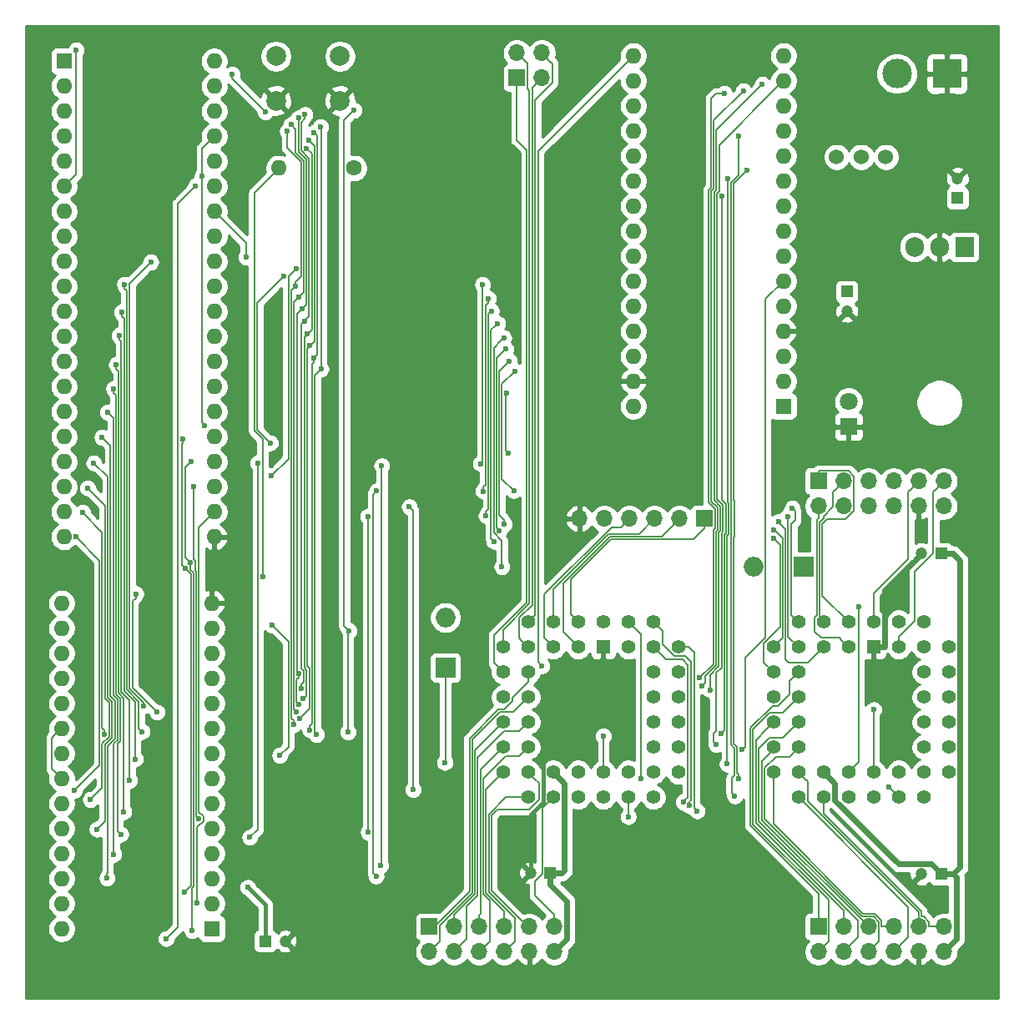
<source format=gbr>
G04 #@! TF.GenerationSoftware,KiCad,Pcbnew,5.1.5+dfsg1-2build2*
G04 #@! TF.CreationDate,2020-11-27T21:41:43-05:00*
G04 #@! TF.ProjectId,tpc65816,74706336-3538-4313-962e-6b696361645f,3.1*
G04 #@! TF.SameCoordinates,Original*
G04 #@! TF.FileFunction,Copper,L2,Bot*
G04 #@! TF.FilePolarity,Positive*
%FSLAX46Y46*%
G04 Gerber Fmt 4.6, Leading zero omitted, Abs format (unit mm)*
G04 Created by KiCad (PCBNEW 5.1.5+dfsg1-2build2) date 2020-11-27 21:41:43*
%MOMM*%
%LPD*%
G04 APERTURE LIST*
%ADD10C,1.524000*%
%ADD11R,3.000000X3.000000*%
%ADD12C,3.000000*%
%ADD13R,1.422400X1.422400*%
%ADD14C,1.422400*%
%ADD15C,1.200000*%
%ADD16R,1.200000X1.200000*%
%ADD17C,2.000000*%
%ADD18R,1.600000X1.600000*%
%ADD19O,1.600000X1.600000*%
%ADD20R,2.000000X2.000000*%
%ADD21O,2.000000X2.000000*%
%ADD22R,1.700000X1.700000*%
%ADD23O,1.700000X1.700000*%
%ADD24C,1.600000*%
%ADD25R,1.800000X1.800000*%
%ADD26C,1.800000*%
%ADD27R,1.905000X2.000000*%
%ADD28O,1.905000X2.000000*%
%ADD29C,0.600000*%
%ADD30C,0.150000*%
%ADD31C,0.400000*%
%ADD32C,0.600000*%
%ADD33C,0.254000*%
G04 APERTURE END LIST*
D10*
X192384000Y-68709500D03*
X189884000Y-68709500D03*
X187384000Y-68709500D03*
D11*
X198583500Y-60264000D03*
D12*
X193503500Y-60264000D03*
D13*
X191154000Y-118430000D03*
D14*
X188614000Y-118430000D03*
X186074000Y-118430000D03*
X193694000Y-118430000D03*
X196234000Y-118430000D03*
X188614000Y-115890000D03*
X186074000Y-115890000D03*
X183534000Y-115890000D03*
X191154000Y-115890000D03*
X193694000Y-115890000D03*
X183534000Y-118430000D03*
X183534000Y-120970000D03*
X183534000Y-123510000D03*
X183534000Y-126050000D03*
X183534000Y-128590000D03*
X180994000Y-118430000D03*
X180994000Y-120970000D03*
X180994000Y-123510000D03*
X180994000Y-126050000D03*
X180994000Y-128590000D03*
X180994000Y-131130000D03*
X183534000Y-131130000D03*
X186074000Y-131130000D03*
X188614000Y-131130000D03*
X191154000Y-131130000D03*
X193694000Y-131130000D03*
X198774000Y-131130000D03*
X183534000Y-133670000D03*
X186074000Y-133670000D03*
X188614000Y-133670000D03*
X191154000Y-133670000D03*
X193694000Y-133670000D03*
X196234000Y-133670000D03*
X196234000Y-131130000D03*
X196234000Y-128590000D03*
X196234000Y-126050000D03*
X196234000Y-123510000D03*
X196234000Y-120970000D03*
X196234000Y-115890000D03*
X198774000Y-128590000D03*
X198774000Y-126050000D03*
X198774000Y-123510000D03*
X198774000Y-120970000D03*
X198774000Y-118430000D03*
D15*
X188423500Y-84362000D03*
D16*
X188423500Y-82362000D03*
D15*
X131432000Y-148275000D03*
D16*
X129432000Y-148275000D03*
X199644000Y-72898000D03*
D15*
X199644000Y-70898000D03*
D17*
X137000000Y-58500000D03*
X137000000Y-63000000D03*
X130500000Y-58500000D03*
X130500000Y-63000000D03*
D18*
X109000000Y-59000000D03*
D19*
X124240000Y-107260000D03*
X109000000Y-61540000D03*
X124240000Y-104720000D03*
X109000000Y-64080000D03*
X124240000Y-102180000D03*
X109000000Y-66620000D03*
X124240000Y-99640000D03*
X109000000Y-69160000D03*
X124240000Y-97100000D03*
X109000000Y-71700000D03*
X124240000Y-94560000D03*
X109000000Y-74240000D03*
X124240000Y-92020000D03*
X109000000Y-76780000D03*
X124240000Y-89480000D03*
X109000000Y-79320000D03*
X124240000Y-86940000D03*
X109000000Y-81860000D03*
X124240000Y-84400000D03*
X109000000Y-84400000D03*
X124240000Y-81860000D03*
X109000000Y-86940000D03*
X124240000Y-79320000D03*
X109000000Y-89480000D03*
X124240000Y-76780000D03*
X109000000Y-92020000D03*
X124240000Y-74240000D03*
X109000000Y-94560000D03*
X124240000Y-71700000D03*
X109000000Y-97100000D03*
X124240000Y-69160000D03*
X109000000Y-99640000D03*
X124240000Y-66620000D03*
X109000000Y-102180000D03*
X124240000Y-64080000D03*
X109000000Y-104720000D03*
X124240000Y-61540000D03*
X109000000Y-107260000D03*
X124240000Y-59000000D03*
D18*
X182000000Y-94000000D03*
D19*
X166760000Y-60980000D03*
X182000000Y-91460000D03*
X166760000Y-63520000D03*
X182000000Y-88920000D03*
X166760000Y-66060000D03*
X182000000Y-86380000D03*
X166760000Y-68600000D03*
X182000000Y-83840000D03*
X166760000Y-71140000D03*
X182000000Y-81300000D03*
X166760000Y-73680000D03*
X182000000Y-78760000D03*
X166760000Y-76220000D03*
X182000000Y-76220000D03*
X166760000Y-78760000D03*
X182000000Y-73680000D03*
X166760000Y-81300000D03*
X182000000Y-71140000D03*
X166760000Y-83840000D03*
X182000000Y-68600000D03*
X166760000Y-86380000D03*
X182000000Y-66060000D03*
X166760000Y-88920000D03*
X182000000Y-63520000D03*
X166760000Y-91460000D03*
X182000000Y-60980000D03*
X166760000Y-94000000D03*
X182000000Y-58440000D03*
X166760000Y-58440000D03*
D18*
X124000000Y-147000000D03*
D19*
X108760000Y-113980000D03*
X124000000Y-144460000D03*
X108760000Y-116520000D03*
X124000000Y-141920000D03*
X108760000Y-119060000D03*
X124000000Y-139380000D03*
X108760000Y-121600000D03*
X124000000Y-136840000D03*
X108760000Y-124140000D03*
X124000000Y-134300000D03*
X108760000Y-126680000D03*
X124000000Y-131760000D03*
X108760000Y-129220000D03*
X124000000Y-129220000D03*
X108760000Y-131760000D03*
X124000000Y-126680000D03*
X108760000Y-134300000D03*
X124000000Y-124140000D03*
X108760000Y-136840000D03*
X124000000Y-121600000D03*
X108760000Y-139380000D03*
X124000000Y-119060000D03*
X108760000Y-141920000D03*
X124000000Y-116520000D03*
X108760000Y-144460000D03*
X124000000Y-113980000D03*
X108760000Y-147000000D03*
D15*
X156337000Y-141351000D03*
D16*
X158337000Y-141351000D03*
D20*
X147701000Y-120523000D03*
D21*
X147701000Y-115443000D03*
D22*
X154940000Y-60706000D03*
D23*
X157480000Y-60706000D03*
X154940000Y-58166000D03*
X157480000Y-58166000D03*
D22*
X146050000Y-146812000D03*
D23*
X146050000Y-149352000D03*
X148590000Y-146812000D03*
X148590000Y-149352000D03*
X151130000Y-146812000D03*
X151130000Y-149352000D03*
X153670000Y-146812000D03*
X153670000Y-149352000D03*
X156210000Y-146812000D03*
X156210000Y-149352000D03*
X158750000Y-146812000D03*
X158750000Y-149352000D03*
D22*
X173990000Y-105410000D03*
D23*
X171450000Y-105410000D03*
X168910000Y-105410000D03*
X166370000Y-105410000D03*
X163830000Y-105410000D03*
X161290000Y-105410000D03*
D24*
X138430000Y-69850000D03*
D19*
X130810000Y-69850000D03*
D21*
X178962000Y-110302000D03*
D20*
X184042000Y-110302000D03*
D16*
X197993000Y-108966000D03*
D15*
X195993000Y-108966000D03*
X195993000Y-141478000D03*
D16*
X197993000Y-141478000D03*
D22*
X185547000Y-146812000D03*
D23*
X185547000Y-149352000D03*
X188087000Y-146812000D03*
X188087000Y-149352000D03*
X190627000Y-146812000D03*
X190627000Y-149352000D03*
X193167000Y-146812000D03*
X193167000Y-149352000D03*
X195707000Y-146812000D03*
X195707000Y-149352000D03*
X198247000Y-146812000D03*
X198247000Y-149352000D03*
X198247000Y-104140000D03*
X198247000Y-101600000D03*
X195707000Y-104140000D03*
X195707000Y-101600000D03*
X193167000Y-104140000D03*
X193167000Y-101600000D03*
X190627000Y-104140000D03*
X190627000Y-101600000D03*
X188087000Y-104140000D03*
X188087000Y-101600000D03*
X185547000Y-104140000D03*
D22*
X185547000Y-101600000D03*
D25*
X188614000Y-96078000D03*
D26*
X188614000Y-93538000D03*
D14*
X171342000Y-118430000D03*
X171342000Y-120970000D03*
X171342000Y-123510000D03*
X171342000Y-126050000D03*
X171342000Y-128590000D03*
X168802000Y-115890000D03*
X168802000Y-120970000D03*
X168802000Y-123510000D03*
X168802000Y-126050000D03*
X168802000Y-128590000D03*
X168802000Y-131130000D03*
X168802000Y-133670000D03*
X166262000Y-133670000D03*
X163722000Y-133670000D03*
X161182000Y-133670000D03*
X158642000Y-133670000D03*
X156102000Y-133670000D03*
X171342000Y-131130000D03*
X166262000Y-131130000D03*
X163722000Y-131130000D03*
X161182000Y-131130000D03*
X158642000Y-131130000D03*
X156102000Y-131130000D03*
X153562000Y-131130000D03*
X153562000Y-128590000D03*
X153562000Y-126050000D03*
X153562000Y-123510000D03*
X153562000Y-120970000D03*
X153562000Y-118430000D03*
X156102000Y-128590000D03*
X156102000Y-126050000D03*
X156102000Y-123510000D03*
X156102000Y-120970000D03*
X156102000Y-118430000D03*
X166262000Y-115890000D03*
X163722000Y-115890000D03*
X156102000Y-115890000D03*
X158642000Y-115890000D03*
X161182000Y-115890000D03*
X168802000Y-118430000D03*
X166262000Y-118430000D03*
X158642000Y-118430000D03*
X161182000Y-118430000D03*
D13*
X163722000Y-118430000D03*
D27*
X200361500Y-77853500D03*
D28*
X197821500Y-77853500D03*
X195281500Y-77853500D03*
D29*
X110255000Y-57851000D03*
X129876500Y-93665000D03*
X145053000Y-97729000D03*
X106064000Y-72202000D03*
X142640000Y-112334000D03*
X146196000Y-112334000D03*
X146704000Y-61534000D03*
X149498000Y-101285000D03*
X143021000Y-109286000D03*
X149498000Y-80965000D03*
X146831000Y-77409000D03*
X158769000Y-105349000D03*
X158769000Y-108905000D03*
X162040000Y-77420000D03*
X153500000Y-77400000D03*
X152350000Y-61500000D03*
X130150000Y-118750000D03*
X142850000Y-119800000D03*
X127654000Y-142814000D03*
X129172000Y-111254500D03*
X122370800Y-71668600D03*
X119373600Y-148021000D03*
X123272500Y-95951000D03*
X123018500Y-70678000D03*
X177819000Y-128844000D03*
X131273500Y-80838000D03*
X129940000Y-97729000D03*
X154070000Y-98745000D03*
X153943000Y-92649000D03*
X131654500Y-66106000D03*
X132474925Y-81854000D03*
X132283510Y-126303994D03*
X173500000Y-121550000D03*
X175995025Y-62279002D03*
X132032211Y-65442603D03*
X132855010Y-82900289D03*
X132560521Y-124972241D03*
X177922001Y-61982001D03*
X173747990Y-122373168D03*
X132803500Y-64755479D03*
X133132021Y-84140000D03*
X132837532Y-124244125D03*
X132837532Y-121097000D03*
X179850000Y-61350000D03*
X174547990Y-122779029D03*
X133446055Y-64415378D03*
X133409032Y-85346500D03*
X133114543Y-122621000D03*
X175200000Y-128350000D03*
X133582969Y-67820500D03*
X133686043Y-86680000D03*
X133287217Y-123672873D03*
X175648489Y-127191560D03*
X175746968Y-72650000D03*
X132907479Y-125669000D03*
X133859979Y-67024418D03*
X133963054Y-87861345D03*
X176300000Y-130302000D03*
X176341666Y-70926631D03*
X134385000Y-89093000D03*
X133946490Y-126841997D03*
X134376932Y-66221778D03*
X178327000Y-70043000D03*
X177438000Y-131765000D03*
X135083500Y-90236000D03*
X134638998Y-127320000D03*
X135032967Y-65644479D03*
X177057000Y-133543000D03*
X177438000Y-66614000D03*
X122510500Y-144401500D03*
X122187010Y-102110500D03*
X122654521Y-135829000D03*
X122002500Y-147195500D03*
X121869510Y-99634000D03*
X121851254Y-109886899D03*
X121240500Y-143258500D03*
X121304000Y-110429000D03*
X121069410Y-97348000D03*
X117811500Y-79377500D03*
X117101414Y-124398865D03*
X116922500Y-127002500D03*
X115150490Y-81636477D03*
X116224000Y-129796500D03*
X114873479Y-84457500D03*
X115652500Y-131955500D03*
X114596468Y-86807000D03*
X167544025Y-131770990D03*
X115081000Y-135130500D03*
X114319457Y-89791500D03*
X171826329Y-134158191D03*
X114763500Y-137416500D03*
X114042446Y-92204500D03*
X172447990Y-134535131D03*
X113430000Y-94617500D03*
X114065000Y-139448500D03*
X173250000Y-135050000D03*
X112858500Y-97157500D03*
X113366500Y-141861500D03*
X166250000Y-135650000D03*
X112033000Y-99761000D03*
X112350500Y-136908500D03*
X192678000Y-132653994D03*
X111398000Y-102301000D03*
X111695750Y-133904250D03*
X110890000Y-104777500D03*
X113106501Y-127272544D03*
X110191500Y-107254000D03*
X110064500Y-132971500D03*
X154641500Y-102555000D03*
X154768500Y-90426500D03*
X154197000Y-89410500D03*
X153689000Y-105984000D03*
X153816000Y-88204000D03*
X153181000Y-106619000D03*
X153435000Y-110302000D03*
X153625500Y-87061000D03*
X152633001Y-107698500D03*
X152990500Y-85600500D03*
X152355500Y-84330500D03*
X139869501Y-137226000D03*
X139846000Y-105158500D03*
X151824948Y-105095000D03*
X152038000Y-83060500D03*
X140671500Y-141671000D03*
X140741000Y-102594990D03*
X151547937Y-102618500D03*
X151466500Y-81663500D03*
X141243000Y-100055010D03*
X141116000Y-140591500D03*
X151270929Y-99824500D03*
X130892500Y-129415500D03*
X130130500Y-116207500D03*
X118446500Y-125034000D03*
X116287500Y-113032500D03*
X137941000Y-116779000D03*
X138449000Y-63982425D03*
X163722000Y-127447000D03*
X191154000Y-124780000D03*
X137814000Y-127066000D03*
X126066500Y-60327500D03*
X129432000Y-64137500D03*
X157499000Y-120335000D03*
X147650000Y-130150000D03*
X181472794Y-105726504D03*
X182899000Y-104333000D03*
X181040509Y-106550541D03*
X182441769Y-105181968D03*
X180994000Y-107381000D03*
X130067000Y-101031000D03*
X132543500Y-80012500D03*
X127463500Y-78869500D03*
X144037000Y-104206000D03*
X144418000Y-132902006D03*
X127844500Y-137734000D03*
X128670000Y-99761000D03*
X189630000Y-114366000D03*
D30*
X110255000Y-70445000D02*
X110255000Y-57851000D01*
X109000000Y-71700000D02*
X110255000Y-70445000D01*
D31*
X157603799Y-134139675D02*
X156337000Y-135406474D01*
X157603799Y-125659401D02*
X157603799Y-134139675D01*
X163722000Y-119541200D02*
X157603799Y-125659401D01*
X156337000Y-140502472D02*
X156337000Y-141351000D01*
X156337000Y-135406474D02*
X156337000Y-140502472D01*
X163722000Y-118430000D02*
X163722000Y-119541200D01*
D32*
X195393001Y-109565999D02*
X195993000Y-108966000D01*
X192297000Y-112662000D02*
X195393001Y-109565999D01*
X192297000Y-118430000D02*
X192297000Y-112662000D01*
X191154000Y-118430000D02*
X192297000Y-118430000D01*
X159599999Y-148502001D02*
X158750000Y-149352000D01*
X160027001Y-148074999D02*
X159599999Y-148502001D01*
X160027001Y-144241001D02*
X160027001Y-148074999D01*
X158337000Y-142551000D02*
X160027001Y-144241001D01*
X158337000Y-141351000D02*
X158337000Y-142551000D01*
D31*
X129432000Y-144592000D02*
X127654000Y-142814000D01*
X129432000Y-148275000D02*
X129432000Y-144592000D01*
D32*
X159537000Y-141351000D02*
X158337000Y-141351000D01*
X159780201Y-141107799D02*
X159537000Y-141351000D01*
X159780201Y-132268201D02*
X159780201Y-141107799D01*
X158642000Y-131130000D02*
X159780201Y-132268201D01*
X196965999Y-140450999D02*
X197993000Y-141478000D01*
X193710461Y-140450999D02*
X196965999Y-140450999D01*
X187212201Y-133952739D02*
X193710461Y-140450999D01*
X187212201Y-132268201D02*
X187212201Y-133952739D01*
X186074000Y-131130000D02*
X187212201Y-132268201D01*
X199096999Y-148502001D02*
X198247000Y-149352000D01*
X199524001Y-148074999D02*
X199096999Y-148502001D01*
X199524001Y-141809001D02*
X199524001Y-148074999D01*
X199193000Y-141478000D02*
X199524001Y-141809001D01*
X199193000Y-108966000D02*
X197993000Y-108966000D01*
X199912201Y-109685201D02*
X199193000Y-108966000D01*
X199912201Y-140758799D02*
X199912201Y-109685201D01*
X199193000Y-141478000D02*
X199912201Y-140758799D01*
X197993000Y-141478000D02*
X199193000Y-141478000D01*
D30*
X129172000Y-111254500D02*
X129172000Y-97352752D01*
X128329489Y-96510241D02*
X128329490Y-72330510D01*
X128329490Y-72330510D02*
X130010001Y-70649999D01*
X129172000Y-97352752D02*
X128329489Y-96510241D01*
X130010001Y-70649999D02*
X130810000Y-69850000D01*
X120567400Y-73472000D02*
X120567400Y-146827200D01*
X122370800Y-71668600D02*
X120567400Y-73472000D01*
X120567400Y-146827200D02*
X119373600Y-148021000D01*
X124240000Y-66620000D02*
X123018500Y-67841500D01*
X123018500Y-67841500D02*
X123018500Y-70678000D01*
X123272500Y-95951000D02*
X122972501Y-95651001D01*
X122972501Y-70723999D02*
X123018500Y-70678000D01*
X122972501Y-95651001D02*
X122972501Y-70723999D01*
X178118999Y-119548505D02*
X178118999Y-128544001D01*
X180164001Y-117503503D02*
X178118999Y-119548505D01*
X180164001Y-83135999D02*
X180164001Y-117503503D01*
X182000000Y-81300000D02*
X180164001Y-83135999D01*
X178118999Y-128544001D02*
X177819000Y-128844000D01*
X128606500Y-83505000D02*
X131273500Y-80838000D01*
X128606500Y-96395500D02*
X128606500Y-83505000D01*
X129940000Y-97729000D02*
X128606500Y-96395500D01*
X153816000Y-92776000D02*
X153943000Y-92649000D01*
X153816000Y-98491000D02*
X153816000Y-92776000D01*
X154070000Y-98745000D02*
X153816000Y-98491000D01*
X132474925Y-81429736D02*
X132474925Y-81854000D01*
X133051500Y-80853161D02*
X132474925Y-81429736D01*
X131654500Y-67819831D02*
X133051500Y-69216831D01*
X133051500Y-69216831D02*
X133051500Y-80853161D01*
X131654500Y-66106000D02*
X131654500Y-67819831D01*
X132058511Y-82270414D02*
X132058511Y-125654731D01*
X132474925Y-81854000D02*
X132058511Y-82270414D01*
X132283510Y-125879730D02*
X132283510Y-126303994D01*
X132058511Y-125654731D02*
X132283510Y-125879730D01*
X175151478Y-62279002D02*
X175570761Y-62279002D01*
X174413935Y-72064813D02*
X174644000Y-71834748D01*
X174413934Y-103770332D02*
X174413935Y-72064813D01*
X175042001Y-104398399D02*
X174413934Y-103770332D01*
X175042001Y-106421601D02*
X175042001Y-104398399D01*
X174898000Y-106565602D02*
X175042001Y-106421601D01*
X174644000Y-71834748D02*
X174644000Y-62786480D01*
X174898000Y-120152000D02*
X174898000Y-106565602D01*
X174644000Y-62786480D02*
X175151478Y-62279002D01*
X173500000Y-121550000D02*
X174898000Y-120152000D01*
X175570761Y-62279002D02*
X175995025Y-62279002D01*
X132526946Y-65937338D02*
X132526946Y-68300525D01*
X133328511Y-69102090D02*
X133328511Y-82426788D01*
X133155009Y-82600290D02*
X132855010Y-82900289D01*
X133328511Y-82426788D02*
X133155009Y-82600290D01*
X132032211Y-65442603D02*
X132526946Y-65937338D01*
X132526946Y-68300525D02*
X133328511Y-69102090D01*
X132855010Y-82900289D02*
X132335522Y-83419777D01*
X132335522Y-124747242D02*
X132560521Y-124972241D01*
X132335522Y-83419777D02*
X132335522Y-124747242D01*
X174690946Y-103655592D02*
X175319012Y-104283658D01*
X175319012Y-104283658D02*
X175319012Y-106536342D01*
X174047989Y-122073169D02*
X173747990Y-122373168D01*
X175175011Y-120266741D02*
X174047989Y-121393763D01*
X174047989Y-121393763D02*
X174047989Y-122073169D01*
X175175011Y-106680343D02*
X175175011Y-120266741D01*
X174690945Y-72179555D02*
X174690946Y-103655592D01*
X174921011Y-64982991D02*
X174921011Y-71949489D01*
X175319012Y-106536342D02*
X175175011Y-106680343D01*
X177922001Y-61982001D02*
X174921011Y-64982991D01*
X174921011Y-71949489D02*
X174690945Y-72179555D01*
X133605520Y-83666501D02*
X133432020Y-83840001D01*
X133605521Y-68987350D02*
X133605520Y-83666501D01*
X132803500Y-65179743D02*
X132803957Y-65180200D01*
X132803957Y-65180200D02*
X132803957Y-68185784D01*
X132803957Y-68185784D02*
X133605521Y-68987350D01*
X132803500Y-64755479D02*
X132803500Y-65179743D01*
X133432020Y-83840001D02*
X133132021Y-84140000D01*
X132612533Y-124019126D02*
X132837532Y-124244125D01*
X132647032Y-84624989D02*
X132647032Y-120906500D01*
X132612533Y-121746263D02*
X132612533Y-124019126D01*
X133132021Y-84140000D02*
X132647032Y-84624989D01*
X132647032Y-120906500D02*
X132837532Y-121097000D01*
X132837532Y-121097000D02*
X132837532Y-121521264D01*
X132837532Y-121521264D02*
X132612533Y-121746263D01*
X175596022Y-106651084D02*
X175452022Y-106795084D01*
X175596023Y-104168917D02*
X175596022Y-106651084D01*
X179850000Y-61350000D02*
X175198022Y-66001978D01*
X175198022Y-66001978D02*
X175198021Y-72064231D01*
X175452021Y-120381483D02*
X174547990Y-121285514D01*
X174547990Y-122354765D02*
X174547990Y-122779029D01*
X175452022Y-106795084D02*
X175452021Y-120381483D01*
X174967956Y-72294296D02*
X174967956Y-103540850D01*
X175198021Y-72064231D02*
X174967956Y-72294296D01*
X174547990Y-121285514D02*
X174547990Y-122354765D01*
X174967956Y-103540850D02*
X175596023Y-104168917D01*
X133882531Y-68872610D02*
X133882530Y-84873002D01*
X133080968Y-65204729D02*
X133080968Y-68071047D01*
X133709031Y-85046501D02*
X133409032Y-85346500D01*
X133882530Y-84873002D02*
X133709031Y-85046501D01*
X133080968Y-68071047D02*
X133882531Y-68872610D01*
X133446055Y-64415378D02*
X133446055Y-64839642D01*
X133446055Y-64839642D02*
X133080968Y-65204729D01*
X133109033Y-120625537D02*
X133339534Y-120856038D01*
X133339534Y-121971745D02*
X133114543Y-122196736D01*
X133109033Y-85646499D02*
X133109033Y-120625537D01*
X133114543Y-122196736D02*
X133114543Y-122621000D01*
X133409032Y-85346500D02*
X133109033Y-85646499D01*
X133339534Y-120856038D02*
X133339534Y-121971745D01*
X175475033Y-72178971D02*
X175475033Y-67504967D01*
X181200001Y-61779999D02*
X182000000Y-60980000D01*
X174900001Y-127197120D02*
X175150000Y-126947121D01*
X175873032Y-106765824D02*
X175873033Y-104054175D01*
X174900001Y-128050001D02*
X174900001Y-127197120D01*
X175729031Y-120496223D02*
X175729032Y-106909825D01*
X175729032Y-106909825D02*
X175873032Y-106765824D01*
X175475033Y-67504967D02*
X181200001Y-61779999D01*
X175873033Y-104054175D02*
X175244967Y-103426109D01*
X175244967Y-103426109D02*
X175244967Y-72409037D01*
X175200000Y-128350000D02*
X174900001Y-128050001D01*
X175244967Y-72409037D02*
X175475033Y-72178971D01*
X175150000Y-121075256D02*
X175729031Y-120496223D01*
X175150000Y-126947121D02*
X175150000Y-121075256D01*
X134159540Y-68397071D02*
X134159540Y-86206503D01*
X133582969Y-67820500D02*
X134159540Y-68397071D01*
X133986042Y-86380001D02*
X133686043Y-86680000D01*
X134159540Y-86206503D02*
X133986042Y-86380001D01*
X133386044Y-86979999D02*
X133386044Y-120510796D01*
X133616545Y-123343545D02*
X133587216Y-123372874D01*
X133386044Y-120510796D02*
X133616545Y-120741297D01*
X133587216Y-123372874D02*
X133287217Y-123672873D01*
X133616545Y-120741297D02*
X133616545Y-123343545D01*
X133686043Y-86680000D02*
X133386044Y-86979999D01*
X175648489Y-127191560D02*
X176006042Y-126834007D01*
X176150043Y-103939433D02*
X175746968Y-103536358D01*
X176006042Y-107024566D02*
X176150042Y-106880564D01*
X176006042Y-126834007D02*
X176006042Y-107024566D01*
X176150042Y-106880564D02*
X176150043Y-103939433D01*
X175746968Y-103536358D02*
X175746968Y-73074264D01*
X175746968Y-73074264D02*
X175746968Y-72650000D01*
X134263053Y-87561346D02*
X133963054Y-87861345D01*
X134436550Y-67600989D02*
X134436550Y-87387849D01*
X134436550Y-87387849D02*
X134263053Y-87561346D01*
X133859979Y-67024418D02*
X134436550Y-67600989D01*
X133893556Y-124682923D02*
X133893556Y-120626556D01*
X133663055Y-120396055D02*
X133663055Y-88161344D01*
X133893556Y-120626556D02*
X133663055Y-120396055D01*
X132907479Y-125669000D02*
X133893556Y-124682923D01*
X133663055Y-88161344D02*
X133963054Y-87861345D01*
X176300000Y-130302000D02*
X176300000Y-107122356D01*
X176341666Y-103739304D02*
X176341666Y-71350895D01*
X176341666Y-71350895D02*
X176341666Y-70926631D01*
X176427052Y-106995304D02*
X176427053Y-103824691D01*
X176300000Y-107122356D02*
X176427052Y-106995304D01*
X176427053Y-103824691D02*
X176341666Y-103739304D01*
X134385000Y-89093000D02*
X134385000Y-89517264D01*
X134385000Y-89517264D02*
X134171489Y-89730775D01*
X134171489Y-89730775D02*
X134171489Y-126192734D01*
X134171489Y-126192734D02*
X133946490Y-126417733D01*
X133946490Y-126417733D02*
X133946490Y-126841997D01*
X134731411Y-88746589D02*
X134731411Y-66576257D01*
X134676931Y-66521777D02*
X134376932Y-66221778D01*
X134731411Y-66576257D02*
X134676931Y-66521777D01*
X134385000Y-89093000D02*
X134731411Y-88746589D01*
X176930000Y-128216040D02*
X177316998Y-128603038D01*
X176981072Y-107224786D02*
X176930000Y-107275858D01*
X176930000Y-71440000D02*
X176930000Y-103544134D01*
X177316998Y-131219734D02*
X177438000Y-131340736D01*
X177316998Y-128603038D02*
X177316998Y-131219734D01*
X177438000Y-131340736D02*
X177438000Y-131765000D01*
X178327000Y-70043000D02*
X176930000Y-71440000D01*
X176981073Y-103595207D02*
X176981072Y-107224786D01*
X176930000Y-107275858D02*
X176930000Y-128216040D01*
X176930000Y-103544134D02*
X176981073Y-103595207D01*
X134448500Y-127129502D02*
X134638998Y-127320000D01*
X135083500Y-90236000D02*
X134448500Y-90871000D01*
X134448500Y-90871000D02*
X134448500Y-127129502D01*
X135083500Y-65695012D02*
X135032967Y-65644479D01*
X135083500Y-90236000D02*
X135083500Y-65695012D01*
X177438000Y-70540248D02*
X177438000Y-67038264D01*
X176652989Y-71325259D02*
X177438000Y-70540248D01*
X177438000Y-67038264D02*
X177438000Y-66614000D01*
X176652989Y-107161117D02*
X176704062Y-107110044D01*
X176652989Y-103658875D02*
X176652989Y-71325259D01*
X176704063Y-103709949D02*
X176652989Y-103658875D01*
X176704062Y-107110044D02*
X176704063Y-103709949D01*
X176652989Y-128330781D02*
X176652989Y-107161117D01*
X176757001Y-131703037D02*
X177039987Y-131420051D01*
X177039987Y-128717779D02*
X176652989Y-128330781D01*
X176757001Y-133243001D02*
X176757001Y-131703037D01*
X177057000Y-133543000D02*
X176757001Y-133243001D01*
X177039987Y-131420051D02*
X177039987Y-128717779D01*
X122689012Y-106270988D02*
X123440001Y-105519999D01*
X122510500Y-144401500D02*
X122510500Y-136715985D01*
X122510500Y-136715985D02*
X123156523Y-136069962D01*
X123156523Y-136069962D02*
X123156523Y-135588038D01*
X123156523Y-135588038D02*
X122706531Y-135138046D01*
X122689012Y-110638756D02*
X122689012Y-106270988D01*
X122706531Y-135138046D02*
X122706531Y-110656275D01*
X123440001Y-105519999D02*
X124240000Y-104720000D01*
X122706531Y-110656275D02*
X122689012Y-110638756D01*
X122429520Y-110771016D02*
X122429520Y-135603999D01*
X122429520Y-135603999D02*
X122654521Y-135829000D01*
X122366022Y-110707518D02*
X122429520Y-110771016D01*
X122187010Y-102110500D02*
X122187010Y-109479691D01*
X122366022Y-109658703D02*
X122366022Y-110707518D01*
X122187010Y-109479691D02*
X122366022Y-109658703D01*
X121321501Y-109357146D02*
X121551255Y-109586900D01*
X121869510Y-99634000D02*
X121321501Y-100182009D01*
X121551255Y-109586900D02*
X121851254Y-109886899D01*
X121321501Y-100182009D02*
X121321501Y-109357146D01*
X122002500Y-147195500D02*
X122002500Y-142888252D01*
X121851254Y-110584502D02*
X121851254Y-110311163D01*
X122152511Y-142738241D02*
X122152510Y-110885758D01*
X121851254Y-110311163D02*
X121851254Y-109886899D01*
X122152510Y-110885758D02*
X121851254Y-110584502D01*
X122002500Y-142888252D02*
X122152511Y-142738241D01*
X121875500Y-142623500D02*
X121875500Y-111000500D01*
X121875500Y-111000500D02*
X121304000Y-110429000D01*
X121240500Y-143258500D02*
X121875500Y-142623500D01*
X120993210Y-110118210D02*
X120993210Y-97848464D01*
X120993210Y-97848464D02*
X121069410Y-97772264D01*
X121304000Y-110429000D02*
X120993210Y-110118210D01*
X121069410Y-97772264D02*
X121069410Y-97348000D01*
X115652500Y-81536500D02*
X115652500Y-122631752D01*
X117101414Y-124080666D02*
X117101414Y-124398865D01*
X115652500Y-122631752D02*
X117101414Y-124080666D01*
X117811500Y-79377500D02*
X115652500Y-81536500D01*
X116599413Y-123970417D02*
X115375489Y-122746493D01*
X115375489Y-122746493D02*
X115375489Y-82285740D01*
X116922500Y-127002500D02*
X116599413Y-126679413D01*
X116599413Y-126679413D02*
X116599413Y-123970417D01*
X115375489Y-82285740D02*
X115150490Y-82060741D01*
X115150490Y-82060741D02*
X115150490Y-81636477D01*
X115098478Y-85106763D02*
X114873479Y-84881764D01*
X114873479Y-84881764D02*
X114873479Y-84457500D01*
X115098478Y-122861234D02*
X115098478Y-85106763D01*
X116224000Y-123986756D02*
X115098478Y-122861234D01*
X116224000Y-129796500D02*
X116224000Y-123986756D01*
X114596468Y-87231264D02*
X114596468Y-86807000D01*
X114821467Y-122975975D02*
X114821467Y-87456263D01*
X114821467Y-87456263D02*
X114596468Y-87231264D01*
X115652500Y-123807008D02*
X114821467Y-122975975D01*
X115652500Y-131955500D02*
X115652500Y-123807008D01*
X166262000Y-115890000D02*
X167544025Y-117172025D01*
X167544025Y-117172025D02*
X167544025Y-131770990D01*
X115081000Y-123627260D02*
X114544456Y-123090716D01*
X114319457Y-90215764D02*
X114319457Y-89791500D01*
X114544456Y-123090716D02*
X114544456Y-90440763D01*
X114544456Y-90440763D02*
X114319457Y-90215764D01*
X115081000Y-135130500D02*
X115081000Y-123627260D01*
X172282854Y-133701666D02*
X172126328Y-133858192D01*
X172126328Y-133858192D02*
X171826329Y-134158191D01*
X172282854Y-120232854D02*
X172282854Y-133701666D01*
X171750000Y-119700000D02*
X172282854Y-120232854D01*
X170072000Y-119700000D02*
X171750000Y-119700000D01*
X168802000Y-118430000D02*
X170072000Y-119700000D01*
X114463501Y-128225527D02*
X114716554Y-127972474D01*
X114463501Y-137116501D02*
X114463501Y-128225527D01*
X114716554Y-127972474D02*
X114716554Y-123654566D01*
X114267445Y-123205457D02*
X114267445Y-92853763D01*
X114267445Y-92853763D02*
X114042446Y-92628764D01*
X114763500Y-137416500D02*
X114463501Y-137116501D01*
X114042446Y-92628764D02*
X114042446Y-92204500D01*
X114716554Y-123654566D02*
X114267445Y-123205457D01*
X170903663Y-119343201D02*
X171993201Y-119343201D01*
X172447990Y-134110867D02*
X172447990Y-134535131D01*
X168802000Y-115890000D02*
X169715201Y-116803201D01*
X171993201Y-119343201D02*
X172597990Y-119947990D01*
X172597990Y-119947990D02*
X172597990Y-133960867D01*
X169715201Y-118154739D02*
X170903663Y-119343201D01*
X172597990Y-133960867D02*
X172447990Y-134110867D01*
X169715201Y-116803201D02*
X169715201Y-118154739D01*
X114439543Y-123769307D02*
X114439543Y-127857733D01*
X113430000Y-94617500D02*
X113990434Y-95177934D01*
X114439543Y-127857733D02*
X114065000Y-128232276D01*
X113990434Y-123320198D02*
X114439543Y-123769307D01*
X113990434Y-95177934D02*
X113990434Y-123320198D01*
X114065000Y-139024236D02*
X114065000Y-139448500D01*
X114065000Y-128232276D02*
X114065000Y-139024236D01*
X172950000Y-119032212D02*
X172347788Y-118430000D01*
X172950000Y-134750000D02*
X172950000Y-119032212D01*
X172347788Y-118430000D02*
X171342000Y-118430000D01*
X173250000Y-135050000D02*
X172950000Y-134750000D01*
X112858500Y-97157500D02*
X113713423Y-98012423D01*
X114162532Y-127742992D02*
X113435530Y-128469994D01*
X113435530Y-128469994D02*
X113435530Y-141368206D01*
X113713423Y-123434939D02*
X114162532Y-123884048D01*
X113435530Y-141368206D02*
X113366500Y-141437236D01*
X113366500Y-141437236D02*
X113366500Y-141861500D01*
X114162532Y-123884048D02*
X114162532Y-127742992D01*
X113713423Y-98012423D02*
X113713423Y-123434939D01*
X166262000Y-133670000D02*
X166262000Y-135638000D01*
X166262000Y-135638000D02*
X166250000Y-135650000D01*
X113158519Y-136100481D02*
X112650499Y-136608501D01*
X112033000Y-99761000D02*
X113436414Y-101164414D01*
X112650499Y-136608501D02*
X112350500Y-136908500D01*
X113158519Y-128355253D02*
X113158519Y-136100481D01*
X113885521Y-123998789D02*
X113885521Y-127628251D01*
X113436414Y-123549682D02*
X113885521Y-123998789D01*
X113436414Y-101164414D02*
X113436414Y-123549682D01*
X113885521Y-127628251D02*
X113158519Y-128355253D01*
X193694000Y-133670000D02*
X192678000Y-132654000D01*
X192678000Y-132654000D02*
X192678000Y-132653994D01*
X111995749Y-133604251D02*
X111695750Y-133904250D01*
X113159403Y-123664423D02*
X113608510Y-124113530D01*
X112881508Y-132718492D02*
X111995749Y-133604251D01*
X112881508Y-128240512D02*
X112881508Y-132718492D01*
X113608510Y-127513510D02*
X112881508Y-128240512D01*
X113608510Y-124113530D02*
X113608510Y-127513510D01*
X111398000Y-102301000D02*
X113159403Y-104062403D01*
X113159403Y-104062403D02*
X113159403Y-123664423D01*
X110890000Y-104777500D02*
X112882394Y-106769894D01*
X112882394Y-126624173D02*
X113106501Y-126848280D01*
X113106501Y-126848280D02*
X113106501Y-127272544D01*
X112882394Y-106769894D02*
X112882394Y-126624173D01*
X112604500Y-109667000D02*
X112604500Y-130431500D01*
X110191500Y-107254000D02*
X112604500Y-109667000D01*
X112604500Y-130431500D02*
X110064500Y-132971500D01*
X153435000Y-101348500D02*
X153435000Y-91760000D01*
X154641500Y-102555000D02*
X153435000Y-101348500D01*
X153435000Y-91760000D02*
X154768500Y-90426500D01*
X153689000Y-105559736D02*
X153689000Y-105984000D01*
X153157989Y-90449511D02*
X153157989Y-105028725D01*
X153157989Y-105028725D02*
X153689000Y-105559736D01*
X154197000Y-89410500D02*
X153157989Y-90449511D01*
X152880979Y-106318979D02*
X152881001Y-106319001D01*
X152880979Y-89139021D02*
X152880979Y-106318979D01*
X152881001Y-106319001D02*
X153181000Y-106619000D01*
X153816000Y-88204000D02*
X152880979Y-89139021D01*
X153435000Y-110302000D02*
X153435000Y-107645752D01*
X153325501Y-87360999D02*
X153625500Y-87061000D01*
X152603969Y-106814721D02*
X152603969Y-88082531D01*
X152603969Y-88082531D02*
X153325501Y-87360999D01*
X153435000Y-107645752D02*
X152603969Y-106814721D01*
X152690501Y-85900499D02*
X152990500Y-85600500D01*
X152326958Y-107392457D02*
X152326958Y-86264042D01*
X152326958Y-86264042D02*
X152690501Y-85900499D01*
X152633001Y-107698500D02*
X152326958Y-107392457D01*
X139869501Y-105182001D02*
X139846000Y-105158500D01*
X139869501Y-137226000D02*
X139869501Y-105182001D01*
X152355500Y-84330500D02*
X152049949Y-84636051D01*
X152049949Y-104445735D02*
X151824948Y-104670736D01*
X151824948Y-104670736D02*
X151824948Y-105095000D01*
X152049949Y-84636051D02*
X152049949Y-104445735D01*
X140371501Y-102964489D02*
X140741000Y-102594990D01*
X140371501Y-141371001D02*
X140371501Y-102964489D01*
X140671500Y-141671000D02*
X140371501Y-141371001D01*
X151772938Y-101969235D02*
X151547937Y-102194236D01*
X152038000Y-83484764D02*
X151772938Y-83749826D01*
X152038000Y-83060500D02*
X152038000Y-83484764D01*
X151547937Y-102194236D02*
X151547937Y-102618500D01*
X151772938Y-83749826D02*
X151772938Y-101969235D01*
X141243000Y-140464500D02*
X141116000Y-140591500D01*
X141243000Y-100055010D02*
X141243000Y-140464500D01*
X151466500Y-99628929D02*
X151270929Y-99824500D01*
X151466500Y-81663500D02*
X151466500Y-99628929D01*
X131781500Y-117858500D02*
X130130500Y-116207500D01*
X130892500Y-129415500D02*
X131781500Y-128526500D01*
X131781500Y-128526500D02*
X131781500Y-117858500D01*
X107960001Y-127479999D02*
X108760000Y-126680000D01*
X107757999Y-127682001D02*
X107960001Y-127479999D01*
X107757999Y-130757999D02*
X107757999Y-127682001D01*
X108760000Y-131760000D02*
X107757999Y-130757999D01*
X116287500Y-113456764D02*
X116287500Y-113032500D01*
X115970000Y-113774264D02*
X116287500Y-113456764D01*
X115970000Y-122557500D02*
X115970000Y-113774264D01*
X118446500Y-125034000D02*
X115970000Y-122557500D01*
X137427999Y-65003426D02*
X138449000Y-63982425D01*
X137427999Y-116265999D02*
X137427999Y-65003426D01*
X137941000Y-116779000D02*
X137427999Y-116265999D01*
X163722000Y-131130000D02*
X163722000Y-127447000D01*
X191154000Y-124780000D02*
X191154000Y-131130000D01*
X137814000Y-116906000D02*
X137941000Y-116779000D01*
X137814000Y-127066000D02*
X137814000Y-116906000D01*
X126066500Y-60772000D02*
X129432000Y-64137500D01*
X126066500Y-60327500D02*
X126066500Y-60772000D01*
X157118000Y-119954000D02*
X157499000Y-120335000D01*
X157118000Y-68082000D02*
X157118000Y-119954000D01*
X166760000Y-58440000D02*
X157118000Y-68082000D01*
X147701000Y-130099000D02*
X147650000Y-130150000D01*
X147701000Y-120523000D02*
X147701000Y-130099000D01*
X155951990Y-68011000D02*
X154940000Y-66999010D01*
X152672761Y-117184201D02*
X155951990Y-113904972D01*
X152648799Y-117184201D02*
X152672761Y-117184201D01*
X154940000Y-66999010D02*
X154940000Y-60706000D01*
X155951990Y-113904972D02*
X155951990Y-68011000D01*
X152648799Y-120056799D02*
X152648799Y-117184201D01*
X153562000Y-120970000D02*
X152648799Y-120056799D01*
X155188799Y-117516799D02*
X155390801Y-117718801D01*
X155188799Y-115451665D02*
X155188799Y-117516799D01*
X157480000Y-60706000D02*
X156506010Y-61679990D01*
X156506010Y-61679990D02*
X156506010Y-114134454D01*
X155390801Y-117718801D02*
X156102000Y-118430000D01*
X156506010Y-114134454D02*
X155188799Y-115451665D01*
X156229000Y-114019712D02*
X153562000Y-116686712D01*
X155992001Y-59218001D02*
X155992001Y-61802249D01*
X155992001Y-61802249D02*
X156229000Y-62039248D01*
X153562000Y-116686712D02*
X153562000Y-117424212D01*
X153562000Y-117424212D02*
X153562000Y-118430000D01*
X156229000Y-62039248D02*
X156229000Y-114019712D01*
X154940000Y-58166000D02*
X155992001Y-59218001D01*
X156102000Y-115890000D02*
X156813199Y-115178801D01*
X156813199Y-62929763D02*
X158532001Y-61210961D01*
X156813199Y-115178801D02*
X156813199Y-62929763D01*
X158329999Y-59015999D02*
X157480000Y-58166000D01*
X158532001Y-59218001D02*
X158329999Y-59015999D01*
X158532001Y-61210961D02*
X158532001Y-59218001D01*
X146594000Y-146812000D02*
X146050000Y-146812000D01*
X150150000Y-127718711D02*
X150150000Y-143256000D01*
X153095721Y-124772990D02*
X150150000Y-127718711D01*
X153650548Y-124772990D02*
X153095721Y-124772990D01*
X156102000Y-121975788D02*
X154475201Y-123602587D01*
X150150000Y-143256000D02*
X146594000Y-146812000D01*
X156102000Y-120970000D02*
X156102000Y-121975788D01*
X154475201Y-123602587D02*
X154475201Y-123948337D01*
X154475201Y-123948337D02*
X153650548Y-124772990D01*
X155390801Y-124221199D02*
X156102000Y-123510000D01*
X150427011Y-127833452D02*
X153210462Y-125050001D01*
X150427011Y-143370741D02*
X150427011Y-127833452D01*
X154561999Y-125050001D02*
X155390801Y-124221199D01*
X147127011Y-148274989D02*
X147127011Y-146670741D01*
X146050000Y-149352000D02*
X147127011Y-148274989D01*
X153210462Y-125050001D02*
X154561999Y-125050001D01*
X147127011Y-146670741D02*
X150427011Y-143370741D01*
X148590081Y-145609919D02*
X148590000Y-145609919D01*
X150704022Y-143495978D02*
X148590081Y-145609919D01*
X150704022Y-128907978D02*
X150704022Y-143495978D01*
X153562000Y-126050000D02*
X150704022Y-128907978D01*
X148590000Y-145609919D02*
X148590000Y-146812000D01*
X150981033Y-129668967D02*
X153686799Y-126963201D01*
X148590000Y-149352000D02*
X149881033Y-148060967D01*
X149881033Y-148060967D02*
X149881033Y-144710719D01*
X149881033Y-144710719D02*
X150981033Y-143610719D01*
X150981033Y-143610719D02*
X150981033Y-129668967D01*
X153686799Y-126963201D02*
X155188799Y-126963201D01*
X155390801Y-126761199D02*
X156102000Y-126050000D01*
X155188799Y-126963201D02*
X155390801Y-126761199D01*
X153562000Y-128590000D02*
X151258044Y-130893956D01*
X151258044Y-130893956D02*
X151258044Y-145481875D01*
X151130000Y-145609919D02*
X151130000Y-146812000D01*
X151258044Y-145481875D02*
X151130000Y-145609919D01*
X153837261Y-129503201D02*
X155188799Y-129503201D01*
X155390801Y-129301199D02*
X156102000Y-128590000D01*
X155188799Y-129503201D02*
X155390801Y-129301199D01*
X151535055Y-131805407D02*
X153837261Y-129503201D01*
X151535055Y-143511311D02*
X151535055Y-131805407D01*
X152182001Y-148299999D02*
X152182001Y-144158257D01*
X152182001Y-144158257D02*
X151535055Y-143511311D01*
X151130000Y-149352000D02*
X152182001Y-148299999D01*
X151812066Y-143396570D02*
X151812066Y-132879934D01*
X151812066Y-132879934D02*
X152850801Y-131841199D01*
X152850801Y-131841199D02*
X153562000Y-131130000D01*
X153670000Y-145254504D02*
X151812066Y-143396570D01*
X153670000Y-146812000D02*
X153670000Y-145254504D01*
X155096212Y-133670000D02*
X156102000Y-133670000D01*
X152089078Y-135419170D02*
X153838248Y-133670000D01*
X154722001Y-145914753D02*
X152089077Y-143281829D01*
X152089077Y-143281829D02*
X152089078Y-135419170D01*
X154722001Y-148299999D02*
X154722001Y-145914753D01*
X153670000Y-149352000D02*
X154722001Y-148299999D01*
X153838248Y-133670000D02*
X155096212Y-133670000D01*
X156813199Y-131841199D02*
X156102000Y-131130000D01*
X157200000Y-132228000D02*
X156813199Y-131841199D01*
X157200000Y-133923538D02*
X157200000Y-132228000D01*
X156011000Y-146812000D02*
X152366088Y-143167088D01*
X152366088Y-143167088D02*
X152366088Y-135533912D01*
X156210000Y-146812000D02*
X156011000Y-146812000D01*
X152366088Y-135533912D02*
X152988231Y-134911769D01*
X152988231Y-134911769D02*
X156211769Y-134911769D01*
X156211769Y-134911769D02*
X157200000Y-133923538D01*
X157930801Y-134381199D02*
X158642000Y-133670000D01*
X157534999Y-134777001D02*
X157930801Y-134381199D01*
X157534999Y-141443053D02*
X157534999Y-134777001D01*
X156787990Y-142190062D02*
X157534999Y-141443053D01*
X156787990Y-143647909D02*
X156787990Y-142190062D01*
X158750000Y-145609919D02*
X156787990Y-143647909D01*
X158750000Y-146812000D02*
X158750000Y-145609919D01*
X160420000Y-111572000D02*
X160420000Y-115128000D01*
X164484000Y-107508000D02*
X160420000Y-111572000D01*
X172892000Y-107508000D02*
X164484000Y-107508000D01*
X160420000Y-115128000D02*
X161182000Y-115890000D01*
X173990000Y-106410000D02*
X172892000Y-107508000D01*
X173990000Y-105410000D02*
X173990000Y-106410000D01*
X161182000Y-118430000D02*
X159634989Y-116882989D01*
X159634989Y-116882989D02*
X159634989Y-111965259D01*
X170600001Y-106259999D02*
X171450000Y-105410000D01*
X169629011Y-107230989D02*
X170600001Y-106259999D01*
X164369259Y-107230989D02*
X169629011Y-107230989D01*
X159634989Y-111965259D02*
X164369259Y-107230989D01*
X158642000Y-114884212D02*
X158642000Y-115890000D01*
X158642000Y-112566496D02*
X158642000Y-114884212D01*
X164254518Y-106953978D02*
X158642000Y-112566496D01*
X167366022Y-106953978D02*
X164254518Y-106953978D01*
X168910000Y-105410000D02*
X167366022Y-106953978D01*
X157728799Y-113087945D02*
X164556745Y-106259999D01*
X164556745Y-106259999D02*
X165520001Y-106259999D01*
X165520001Y-106259999D02*
X166370000Y-105410000D01*
X157728799Y-117516799D02*
X157728799Y-113087945D01*
X158642000Y-118430000D02*
X157728799Y-117516799D01*
X197190999Y-102656001D02*
X197397001Y-102449999D01*
X197190999Y-108954963D02*
X197190999Y-102656001D01*
X195320799Y-110825163D02*
X197190999Y-108954963D01*
X197397001Y-102449999D02*
X198247000Y-101600000D01*
X195320799Y-115797413D02*
X195320799Y-110825163D01*
X193694000Y-117424212D02*
X195320799Y-115797413D01*
X193694000Y-118430000D02*
X193694000Y-117424212D01*
X194654999Y-109478753D02*
X194654999Y-102652001D01*
X191154000Y-112979752D02*
X194654999Y-109478753D01*
X191154000Y-115890000D02*
X191154000Y-112979752D01*
X194654999Y-102652001D02*
X194857001Y-102449999D01*
X194857001Y-102449999D02*
X195707000Y-101600000D01*
X194016999Y-148502001D02*
X193167000Y-149352000D01*
X194654999Y-147864001D02*
X194016999Y-148502001D01*
X194654999Y-144790999D02*
X194654999Y-147864001D01*
X183534000Y-133670000D02*
X194654999Y-144790999D01*
X180994000Y-136395498D02*
X180994000Y-131130000D01*
X190081490Y-145482988D02*
X180994000Y-136395498D01*
X193167000Y-146812000D02*
X191956012Y-146812000D01*
X191956012Y-146192298D02*
X191246702Y-145482988D01*
X191246702Y-145482988D02*
X190081490Y-145482988D01*
X191956012Y-146812000D02*
X191956012Y-146192298D01*
X191476999Y-148502001D02*
X190627000Y-149352000D01*
X191679001Y-148299999D02*
X191476999Y-148502001D01*
X180080799Y-135874049D02*
X189966749Y-145759999D01*
X191679001Y-146307039D02*
X191679001Y-148299999D01*
X191131961Y-145759999D02*
X191679001Y-146307039D01*
X182571999Y-129552001D02*
X181220461Y-129552001D01*
X183534000Y-128590000D02*
X182571999Y-129552001D01*
X189966749Y-145759999D02*
X191131961Y-145759999D01*
X180080799Y-130691663D02*
X180080799Y-135874049D01*
X181220461Y-129552001D02*
X180080799Y-130691663D01*
X180994000Y-128823962D02*
X180994000Y-128590000D01*
X179803789Y-130014173D02*
X180994000Y-128823962D01*
X179803789Y-135988789D02*
X179803789Y-130014173D01*
X190627000Y-146812000D02*
X179803789Y-135988789D01*
X180555663Y-127676799D02*
X179470003Y-128762459D01*
X179470003Y-128762459D02*
X179470003Y-136083003D01*
X179470003Y-136083003D02*
X189574999Y-146187999D01*
X181907201Y-127676799D02*
X180555663Y-127676799D01*
X189574999Y-147864001D02*
X188936999Y-148502001D01*
X189574999Y-146187999D02*
X189574999Y-147864001D01*
X183534000Y-126050000D02*
X181907201Y-127676799D01*
X188936999Y-148502001D02*
X188087000Y-149352000D01*
X179192992Y-136292488D02*
X179192992Y-127851008D01*
X180282801Y-126761199D02*
X180994000Y-126050000D01*
X188087000Y-145186496D02*
X179192992Y-136292488D01*
X179192992Y-127851008D02*
X180282801Y-126761199D01*
X188087000Y-146812000D02*
X188087000Y-145186496D01*
X178915981Y-126776482D02*
X178915981Y-136407229D01*
X178915981Y-136407229D02*
X186599001Y-144090249D01*
X186599001Y-148299999D02*
X186396999Y-148502001D01*
X183534000Y-123510000D02*
X181907201Y-125136799D01*
X181907201Y-125136799D02*
X180555664Y-125136799D01*
X186396999Y-148502001D02*
X185547000Y-149352000D01*
X180555664Y-125136799D02*
X178915981Y-126776482D01*
X186599001Y-144090249D02*
X186599001Y-148299999D01*
X182822801Y-121681199D02*
X183534000Y-120970000D01*
X185547000Y-143430000D02*
X178638970Y-136521970D01*
X180877510Y-124423201D02*
X181432337Y-124423201D01*
X178638970Y-126661741D02*
X180877510Y-124423201D01*
X182620799Y-123234739D02*
X182620799Y-121883201D01*
X185547000Y-146812000D02*
X185547000Y-143430000D01*
X178638970Y-136521970D02*
X178638970Y-126661741D01*
X181432337Y-124423201D02*
X182620799Y-123234739D01*
X182620799Y-121883201D02*
X182822801Y-121681199D01*
X189139001Y-101095039D02*
X188591961Y-100547999D01*
X189139001Y-104644961D02*
X189139001Y-101095039D01*
X188307962Y-105476000D02*
X189139001Y-104644961D01*
X185547000Y-100600000D02*
X185547000Y-101600000D01*
X188591961Y-100547999D02*
X185599001Y-100547999D01*
X186455000Y-105476000D02*
X188307962Y-105476000D01*
X185947000Y-105984000D02*
X186455000Y-105476000D01*
X185947000Y-113223000D02*
X185947000Y-105984000D01*
X185599001Y-100547999D02*
X185547000Y-100600000D01*
X188614000Y-115890000D02*
X185947000Y-113223000D01*
X185392980Y-105496101D02*
X185392980Y-115219482D01*
X185160799Y-116881799D02*
X185795799Y-117516799D01*
X187700799Y-117516799D02*
X187902801Y-117718801D01*
X187902801Y-117718801D02*
X188614000Y-118430000D01*
X185795799Y-117516799D02*
X187700799Y-117516799D01*
X185160799Y-115451663D02*
X185160799Y-116881799D01*
X185547000Y-105342081D02*
X185392980Y-105496101D01*
X185392980Y-115219482D02*
X185160799Y-115451663D01*
X185547000Y-104140000D02*
X185547000Y-105342081D01*
X187237001Y-102449999D02*
X188087000Y-101600000D01*
X186074000Y-105169962D02*
X187034999Y-104208963D01*
X186074000Y-105349000D02*
X186074000Y-105169962D01*
X187034999Y-104208963D02*
X187034999Y-102652001D01*
X185669989Y-105753011D02*
X186074000Y-105349000D01*
X185669989Y-115485989D02*
X185669989Y-105753011D01*
X187034999Y-102652001D02*
X187237001Y-102449999D01*
X186074000Y-115890000D02*
X185669989Y-115485989D01*
X186074000Y-118430000D02*
X184447201Y-120056799D01*
X182206031Y-119720629D02*
X182206031Y-106459741D01*
X182542201Y-120056799D02*
X182206031Y-119720629D01*
X182206031Y-106459741D02*
X181772793Y-106026503D01*
X181772793Y-106026503D02*
X181472794Y-105726504D01*
X184447201Y-120056799D02*
X182542201Y-120056799D01*
X182822801Y-115178801D02*
X182822801Y-105941783D01*
X183198999Y-105565585D02*
X183198999Y-104632999D01*
X182822801Y-105941783D02*
X183198999Y-105565585D01*
X183534000Y-115890000D02*
X182822801Y-115178801D01*
X183198999Y-104632999D02*
X182899000Y-104333000D01*
X181929021Y-117494979D02*
X181929021Y-107439053D01*
X181929021Y-107439053D02*
X181340508Y-106850540D01*
X181340508Y-106850540D02*
X181040509Y-106550541D01*
X180994000Y-118430000D02*
X181929021Y-117494979D01*
X183534000Y-118430000D02*
X182483042Y-117379042D01*
X182483042Y-117379042D02*
X182483042Y-105647505D01*
X182483042Y-105647505D02*
X182441769Y-105606232D01*
X182441769Y-105606232D02*
X182441769Y-105181968D01*
X181293999Y-107680999D02*
X180994000Y-107381000D01*
X181652011Y-116407245D02*
X181652011Y-108039011D01*
X180001011Y-118058245D02*
X181652011Y-116407245D01*
X180994000Y-120970000D02*
X180001011Y-119977011D01*
X180001011Y-119977011D02*
X180001011Y-118058245D01*
X181652011Y-108039011D02*
X181293999Y-107680999D01*
X195707000Y-145345752D02*
X184447201Y-134085953D01*
X184447201Y-132043201D02*
X184245199Y-131841199D01*
X195707000Y-146812000D02*
X195707000Y-145345752D01*
X184245199Y-131841199D02*
X183534000Y-131130000D01*
X184447201Y-134085953D02*
X184447201Y-132043201D01*
X196759001Y-146812000D02*
X198247000Y-146812000D01*
X195984010Y-145759999D02*
X196211961Y-145759999D01*
X196211961Y-145759999D02*
X196759001Y-146307039D01*
X186074000Y-135321002D02*
X195984010Y-145231011D01*
X186074000Y-133670000D02*
X186074000Y-135321002D01*
X196759001Y-146307039D02*
X196759001Y-146812000D01*
X195984010Y-145231011D02*
X195984010Y-145759999D01*
X131781501Y-99316499D02*
X131781501Y-80774499D01*
X130067000Y-101031000D02*
X131781501Y-99316499D01*
X131781501Y-80774499D02*
X132543500Y-80012500D01*
X124240000Y-74240000D02*
X127463500Y-77463500D01*
X127463500Y-77463500D02*
X127463500Y-78869500D01*
X144418000Y-104587000D02*
X144418000Y-132902006D01*
X144037000Y-104206000D02*
X144418000Y-104587000D01*
X128670000Y-136908500D02*
X128670000Y-99761000D01*
X127844500Y-137734000D02*
X128670000Y-136908500D01*
X189630000Y-130114000D02*
X188614000Y-131130000D01*
X189630000Y-114366000D02*
X189630000Y-130114000D01*
D33*
G36*
X203797501Y-154077000D02*
G01*
X105117500Y-154077000D01*
X105117500Y-127682001D01*
X107044564Y-127682001D01*
X107048000Y-127716886D01*
X107047999Y-130723124D01*
X107044564Y-130757999D01*
X107047999Y-130792874D01*
X107047999Y-130792875D01*
X107058272Y-130897182D01*
X107098871Y-131031018D01*
X107164799Y-131154361D01*
X107253524Y-131262473D01*
X107280616Y-131284707D01*
X107373044Y-131377135D01*
X107325000Y-131618665D01*
X107325000Y-131901335D01*
X107380147Y-132178574D01*
X107488320Y-132439727D01*
X107645363Y-132674759D01*
X107845241Y-132874637D01*
X108077759Y-133030000D01*
X107845241Y-133185363D01*
X107645363Y-133385241D01*
X107488320Y-133620273D01*
X107380147Y-133881426D01*
X107325000Y-134158665D01*
X107325000Y-134441335D01*
X107380147Y-134718574D01*
X107488320Y-134979727D01*
X107645363Y-135214759D01*
X107845241Y-135414637D01*
X108077759Y-135570000D01*
X107845241Y-135725363D01*
X107645363Y-135925241D01*
X107488320Y-136160273D01*
X107380147Y-136421426D01*
X107325000Y-136698665D01*
X107325000Y-136981335D01*
X107380147Y-137258574D01*
X107488320Y-137519727D01*
X107645363Y-137754759D01*
X107845241Y-137954637D01*
X108077759Y-138110000D01*
X107845241Y-138265363D01*
X107645363Y-138465241D01*
X107488320Y-138700273D01*
X107380147Y-138961426D01*
X107325000Y-139238665D01*
X107325000Y-139521335D01*
X107380147Y-139798574D01*
X107488320Y-140059727D01*
X107645363Y-140294759D01*
X107845241Y-140494637D01*
X108077759Y-140650000D01*
X107845241Y-140805363D01*
X107645363Y-141005241D01*
X107488320Y-141240273D01*
X107380147Y-141501426D01*
X107325000Y-141778665D01*
X107325000Y-142061335D01*
X107380147Y-142338574D01*
X107488320Y-142599727D01*
X107645363Y-142834759D01*
X107845241Y-143034637D01*
X108077759Y-143190000D01*
X107845241Y-143345363D01*
X107645363Y-143545241D01*
X107488320Y-143780273D01*
X107380147Y-144041426D01*
X107325000Y-144318665D01*
X107325000Y-144601335D01*
X107380147Y-144878574D01*
X107488320Y-145139727D01*
X107645363Y-145374759D01*
X107845241Y-145574637D01*
X108077759Y-145730000D01*
X107845241Y-145885363D01*
X107645363Y-146085241D01*
X107488320Y-146320273D01*
X107380147Y-146581426D01*
X107325000Y-146858665D01*
X107325000Y-147141335D01*
X107380147Y-147418574D01*
X107488320Y-147679727D01*
X107645363Y-147914759D01*
X107845241Y-148114637D01*
X108080273Y-148271680D01*
X108341426Y-148379853D01*
X108618665Y-148435000D01*
X108901335Y-148435000D01*
X109178574Y-148379853D01*
X109439727Y-148271680D01*
X109674759Y-148114637D01*
X109860485Y-147928911D01*
X118438600Y-147928911D01*
X118438600Y-148113089D01*
X118474532Y-148293729D01*
X118545014Y-148463889D01*
X118647338Y-148617028D01*
X118777572Y-148747262D01*
X118930711Y-148849586D01*
X119100871Y-148920068D01*
X119281511Y-148956000D01*
X119465689Y-148956000D01*
X119646329Y-148920068D01*
X119816489Y-148849586D01*
X119969628Y-148747262D01*
X120099862Y-148617028D01*
X120202186Y-148463889D01*
X120272668Y-148293729D01*
X120308600Y-148113089D01*
X120308600Y-148090091D01*
X121044784Y-147353908D01*
X121071875Y-147331675D01*
X121075412Y-147327365D01*
X121103432Y-147468229D01*
X121173914Y-147638389D01*
X121276238Y-147791528D01*
X121406472Y-147921762D01*
X121559611Y-148024086D01*
X121729771Y-148094568D01*
X121910411Y-148130500D01*
X122094589Y-148130500D01*
X122275229Y-148094568D01*
X122445389Y-148024086D01*
X122577604Y-147935743D01*
X122610498Y-148044180D01*
X122669463Y-148154494D01*
X122748815Y-148251185D01*
X122845506Y-148330537D01*
X122955820Y-148389502D01*
X123075518Y-148425812D01*
X123200000Y-148438072D01*
X124800000Y-148438072D01*
X124924482Y-148425812D01*
X125044180Y-148389502D01*
X125154494Y-148330537D01*
X125251185Y-148251185D01*
X125330537Y-148154494D01*
X125389502Y-148044180D01*
X125425812Y-147924482D01*
X125438072Y-147800000D01*
X125438072Y-146200000D01*
X125425812Y-146075518D01*
X125389502Y-145955820D01*
X125330537Y-145845506D01*
X125251185Y-145748815D01*
X125154494Y-145669463D01*
X125044180Y-145610498D01*
X124924482Y-145574188D01*
X124916039Y-145573357D01*
X125114637Y-145374759D01*
X125271680Y-145139727D01*
X125379853Y-144878574D01*
X125435000Y-144601335D01*
X125435000Y-144318665D01*
X125379853Y-144041426D01*
X125271680Y-143780273D01*
X125114637Y-143545241D01*
X124914759Y-143345363D01*
X124682241Y-143190000D01*
X124914759Y-143034637D01*
X125114637Y-142834759D01*
X125190039Y-142721911D01*
X126719000Y-142721911D01*
X126719000Y-142906089D01*
X126754932Y-143086729D01*
X126825414Y-143256889D01*
X126927738Y-143410028D01*
X127057972Y-143540262D01*
X127211111Y-143642586D01*
X127365787Y-143706654D01*
X128597001Y-144937870D01*
X128597000Y-147082713D01*
X128587820Y-147085498D01*
X128477506Y-147144463D01*
X128380815Y-147223815D01*
X128301463Y-147320506D01*
X128242498Y-147430820D01*
X128206188Y-147550518D01*
X128193928Y-147675000D01*
X128193928Y-148875000D01*
X128206188Y-148999482D01*
X128242498Y-149119180D01*
X128301463Y-149229494D01*
X128380815Y-149326185D01*
X128477506Y-149405537D01*
X128587820Y-149464502D01*
X128707518Y-149500812D01*
X128832000Y-149513072D01*
X130032000Y-149513072D01*
X130156482Y-149500812D01*
X130276180Y-149464502D01*
X130386494Y-149405537D01*
X130483185Y-149326185D01*
X130562537Y-149229494D01*
X130586858Y-149183994D01*
X130644736Y-149241872D01*
X130761842Y-149124766D01*
X130809148Y-149348348D01*
X131030516Y-149449237D01*
X131267313Y-149505000D01*
X131510438Y-149513495D01*
X131750549Y-149474395D01*
X131978418Y-149389202D01*
X132054852Y-149348348D01*
X132102159Y-149124764D01*
X131432000Y-148454605D01*
X131417858Y-148468748D01*
X131238253Y-148289143D01*
X131252395Y-148275000D01*
X131611605Y-148275000D01*
X132281764Y-148945159D01*
X132505348Y-148897852D01*
X132606237Y-148676484D01*
X132662000Y-148439687D01*
X132670495Y-148196562D01*
X132631395Y-147956451D01*
X132546202Y-147728582D01*
X132505348Y-147652148D01*
X132281764Y-147604841D01*
X131611605Y-148275000D01*
X131252395Y-148275000D01*
X131238253Y-148260858D01*
X131417858Y-148081253D01*
X131432000Y-148095395D01*
X132102159Y-147425236D01*
X132054852Y-147201652D01*
X131833484Y-147100763D01*
X131596687Y-147045000D01*
X131353562Y-147036505D01*
X131113451Y-147075605D01*
X130885582Y-147160798D01*
X130809148Y-147201652D01*
X130761842Y-147425234D01*
X130644736Y-147308128D01*
X130586858Y-147366006D01*
X130562537Y-147320506D01*
X130483185Y-147223815D01*
X130386494Y-147144463D01*
X130276180Y-147085498D01*
X130267000Y-147082713D01*
X130267000Y-145962000D01*
X144561928Y-145962000D01*
X144561928Y-147662000D01*
X144574188Y-147786482D01*
X144610498Y-147906180D01*
X144669463Y-148016494D01*
X144748815Y-148113185D01*
X144845506Y-148192537D01*
X144955820Y-148251502D01*
X145028380Y-148273513D01*
X144896525Y-148405368D01*
X144734010Y-148648589D01*
X144622068Y-148918842D01*
X144565000Y-149205740D01*
X144565000Y-149498260D01*
X144622068Y-149785158D01*
X144734010Y-150055411D01*
X144896525Y-150298632D01*
X145103368Y-150505475D01*
X145346589Y-150667990D01*
X145616842Y-150779932D01*
X145903740Y-150837000D01*
X146196260Y-150837000D01*
X146483158Y-150779932D01*
X146753411Y-150667990D01*
X146996632Y-150505475D01*
X147203475Y-150298632D01*
X147320000Y-150124240D01*
X147436525Y-150298632D01*
X147643368Y-150505475D01*
X147886589Y-150667990D01*
X148156842Y-150779932D01*
X148443740Y-150837000D01*
X148736260Y-150837000D01*
X149023158Y-150779932D01*
X149293411Y-150667990D01*
X149536632Y-150505475D01*
X149743475Y-150298632D01*
X149860000Y-150124240D01*
X149976525Y-150298632D01*
X150183368Y-150505475D01*
X150426589Y-150667990D01*
X150696842Y-150779932D01*
X150983740Y-150837000D01*
X151276260Y-150837000D01*
X151563158Y-150779932D01*
X151833411Y-150667990D01*
X152076632Y-150505475D01*
X152283475Y-150298632D01*
X152400000Y-150124240D01*
X152516525Y-150298632D01*
X152723368Y-150505475D01*
X152966589Y-150667990D01*
X153236842Y-150779932D01*
X153523740Y-150837000D01*
X153816260Y-150837000D01*
X154103158Y-150779932D01*
X154373411Y-150667990D01*
X154616632Y-150505475D01*
X154823475Y-150298632D01*
X154945195Y-150116466D01*
X155014822Y-150233355D01*
X155209731Y-150449588D01*
X155443080Y-150623641D01*
X155705901Y-150748825D01*
X155853110Y-150793476D01*
X156083000Y-150672155D01*
X156083000Y-149479000D01*
X156063000Y-149479000D01*
X156063000Y-149225000D01*
X156083000Y-149225000D01*
X156083000Y-149205000D01*
X156337000Y-149205000D01*
X156337000Y-149225000D01*
X156357000Y-149225000D01*
X156357000Y-149479000D01*
X156337000Y-149479000D01*
X156337000Y-150672155D01*
X156566890Y-150793476D01*
X156714099Y-150748825D01*
X156976920Y-150623641D01*
X157210269Y-150449588D01*
X157405178Y-150233355D01*
X157474805Y-150116466D01*
X157596525Y-150298632D01*
X157803368Y-150505475D01*
X158046589Y-150667990D01*
X158316842Y-150779932D01*
X158603740Y-150837000D01*
X158896260Y-150837000D01*
X159183158Y-150779932D01*
X159453411Y-150667990D01*
X159696632Y-150505475D01*
X159903475Y-150298632D01*
X160065990Y-150055411D01*
X160177932Y-149785158D01*
X160235000Y-149498260D01*
X160235000Y-149205740D01*
X160232271Y-149192019D01*
X160293622Y-149130668D01*
X160293627Y-149130662D01*
X160655660Y-148768629D01*
X160691345Y-148739343D01*
X160808187Y-148596971D01*
X160895008Y-148434539D01*
X160948472Y-148258291D01*
X160954198Y-148200151D01*
X160966525Y-148075000D01*
X160962001Y-148029068D01*
X160962001Y-144286932D01*
X160966525Y-144241000D01*
X160948472Y-144057708D01*
X160918294Y-143958226D01*
X160895008Y-143881461D01*
X160808187Y-143719029D01*
X160691345Y-143576657D01*
X160655667Y-143547377D01*
X159443307Y-142335018D01*
X159467537Y-142305494D01*
X159477957Y-142286000D01*
X159491068Y-142286000D01*
X159537000Y-142290524D01*
X159582932Y-142286000D01*
X159720292Y-142272471D01*
X159896540Y-142219007D01*
X160058972Y-142132186D01*
X160201344Y-142015344D01*
X160230630Y-141979659D01*
X160408860Y-141801429D01*
X160444545Y-141772143D01*
X160561387Y-141629771D01*
X160648208Y-141467339D01*
X160693204Y-141319006D01*
X160701672Y-141291092D01*
X160719725Y-141107800D01*
X160715201Y-141061868D01*
X160715201Y-134933762D01*
X160789328Y-134964467D01*
X161049411Y-135016200D01*
X161314589Y-135016200D01*
X161574672Y-134964467D01*
X161819665Y-134862987D01*
X162040153Y-134715662D01*
X162227662Y-134528153D01*
X162374987Y-134307665D01*
X162452000Y-134121740D01*
X162529013Y-134307665D01*
X162676338Y-134528153D01*
X162863847Y-134715662D01*
X163084335Y-134862987D01*
X163329328Y-134964467D01*
X163589411Y-135016200D01*
X163854589Y-135016200D01*
X164114672Y-134964467D01*
X164359665Y-134862987D01*
X164580153Y-134715662D01*
X164767662Y-134528153D01*
X164914987Y-134307665D01*
X164992000Y-134121740D01*
X165069013Y-134307665D01*
X165216338Y-134528153D01*
X165403847Y-134715662D01*
X165552001Y-134814655D01*
X165552001Y-135025709D01*
X165523738Y-135053972D01*
X165421414Y-135207111D01*
X165350932Y-135377271D01*
X165315000Y-135557911D01*
X165315000Y-135742089D01*
X165350932Y-135922729D01*
X165421414Y-136092889D01*
X165523738Y-136246028D01*
X165653972Y-136376262D01*
X165807111Y-136478586D01*
X165977271Y-136549068D01*
X166157911Y-136585000D01*
X166342089Y-136585000D01*
X166522729Y-136549068D01*
X166692889Y-136478586D01*
X166846028Y-136376262D01*
X166976262Y-136246028D01*
X167078586Y-136092889D01*
X167149068Y-135922729D01*
X167185000Y-135742089D01*
X167185000Y-135557911D01*
X167149068Y-135377271D01*
X167078586Y-135207111D01*
X166976262Y-135053972D01*
X166972000Y-135049710D01*
X166972000Y-134814654D01*
X167120153Y-134715662D01*
X167307662Y-134528153D01*
X167454987Y-134307665D01*
X167532000Y-134121740D01*
X167609013Y-134307665D01*
X167756338Y-134528153D01*
X167943847Y-134715662D01*
X168164335Y-134862987D01*
X168409328Y-134964467D01*
X168669411Y-135016200D01*
X168934589Y-135016200D01*
X169194672Y-134964467D01*
X169439665Y-134862987D01*
X169660153Y-134715662D01*
X169847662Y-134528153D01*
X169994987Y-134307665D01*
X170096467Y-134062672D01*
X170148200Y-133802589D01*
X170148200Y-133537411D01*
X170096467Y-133277328D01*
X169994987Y-133032335D01*
X169847662Y-132811847D01*
X169660153Y-132624338D01*
X169439665Y-132477013D01*
X169253740Y-132400000D01*
X169439665Y-132322987D01*
X169660153Y-132175662D01*
X169847662Y-131988153D01*
X169994987Y-131767665D01*
X170072000Y-131581740D01*
X170149013Y-131767665D01*
X170296338Y-131988153D01*
X170483847Y-132175662D01*
X170704335Y-132322987D01*
X170949328Y-132424467D01*
X171209411Y-132476200D01*
X171474589Y-132476200D01*
X171572855Y-132456654D01*
X171572855Y-133255293D01*
X171553600Y-133259123D01*
X171383440Y-133329605D01*
X171230301Y-133431929D01*
X171100067Y-133562163D01*
X170997743Y-133715302D01*
X170927261Y-133885462D01*
X170891329Y-134066102D01*
X170891329Y-134250280D01*
X170927261Y-134430920D01*
X170997743Y-134601080D01*
X171100067Y-134754219D01*
X171230301Y-134884453D01*
X171383440Y-134986777D01*
X171553600Y-135057259D01*
X171690552Y-135084501D01*
X171721728Y-135131159D01*
X171851962Y-135261393D01*
X172005101Y-135363717D01*
X172175261Y-135434199D01*
X172355901Y-135470131D01*
X172411987Y-135470131D01*
X172421414Y-135492889D01*
X172523738Y-135646028D01*
X172653972Y-135776262D01*
X172807111Y-135878586D01*
X172977271Y-135949068D01*
X173157911Y-135985000D01*
X173342089Y-135985000D01*
X173522729Y-135949068D01*
X173692889Y-135878586D01*
X173846028Y-135776262D01*
X173976262Y-135646028D01*
X174078586Y-135492889D01*
X174149068Y-135322729D01*
X174185000Y-135142089D01*
X174185000Y-134957911D01*
X174149068Y-134777271D01*
X174078586Y-134607111D01*
X173976262Y-134453972D01*
X173846028Y-134323738D01*
X173692889Y-134221414D01*
X173660000Y-134207791D01*
X173660000Y-123308168D01*
X173777034Y-123308168D01*
X173821728Y-123375057D01*
X173951962Y-123505291D01*
X174105101Y-123607615D01*
X174275261Y-123678097D01*
X174440001Y-123710866D01*
X174440000Y-126653030D01*
X174422618Y-126670412D01*
X174395527Y-126692645D01*
X174373294Y-126719736D01*
X174306802Y-126800757D01*
X174240873Y-126924101D01*
X174207217Y-127035052D01*
X174200275Y-127057936D01*
X174190538Y-127156797D01*
X174186566Y-127197120D01*
X174190001Y-127231995D01*
X174190001Y-128015126D01*
X174186566Y-128050001D01*
X174190001Y-128084876D01*
X174190001Y-128084877D01*
X174200274Y-128189184D01*
X174240873Y-128323020D01*
X174265000Y-128368159D01*
X174265000Y-128442089D01*
X174300932Y-128622729D01*
X174371414Y-128792889D01*
X174473738Y-128946028D01*
X174603972Y-129076262D01*
X174757111Y-129178586D01*
X174927271Y-129249068D01*
X175107911Y-129285000D01*
X175292089Y-129285000D01*
X175472729Y-129249068D01*
X175590000Y-129200493D01*
X175590000Y-129689710D01*
X175573738Y-129705972D01*
X175471414Y-129859111D01*
X175400932Y-130029271D01*
X175365000Y-130209911D01*
X175365000Y-130394089D01*
X175400932Y-130574729D01*
X175471414Y-130744889D01*
X175573738Y-130898028D01*
X175703972Y-131028262D01*
X175857111Y-131130586D01*
X176027271Y-131201068D01*
X176207911Y-131237000D01*
X176220982Y-131237000D01*
X176163802Y-131306674D01*
X176097873Y-131430018D01*
X176057275Y-131563853D01*
X176043566Y-131703037D01*
X176047002Y-131737921D01*
X176047001Y-133208126D01*
X176043566Y-133243001D01*
X176047001Y-133277876D01*
X176047001Y-133277877D01*
X176057274Y-133382184D01*
X176097873Y-133516020D01*
X176122000Y-133561159D01*
X176122000Y-133635089D01*
X176157932Y-133815729D01*
X176228414Y-133985889D01*
X176330738Y-134139028D01*
X176460972Y-134269262D01*
X176614111Y-134371586D01*
X176784271Y-134442068D01*
X176964911Y-134478000D01*
X177149089Y-134478000D01*
X177329729Y-134442068D01*
X177499889Y-134371586D01*
X177653028Y-134269262D01*
X177783262Y-134139028D01*
X177885586Y-133985889D01*
X177928970Y-133881149D01*
X177928970Y-136487095D01*
X177925535Y-136521970D01*
X177928970Y-136556845D01*
X177928970Y-136556846D01*
X177939243Y-136661153D01*
X177979842Y-136794989D01*
X178045770Y-136918332D01*
X178134495Y-137026444D01*
X178161587Y-137048678D01*
X184837001Y-143724092D01*
X184837000Y-145323928D01*
X184697000Y-145323928D01*
X184572518Y-145336188D01*
X184452820Y-145372498D01*
X184342506Y-145431463D01*
X184245815Y-145510815D01*
X184166463Y-145607506D01*
X184107498Y-145717820D01*
X184071188Y-145837518D01*
X184058928Y-145962000D01*
X184058928Y-147662000D01*
X184071188Y-147786482D01*
X184107498Y-147906180D01*
X184166463Y-148016494D01*
X184245815Y-148113185D01*
X184342506Y-148192537D01*
X184452820Y-148251502D01*
X184525380Y-148273513D01*
X184393525Y-148405368D01*
X184231010Y-148648589D01*
X184119068Y-148918842D01*
X184062000Y-149205740D01*
X184062000Y-149498260D01*
X184119068Y-149785158D01*
X184231010Y-150055411D01*
X184393525Y-150298632D01*
X184600368Y-150505475D01*
X184843589Y-150667990D01*
X185113842Y-150779932D01*
X185400740Y-150837000D01*
X185693260Y-150837000D01*
X185980158Y-150779932D01*
X186250411Y-150667990D01*
X186493632Y-150505475D01*
X186700475Y-150298632D01*
X186817000Y-150124240D01*
X186933525Y-150298632D01*
X187140368Y-150505475D01*
X187383589Y-150667990D01*
X187653842Y-150779932D01*
X187940740Y-150837000D01*
X188233260Y-150837000D01*
X188520158Y-150779932D01*
X188790411Y-150667990D01*
X189033632Y-150505475D01*
X189240475Y-150298632D01*
X189357000Y-150124240D01*
X189473525Y-150298632D01*
X189680368Y-150505475D01*
X189923589Y-150667990D01*
X190193842Y-150779932D01*
X190480740Y-150837000D01*
X190773260Y-150837000D01*
X191060158Y-150779932D01*
X191330411Y-150667990D01*
X191573632Y-150505475D01*
X191780475Y-150298632D01*
X191897000Y-150124240D01*
X192013525Y-150298632D01*
X192220368Y-150505475D01*
X192463589Y-150667990D01*
X192733842Y-150779932D01*
X193020740Y-150837000D01*
X193313260Y-150837000D01*
X193600158Y-150779932D01*
X193870411Y-150667990D01*
X194113632Y-150505475D01*
X194320475Y-150298632D01*
X194442195Y-150116466D01*
X194511822Y-150233355D01*
X194706731Y-150449588D01*
X194940080Y-150623641D01*
X195202901Y-150748825D01*
X195350110Y-150793476D01*
X195580000Y-150672155D01*
X195580000Y-149479000D01*
X195560000Y-149479000D01*
X195560000Y-149225000D01*
X195580000Y-149225000D01*
X195580000Y-149205000D01*
X195834000Y-149205000D01*
X195834000Y-149225000D01*
X195854000Y-149225000D01*
X195854000Y-149479000D01*
X195834000Y-149479000D01*
X195834000Y-150672155D01*
X196063890Y-150793476D01*
X196211099Y-150748825D01*
X196473920Y-150623641D01*
X196707269Y-150449588D01*
X196902178Y-150233355D01*
X196971805Y-150116466D01*
X197093525Y-150298632D01*
X197300368Y-150505475D01*
X197543589Y-150667990D01*
X197813842Y-150779932D01*
X198100740Y-150837000D01*
X198393260Y-150837000D01*
X198680158Y-150779932D01*
X198950411Y-150667990D01*
X199193632Y-150505475D01*
X199400475Y-150298632D01*
X199562990Y-150055411D01*
X199674932Y-149785158D01*
X199732000Y-149498260D01*
X199732000Y-149205740D01*
X199729271Y-149192019D01*
X199790622Y-149130668D01*
X199790627Y-149130662D01*
X200152660Y-148768629D01*
X200188345Y-148739343D01*
X200305187Y-148596971D01*
X200392008Y-148434539D01*
X200445472Y-148258291D01*
X200451198Y-148200151D01*
X200463525Y-148075000D01*
X200459001Y-148029068D01*
X200459001Y-141854932D01*
X200463525Y-141809000D01*
X200445472Y-141625708D01*
X200427343Y-141565946D01*
X200540861Y-141452428D01*
X200576545Y-141423143D01*
X200693387Y-141280771D01*
X200780208Y-141118339D01*
X200833672Y-140942091D01*
X200847201Y-140804731D01*
X200847201Y-140804730D01*
X200851725Y-140758799D01*
X200847201Y-140712867D01*
X200847201Y-109731133D01*
X200851725Y-109685201D01*
X200833672Y-109501909D01*
X200825028Y-109473414D01*
X200780208Y-109325661D01*
X200693387Y-109163229D01*
X200576545Y-109020857D01*
X200540860Y-108991571D01*
X199886630Y-108337341D01*
X199857344Y-108301656D01*
X199714972Y-108184814D01*
X199552540Y-108097993D01*
X199376292Y-108044529D01*
X199238932Y-108031000D01*
X199193000Y-108026476D01*
X199147068Y-108031000D01*
X199133957Y-108031000D01*
X199123537Y-108011506D01*
X199044185Y-107914815D01*
X198947494Y-107835463D01*
X198837180Y-107776498D01*
X198717482Y-107740188D01*
X198593000Y-107727928D01*
X197900999Y-107727928D01*
X197900999Y-105585269D01*
X198100740Y-105625000D01*
X198393260Y-105625000D01*
X198680158Y-105567932D01*
X198950411Y-105455990D01*
X199193632Y-105293475D01*
X199400475Y-105086632D01*
X199562990Y-104843411D01*
X199674932Y-104573158D01*
X199732000Y-104286260D01*
X199732000Y-103993740D01*
X199674932Y-103706842D01*
X199562990Y-103436589D01*
X199400475Y-103193368D01*
X199193632Y-102986525D01*
X199019240Y-102870000D01*
X199193632Y-102753475D01*
X199400475Y-102546632D01*
X199562990Y-102303411D01*
X199674932Y-102033158D01*
X199732000Y-101746260D01*
X199732000Y-101453740D01*
X199674932Y-101166842D01*
X199562990Y-100896589D01*
X199400475Y-100653368D01*
X199193632Y-100446525D01*
X198950411Y-100284010D01*
X198680158Y-100172068D01*
X198393260Y-100115000D01*
X198100740Y-100115000D01*
X197813842Y-100172068D01*
X197543589Y-100284010D01*
X197300368Y-100446525D01*
X197093525Y-100653368D01*
X196977000Y-100827760D01*
X196860475Y-100653368D01*
X196653632Y-100446525D01*
X196410411Y-100284010D01*
X196140158Y-100172068D01*
X195853260Y-100115000D01*
X195560740Y-100115000D01*
X195273842Y-100172068D01*
X195003589Y-100284010D01*
X194760368Y-100446525D01*
X194553525Y-100653368D01*
X194437000Y-100827760D01*
X194320475Y-100653368D01*
X194113632Y-100446525D01*
X193870411Y-100284010D01*
X193600158Y-100172068D01*
X193313260Y-100115000D01*
X193020740Y-100115000D01*
X192733842Y-100172068D01*
X192463589Y-100284010D01*
X192220368Y-100446525D01*
X192013525Y-100653368D01*
X191897000Y-100827760D01*
X191780475Y-100653368D01*
X191573632Y-100446525D01*
X191330411Y-100284010D01*
X191060158Y-100172068D01*
X190773260Y-100115000D01*
X190480740Y-100115000D01*
X190193842Y-100172068D01*
X189923589Y-100284010D01*
X189680368Y-100446525D01*
X189587473Y-100539420D01*
X189118673Y-100070620D01*
X189096436Y-100043524D01*
X188988324Y-99954799D01*
X188864981Y-99888871D01*
X188731145Y-99848272D01*
X188626838Y-99837999D01*
X188626836Y-99837999D01*
X188591961Y-99834564D01*
X188557086Y-99837999D01*
X185633878Y-99837999D01*
X185599001Y-99834564D01*
X185564124Y-99837999D01*
X185459817Y-99848272D01*
X185325981Y-99888871D01*
X185202638Y-99954799D01*
X185094526Y-100043524D01*
X185072286Y-100070623D01*
X185069620Y-100073290D01*
X185042525Y-100095526D01*
X185029064Y-100111928D01*
X184697000Y-100111928D01*
X184572518Y-100124188D01*
X184452820Y-100160498D01*
X184342506Y-100219463D01*
X184245815Y-100298815D01*
X184166463Y-100395506D01*
X184107498Y-100505820D01*
X184071188Y-100625518D01*
X184058928Y-100750000D01*
X184058928Y-102450000D01*
X184071188Y-102574482D01*
X184107498Y-102694180D01*
X184166463Y-102804494D01*
X184245815Y-102901185D01*
X184342506Y-102980537D01*
X184452820Y-103039502D01*
X184525380Y-103061513D01*
X184393525Y-103193368D01*
X184231010Y-103436589D01*
X184119068Y-103706842D01*
X184062000Y-103993740D01*
X184062000Y-104286260D01*
X184119068Y-104573158D01*
X184231010Y-104843411D01*
X184393525Y-105086632D01*
X184600368Y-105293475D01*
X184693601Y-105355771D01*
X184693253Y-105356918D01*
X184682980Y-105461224D01*
X184679545Y-105496101D01*
X184682980Y-105530976D01*
X184682980Y-108663928D01*
X183532801Y-108663928D01*
X183532801Y-106235874D01*
X183676382Y-106092293D01*
X183703473Y-106070060D01*
X183792199Y-105961948D01*
X183858127Y-105838605D01*
X183898726Y-105704769D01*
X183908999Y-105600462D01*
X183908999Y-105600461D01*
X183912434Y-105565586D01*
X183908999Y-105530711D01*
X183908999Y-104667874D01*
X183912434Y-104632999D01*
X183908081Y-104588801D01*
X183898726Y-104493815D01*
X183858127Y-104359979D01*
X183834000Y-104314840D01*
X183834000Y-104240911D01*
X183798068Y-104060271D01*
X183727586Y-103890111D01*
X183625262Y-103736972D01*
X183495028Y-103606738D01*
X183341889Y-103504414D01*
X183171729Y-103433932D01*
X182991089Y-103398000D01*
X182806911Y-103398000D01*
X182626271Y-103433932D01*
X182456111Y-103504414D01*
X182302972Y-103606738D01*
X182172738Y-103736972D01*
X182070414Y-103890111D01*
X181999932Y-104060271D01*
X181964000Y-104240911D01*
X181964000Y-104376688D01*
X181845741Y-104455706D01*
X181715507Y-104585940D01*
X181613183Y-104739079D01*
X181589444Y-104796390D01*
X181564883Y-104791504D01*
X181380705Y-104791504D01*
X181200065Y-104827436D01*
X181029905Y-104897918D01*
X180876766Y-105000242D01*
X180874001Y-105003007D01*
X180874001Y-96978000D01*
X187075928Y-96978000D01*
X187088188Y-97102482D01*
X187124498Y-97222180D01*
X187183463Y-97332494D01*
X187262815Y-97429185D01*
X187359506Y-97508537D01*
X187469820Y-97567502D01*
X187589518Y-97603812D01*
X187714000Y-97616072D01*
X188328250Y-97613000D01*
X188487000Y-97454250D01*
X188487000Y-96205000D01*
X188741000Y-96205000D01*
X188741000Y-97454250D01*
X188899750Y-97613000D01*
X189514000Y-97616072D01*
X189638482Y-97603812D01*
X189758180Y-97567502D01*
X189868494Y-97508537D01*
X189965185Y-97429185D01*
X190044537Y-97332494D01*
X190103502Y-97222180D01*
X190139812Y-97102482D01*
X190152072Y-96978000D01*
X190149000Y-96363750D01*
X189990250Y-96205000D01*
X188741000Y-96205000D01*
X188487000Y-96205000D01*
X187237750Y-96205000D01*
X187079000Y-96363750D01*
X187075928Y-96978000D01*
X180874001Y-96978000D01*
X180874001Y-95345768D01*
X180955820Y-95389502D01*
X181075518Y-95425812D01*
X181200000Y-95438072D01*
X182800000Y-95438072D01*
X182924482Y-95425812D01*
X183044180Y-95389502D01*
X183154494Y-95330537D01*
X183251185Y-95251185D01*
X183311246Y-95178000D01*
X187075928Y-95178000D01*
X187079000Y-95792250D01*
X187237750Y-95951000D01*
X188487000Y-95951000D01*
X188487000Y-95931000D01*
X188741000Y-95931000D01*
X188741000Y-95951000D01*
X189990250Y-95951000D01*
X190149000Y-95792250D01*
X190152072Y-95178000D01*
X190139812Y-95053518D01*
X190103502Y-94933820D01*
X190044537Y-94823506D01*
X189965185Y-94726815D01*
X189868494Y-94647463D01*
X189758180Y-94588498D01*
X189739873Y-94582944D01*
X189806312Y-94516505D01*
X189974299Y-94265095D01*
X190090011Y-93985743D01*
X190149000Y-93689184D01*
X190149000Y-93418598D01*
X195436500Y-93418598D01*
X195436500Y-93888402D01*
X195528154Y-94349179D01*
X195707940Y-94783221D01*
X195968950Y-95173849D01*
X196301151Y-95506050D01*
X196691779Y-95767060D01*
X197125821Y-95946846D01*
X197586598Y-96038500D01*
X198056402Y-96038500D01*
X198517179Y-95946846D01*
X198951221Y-95767060D01*
X199341849Y-95506050D01*
X199674050Y-95173849D01*
X199935060Y-94783221D01*
X200114846Y-94349179D01*
X200206500Y-93888402D01*
X200206500Y-93418598D01*
X200114846Y-92957821D01*
X199935060Y-92523779D01*
X199674050Y-92133151D01*
X199341849Y-91800950D01*
X198951221Y-91539940D01*
X198517179Y-91360154D01*
X198056402Y-91268500D01*
X197586598Y-91268500D01*
X197125821Y-91360154D01*
X196691779Y-91539940D01*
X196301151Y-91800950D01*
X195968950Y-92133151D01*
X195707940Y-92523779D01*
X195528154Y-92957821D01*
X195436500Y-93418598D01*
X190149000Y-93418598D01*
X190149000Y-93386816D01*
X190090011Y-93090257D01*
X189974299Y-92810905D01*
X189806312Y-92559495D01*
X189592505Y-92345688D01*
X189341095Y-92177701D01*
X189061743Y-92061989D01*
X188765184Y-92003000D01*
X188462816Y-92003000D01*
X188166257Y-92061989D01*
X187886905Y-92177701D01*
X187635495Y-92345688D01*
X187421688Y-92559495D01*
X187253701Y-92810905D01*
X187137989Y-93090257D01*
X187079000Y-93386816D01*
X187079000Y-93689184D01*
X187137989Y-93985743D01*
X187253701Y-94265095D01*
X187421688Y-94516505D01*
X187488127Y-94582944D01*
X187469820Y-94588498D01*
X187359506Y-94647463D01*
X187262815Y-94726815D01*
X187183463Y-94823506D01*
X187124498Y-94933820D01*
X187088188Y-95053518D01*
X187075928Y-95178000D01*
X183311246Y-95178000D01*
X183330537Y-95154494D01*
X183389502Y-95044180D01*
X183425812Y-94924482D01*
X183438072Y-94800000D01*
X183438072Y-93200000D01*
X183425812Y-93075518D01*
X183389502Y-92955820D01*
X183330537Y-92845506D01*
X183251185Y-92748815D01*
X183154494Y-92669463D01*
X183044180Y-92610498D01*
X182924482Y-92574188D01*
X182916039Y-92573357D01*
X183114637Y-92374759D01*
X183271680Y-92139727D01*
X183379853Y-91878574D01*
X183435000Y-91601335D01*
X183435000Y-91318665D01*
X183379853Y-91041426D01*
X183271680Y-90780273D01*
X183114637Y-90545241D01*
X182914759Y-90345363D01*
X182682241Y-90190000D01*
X182914759Y-90034637D01*
X183114637Y-89834759D01*
X183271680Y-89599727D01*
X183379853Y-89338574D01*
X183435000Y-89061335D01*
X183435000Y-88778665D01*
X183379853Y-88501426D01*
X183271680Y-88240273D01*
X183114637Y-88005241D01*
X182914759Y-87805363D01*
X182679727Y-87648320D01*
X182669135Y-87643933D01*
X182855131Y-87532385D01*
X183063519Y-87343414D01*
X183231037Y-87117420D01*
X183351246Y-86863087D01*
X183391904Y-86729039D01*
X183269915Y-86507000D01*
X182127000Y-86507000D01*
X182127000Y-86527000D01*
X181873000Y-86527000D01*
X181873000Y-86507000D01*
X181853000Y-86507000D01*
X181853000Y-86253000D01*
X181873000Y-86253000D01*
X181873000Y-86233000D01*
X182127000Y-86233000D01*
X182127000Y-86253000D01*
X183269915Y-86253000D01*
X183391904Y-86030961D01*
X183351246Y-85896913D01*
X183231037Y-85642580D01*
X183063519Y-85416586D01*
X182855131Y-85227615D01*
X182828701Y-85211764D01*
X187753341Y-85211764D01*
X187800648Y-85435348D01*
X188022016Y-85536237D01*
X188258813Y-85592000D01*
X188501938Y-85600495D01*
X188742049Y-85561395D01*
X188969918Y-85476202D01*
X189046352Y-85435348D01*
X189093659Y-85211764D01*
X188423500Y-84541605D01*
X187753341Y-85211764D01*
X182828701Y-85211764D01*
X182669135Y-85116067D01*
X182679727Y-85111680D01*
X182914759Y-84954637D01*
X183114637Y-84754759D01*
X183271680Y-84519727D01*
X183304522Y-84440438D01*
X187185005Y-84440438D01*
X187224105Y-84680549D01*
X187309298Y-84908418D01*
X187350152Y-84984852D01*
X187573736Y-85032159D01*
X188243895Y-84362000D01*
X188229753Y-84347858D01*
X188409358Y-84168253D01*
X188423500Y-84182395D01*
X188437643Y-84168253D01*
X188617248Y-84347858D01*
X188603105Y-84362000D01*
X189273264Y-85032159D01*
X189496848Y-84984852D01*
X189597737Y-84763484D01*
X189653500Y-84526687D01*
X189661995Y-84283562D01*
X189622895Y-84043451D01*
X189537702Y-83815582D01*
X189496848Y-83739148D01*
X189273266Y-83691842D01*
X189390372Y-83574736D01*
X189332494Y-83516858D01*
X189377994Y-83492537D01*
X189474685Y-83413185D01*
X189554037Y-83316494D01*
X189613002Y-83206180D01*
X189649312Y-83086482D01*
X189661572Y-82962000D01*
X189661572Y-81762000D01*
X189649312Y-81637518D01*
X189613002Y-81517820D01*
X189554037Y-81407506D01*
X189474685Y-81310815D01*
X189377994Y-81231463D01*
X189267680Y-81172498D01*
X189147982Y-81136188D01*
X189023500Y-81123928D01*
X187823500Y-81123928D01*
X187699018Y-81136188D01*
X187579320Y-81172498D01*
X187469006Y-81231463D01*
X187372315Y-81310815D01*
X187292963Y-81407506D01*
X187233998Y-81517820D01*
X187197688Y-81637518D01*
X187185428Y-81762000D01*
X187185428Y-82962000D01*
X187197688Y-83086482D01*
X187233998Y-83206180D01*
X187292963Y-83316494D01*
X187372315Y-83413185D01*
X187469006Y-83492537D01*
X187514506Y-83516858D01*
X187456628Y-83574736D01*
X187573734Y-83691842D01*
X187350152Y-83739148D01*
X187249263Y-83960516D01*
X187193500Y-84197313D01*
X187185005Y-84440438D01*
X183304522Y-84440438D01*
X183379853Y-84258574D01*
X183435000Y-83981335D01*
X183435000Y-83698665D01*
X183379853Y-83421426D01*
X183271680Y-83160273D01*
X183114637Y-82925241D01*
X182914759Y-82725363D01*
X182682241Y-82570000D01*
X182914759Y-82414637D01*
X183114637Y-82214759D01*
X183271680Y-81979727D01*
X183379853Y-81718574D01*
X183435000Y-81441335D01*
X183435000Y-81158665D01*
X183379853Y-80881426D01*
X183271680Y-80620273D01*
X183114637Y-80385241D01*
X182914759Y-80185363D01*
X182682241Y-80030000D01*
X182914759Y-79874637D01*
X183114637Y-79674759D01*
X183271680Y-79439727D01*
X183379853Y-79178574D01*
X183435000Y-78901335D01*
X183435000Y-78618665D01*
X183379853Y-78341426D01*
X183271680Y-78080273D01*
X183114637Y-77845241D01*
X182997410Y-77728014D01*
X193694000Y-77728014D01*
X193694000Y-77978985D01*
X193716970Y-78212203D01*
X193807745Y-78511448D01*
X193955155Y-78787234D01*
X194153537Y-79028963D01*
X194395265Y-79227345D01*
X194671051Y-79374755D01*
X194970296Y-79465530D01*
X195281500Y-79496181D01*
X195592703Y-79465530D01*
X195891948Y-79374755D01*
X196167734Y-79227345D01*
X196409463Y-79028963D01*
X196556663Y-78849601D01*
X196712063Y-79034815D01*
X196954577Y-79229469D01*
X197230406Y-79373071D01*
X197448520Y-79444063D01*
X197694500Y-79324094D01*
X197694500Y-77980500D01*
X197674500Y-77980500D01*
X197674500Y-77726500D01*
X197694500Y-77726500D01*
X197694500Y-76382906D01*
X197948500Y-76382906D01*
X197948500Y-77726500D01*
X197968500Y-77726500D01*
X197968500Y-77980500D01*
X197948500Y-77980500D01*
X197948500Y-79324094D01*
X198194480Y-79444063D01*
X198412594Y-79373071D01*
X198688423Y-79229469D01*
X198829441Y-79116281D01*
X198878463Y-79207994D01*
X198957815Y-79304685D01*
X199054506Y-79384037D01*
X199164820Y-79443002D01*
X199284518Y-79479312D01*
X199409000Y-79491572D01*
X201314000Y-79491572D01*
X201438482Y-79479312D01*
X201558180Y-79443002D01*
X201668494Y-79384037D01*
X201765185Y-79304685D01*
X201844537Y-79207994D01*
X201903502Y-79097680D01*
X201939812Y-78977982D01*
X201952072Y-78853500D01*
X201952072Y-76853500D01*
X201939812Y-76729018D01*
X201903502Y-76609320D01*
X201844537Y-76499006D01*
X201765185Y-76402315D01*
X201668494Y-76322963D01*
X201558180Y-76263998D01*
X201438482Y-76227688D01*
X201314000Y-76215428D01*
X199409000Y-76215428D01*
X199284518Y-76227688D01*
X199164820Y-76263998D01*
X199054506Y-76322963D01*
X198957815Y-76402315D01*
X198878463Y-76499006D01*
X198829441Y-76590719D01*
X198688423Y-76477531D01*
X198412594Y-76333929D01*
X198194480Y-76262937D01*
X197948500Y-76382906D01*
X197694500Y-76382906D01*
X197448520Y-76262937D01*
X197230406Y-76333929D01*
X196954577Y-76477531D01*
X196712063Y-76672185D01*
X196556662Y-76857400D01*
X196409463Y-76678037D01*
X196167735Y-76479655D01*
X195891949Y-76332245D01*
X195592704Y-76241470D01*
X195281500Y-76210819D01*
X194970297Y-76241470D01*
X194671052Y-76332245D01*
X194395266Y-76479655D01*
X194153537Y-76678037D01*
X193955155Y-76919765D01*
X193807745Y-77195551D01*
X193716970Y-77494796D01*
X193694000Y-77728014D01*
X182997410Y-77728014D01*
X182914759Y-77645363D01*
X182682241Y-77490000D01*
X182914759Y-77334637D01*
X183114637Y-77134759D01*
X183271680Y-76899727D01*
X183379853Y-76638574D01*
X183435000Y-76361335D01*
X183435000Y-76078665D01*
X183379853Y-75801426D01*
X183271680Y-75540273D01*
X183114637Y-75305241D01*
X182914759Y-75105363D01*
X182682241Y-74950000D01*
X182914759Y-74794637D01*
X183114637Y-74594759D01*
X183271680Y-74359727D01*
X183379853Y-74098574D01*
X183435000Y-73821335D01*
X183435000Y-73538665D01*
X183379853Y-73261426D01*
X183271680Y-73000273D01*
X183114637Y-72765241D01*
X182914759Y-72565363D01*
X182682241Y-72410000D01*
X182914759Y-72254637D01*
X183114637Y-72054759D01*
X183271680Y-71819727D01*
X183379853Y-71558574D01*
X183435000Y-71281335D01*
X183435000Y-70998665D01*
X183430579Y-70976438D01*
X198405505Y-70976438D01*
X198444605Y-71216549D01*
X198529798Y-71444418D01*
X198570652Y-71520852D01*
X198794234Y-71568158D01*
X198677128Y-71685264D01*
X198735006Y-71743142D01*
X198689506Y-71767463D01*
X198592815Y-71846815D01*
X198513463Y-71943506D01*
X198454498Y-72053820D01*
X198418188Y-72173518D01*
X198405928Y-72298000D01*
X198405928Y-73498000D01*
X198418188Y-73622482D01*
X198454498Y-73742180D01*
X198513463Y-73852494D01*
X198592815Y-73949185D01*
X198689506Y-74028537D01*
X198799820Y-74087502D01*
X198919518Y-74123812D01*
X199044000Y-74136072D01*
X200244000Y-74136072D01*
X200368482Y-74123812D01*
X200488180Y-74087502D01*
X200598494Y-74028537D01*
X200695185Y-73949185D01*
X200774537Y-73852494D01*
X200833502Y-73742180D01*
X200869812Y-73622482D01*
X200882072Y-73498000D01*
X200882072Y-72298000D01*
X200869812Y-72173518D01*
X200833502Y-72053820D01*
X200774537Y-71943506D01*
X200695185Y-71846815D01*
X200598494Y-71767463D01*
X200552994Y-71743142D01*
X200610872Y-71685264D01*
X200493766Y-71568158D01*
X200717348Y-71520852D01*
X200818237Y-71299484D01*
X200874000Y-71062687D01*
X200882495Y-70819562D01*
X200843395Y-70579451D01*
X200758202Y-70351582D01*
X200717348Y-70275148D01*
X200493764Y-70227841D01*
X199823605Y-70898000D01*
X199837748Y-70912143D01*
X199658143Y-71091748D01*
X199644000Y-71077605D01*
X199629858Y-71091748D01*
X199450253Y-70912143D01*
X199464395Y-70898000D01*
X198794236Y-70227841D01*
X198570652Y-70275148D01*
X198469763Y-70496516D01*
X198414000Y-70733313D01*
X198405505Y-70976438D01*
X183430579Y-70976438D01*
X183379853Y-70721426D01*
X183271680Y-70460273D01*
X183114637Y-70225241D01*
X182914759Y-70025363D01*
X182682241Y-69870000D01*
X182914759Y-69714637D01*
X183114637Y-69514759D01*
X183271680Y-69279727D01*
X183379853Y-69018574D01*
X183435000Y-68741335D01*
X183435000Y-68571908D01*
X185987000Y-68571908D01*
X185987000Y-68847092D01*
X186040686Y-69116990D01*
X186145995Y-69371227D01*
X186298880Y-69600035D01*
X186493465Y-69794620D01*
X186722273Y-69947505D01*
X186976510Y-70052814D01*
X187246408Y-70106500D01*
X187521592Y-70106500D01*
X187791490Y-70052814D01*
X188045727Y-69947505D01*
X188274535Y-69794620D01*
X188469120Y-69600035D01*
X188622005Y-69371227D01*
X188634000Y-69342269D01*
X188645995Y-69371227D01*
X188798880Y-69600035D01*
X188993465Y-69794620D01*
X189222273Y-69947505D01*
X189476510Y-70052814D01*
X189746408Y-70106500D01*
X190021592Y-70106500D01*
X190291490Y-70052814D01*
X190545727Y-69947505D01*
X190774535Y-69794620D01*
X190969120Y-69600035D01*
X191122005Y-69371227D01*
X191134000Y-69342269D01*
X191145995Y-69371227D01*
X191298880Y-69600035D01*
X191493465Y-69794620D01*
X191722273Y-69947505D01*
X191976510Y-70052814D01*
X192246408Y-70106500D01*
X192521592Y-70106500D01*
X192791490Y-70052814D01*
X192802542Y-70048236D01*
X198973841Y-70048236D01*
X199644000Y-70718395D01*
X200314159Y-70048236D01*
X200266852Y-69824652D01*
X200045484Y-69723763D01*
X199808687Y-69668000D01*
X199565562Y-69659505D01*
X199325451Y-69698605D01*
X199097582Y-69783798D01*
X199021148Y-69824652D01*
X198973841Y-70048236D01*
X192802542Y-70048236D01*
X193045727Y-69947505D01*
X193274535Y-69794620D01*
X193469120Y-69600035D01*
X193622005Y-69371227D01*
X193727314Y-69116990D01*
X193781000Y-68847092D01*
X193781000Y-68571908D01*
X193727314Y-68302010D01*
X193622005Y-68047773D01*
X193469120Y-67818965D01*
X193274535Y-67624380D01*
X193045727Y-67471495D01*
X192791490Y-67366186D01*
X192521592Y-67312500D01*
X192246408Y-67312500D01*
X191976510Y-67366186D01*
X191722273Y-67471495D01*
X191493465Y-67624380D01*
X191298880Y-67818965D01*
X191145995Y-68047773D01*
X191134000Y-68076731D01*
X191122005Y-68047773D01*
X190969120Y-67818965D01*
X190774535Y-67624380D01*
X190545727Y-67471495D01*
X190291490Y-67366186D01*
X190021592Y-67312500D01*
X189746408Y-67312500D01*
X189476510Y-67366186D01*
X189222273Y-67471495D01*
X188993465Y-67624380D01*
X188798880Y-67818965D01*
X188645995Y-68047773D01*
X188634000Y-68076731D01*
X188622005Y-68047773D01*
X188469120Y-67818965D01*
X188274535Y-67624380D01*
X188045727Y-67471495D01*
X187791490Y-67366186D01*
X187521592Y-67312500D01*
X187246408Y-67312500D01*
X186976510Y-67366186D01*
X186722273Y-67471495D01*
X186493465Y-67624380D01*
X186298880Y-67818965D01*
X186145995Y-68047773D01*
X186040686Y-68302010D01*
X185987000Y-68571908D01*
X183435000Y-68571908D01*
X183435000Y-68458665D01*
X183379853Y-68181426D01*
X183271680Y-67920273D01*
X183114637Y-67685241D01*
X182914759Y-67485363D01*
X182682241Y-67330000D01*
X182914759Y-67174637D01*
X183114637Y-66974759D01*
X183271680Y-66739727D01*
X183379853Y-66478574D01*
X183435000Y-66201335D01*
X183435000Y-65918665D01*
X183379853Y-65641426D01*
X183271680Y-65380273D01*
X183114637Y-65145241D01*
X182914759Y-64945363D01*
X182682241Y-64790000D01*
X182914759Y-64634637D01*
X183114637Y-64434759D01*
X183271680Y-64199727D01*
X183379853Y-63938574D01*
X183435000Y-63661335D01*
X183435000Y-63378665D01*
X183379853Y-63101426D01*
X183271680Y-62840273D01*
X183114637Y-62605241D01*
X182914759Y-62405363D01*
X182682241Y-62250000D01*
X182914759Y-62094637D01*
X183114637Y-61894759D01*
X183271680Y-61659727D01*
X183379853Y-61398574D01*
X183435000Y-61121335D01*
X183435000Y-60838665D01*
X183379853Y-60561426D01*
X183271680Y-60300273D01*
X183114637Y-60065241D01*
X183103117Y-60053721D01*
X191368500Y-60053721D01*
X191368500Y-60474279D01*
X191450547Y-60886756D01*
X191611488Y-61275302D01*
X191845137Y-61624983D01*
X192142517Y-61922363D01*
X192492198Y-62156012D01*
X192880744Y-62316953D01*
X193293221Y-62399000D01*
X193713779Y-62399000D01*
X194126256Y-62316953D01*
X194514802Y-62156012D01*
X194864483Y-61922363D01*
X195022846Y-61764000D01*
X196445428Y-61764000D01*
X196457688Y-61888482D01*
X196493998Y-62008180D01*
X196552963Y-62118494D01*
X196632315Y-62215185D01*
X196729006Y-62294537D01*
X196839320Y-62353502D01*
X196959018Y-62389812D01*
X197083500Y-62402072D01*
X198297750Y-62399000D01*
X198456500Y-62240250D01*
X198456500Y-60391000D01*
X198710500Y-60391000D01*
X198710500Y-62240250D01*
X198869250Y-62399000D01*
X200083500Y-62402072D01*
X200207982Y-62389812D01*
X200327680Y-62353502D01*
X200437994Y-62294537D01*
X200534685Y-62215185D01*
X200614037Y-62118494D01*
X200673002Y-62008180D01*
X200709312Y-61888482D01*
X200721572Y-61764000D01*
X200718500Y-60549750D01*
X200559750Y-60391000D01*
X198710500Y-60391000D01*
X198456500Y-60391000D01*
X196607250Y-60391000D01*
X196448500Y-60549750D01*
X196445428Y-61764000D01*
X195022846Y-61764000D01*
X195161863Y-61624983D01*
X195395512Y-61275302D01*
X195556453Y-60886756D01*
X195638500Y-60474279D01*
X195638500Y-60053721D01*
X195556453Y-59641244D01*
X195395512Y-59252698D01*
X195161863Y-58903017D01*
X195022846Y-58764000D01*
X196445428Y-58764000D01*
X196448500Y-59978250D01*
X196607250Y-60137000D01*
X198456500Y-60137000D01*
X198456500Y-58287750D01*
X198710500Y-58287750D01*
X198710500Y-60137000D01*
X200559750Y-60137000D01*
X200718500Y-59978250D01*
X200721572Y-58764000D01*
X200709312Y-58639518D01*
X200673002Y-58519820D01*
X200614037Y-58409506D01*
X200534685Y-58312815D01*
X200437994Y-58233463D01*
X200327680Y-58174498D01*
X200207982Y-58138188D01*
X200083500Y-58125928D01*
X198869250Y-58129000D01*
X198710500Y-58287750D01*
X198456500Y-58287750D01*
X198297750Y-58129000D01*
X197083500Y-58125928D01*
X196959018Y-58138188D01*
X196839320Y-58174498D01*
X196729006Y-58233463D01*
X196632315Y-58312815D01*
X196552963Y-58409506D01*
X196493998Y-58519820D01*
X196457688Y-58639518D01*
X196445428Y-58764000D01*
X195022846Y-58764000D01*
X194864483Y-58605637D01*
X194514802Y-58371988D01*
X194126256Y-58211047D01*
X193713779Y-58129000D01*
X193293221Y-58129000D01*
X192880744Y-58211047D01*
X192492198Y-58371988D01*
X192142517Y-58605637D01*
X191845137Y-58903017D01*
X191611488Y-59252698D01*
X191450547Y-59641244D01*
X191368500Y-60053721D01*
X183103117Y-60053721D01*
X182914759Y-59865363D01*
X182682241Y-59710000D01*
X182914759Y-59554637D01*
X183114637Y-59354759D01*
X183271680Y-59119727D01*
X183379853Y-58858574D01*
X183435000Y-58581335D01*
X183435000Y-58298665D01*
X183379853Y-58021426D01*
X183271680Y-57760273D01*
X183114637Y-57525241D01*
X182914759Y-57325363D01*
X182679727Y-57168320D01*
X182418574Y-57060147D01*
X182141335Y-57005000D01*
X181858665Y-57005000D01*
X181581426Y-57060147D01*
X181320273Y-57168320D01*
X181085241Y-57325363D01*
X180885363Y-57525241D01*
X180728320Y-57760273D01*
X180620147Y-58021426D01*
X180565000Y-58298665D01*
X180565000Y-58581335D01*
X180620147Y-58858574D01*
X180728320Y-59119727D01*
X180885363Y-59354759D01*
X181085241Y-59554637D01*
X181317759Y-59710000D01*
X181085241Y-59865363D01*
X180885363Y-60065241D01*
X180728320Y-60300273D01*
X180620147Y-60561426D01*
X180580566Y-60760413D01*
X180576262Y-60753972D01*
X180446028Y-60623738D01*
X180292889Y-60521414D01*
X180122729Y-60450932D01*
X179942089Y-60415000D01*
X179757911Y-60415000D01*
X179577271Y-60450932D01*
X179407111Y-60521414D01*
X179253972Y-60623738D01*
X179123738Y-60753972D01*
X179021414Y-60907111D01*
X178950932Y-61077271D01*
X178915000Y-61257911D01*
X178915000Y-61280908D01*
X178713020Y-61482888D01*
X178648263Y-61385973D01*
X178518029Y-61255739D01*
X178364890Y-61153415D01*
X178194730Y-61082933D01*
X178014090Y-61047001D01*
X177829912Y-61047001D01*
X177649272Y-61082933D01*
X177479112Y-61153415D01*
X177325973Y-61255739D01*
X177195739Y-61385973D01*
X177093415Y-61539112D01*
X177022933Y-61709272D01*
X176987001Y-61889912D01*
X176987001Y-61912910D01*
X176893960Y-62005951D01*
X176823611Y-61836113D01*
X176721287Y-61682974D01*
X176591053Y-61552740D01*
X176437914Y-61450416D01*
X176267754Y-61379934D01*
X176087114Y-61344002D01*
X175902936Y-61344002D01*
X175722296Y-61379934D01*
X175552136Y-61450416D01*
X175398997Y-61552740D01*
X175382735Y-61569002D01*
X175186352Y-61569002D01*
X175151477Y-61565567D01*
X175116602Y-61569002D01*
X175116601Y-61569002D01*
X175012294Y-61579275D01*
X174878458Y-61619874D01*
X174755115Y-61685802D01*
X174647003Y-61774527D01*
X174624770Y-61801618D01*
X174166616Y-62259773D01*
X174139526Y-62282005D01*
X174117293Y-62309096D01*
X174050801Y-62390117D01*
X173984872Y-62513461D01*
X173944274Y-62647296D01*
X173930565Y-62786480D01*
X173934001Y-62821365D01*
X173934000Y-71540199D01*
X173909461Y-71560338D01*
X173887228Y-71587429D01*
X173820736Y-71668450D01*
X173754807Y-71791794D01*
X173714209Y-71925629D01*
X173700500Y-72064813D01*
X173703936Y-72099698D01*
X173703934Y-103735457D01*
X173700499Y-103770332D01*
X173703934Y-103805207D01*
X173703934Y-103805208D01*
X173714207Y-103909515D01*
X173717972Y-103921928D01*
X173140000Y-103921928D01*
X173015518Y-103934188D01*
X172895820Y-103970498D01*
X172785506Y-104029463D01*
X172688815Y-104108815D01*
X172609463Y-104205506D01*
X172550498Y-104315820D01*
X172528487Y-104388380D01*
X172396632Y-104256525D01*
X172153411Y-104094010D01*
X171883158Y-103982068D01*
X171596260Y-103925000D01*
X171303740Y-103925000D01*
X171016842Y-103982068D01*
X170746589Y-104094010D01*
X170503368Y-104256525D01*
X170296525Y-104463368D01*
X170180000Y-104637760D01*
X170063475Y-104463368D01*
X169856632Y-104256525D01*
X169613411Y-104094010D01*
X169343158Y-103982068D01*
X169056260Y-103925000D01*
X168763740Y-103925000D01*
X168476842Y-103982068D01*
X168206589Y-104094010D01*
X167963368Y-104256525D01*
X167756525Y-104463368D01*
X167640000Y-104637760D01*
X167523475Y-104463368D01*
X167316632Y-104256525D01*
X167073411Y-104094010D01*
X166803158Y-103982068D01*
X166516260Y-103925000D01*
X166223740Y-103925000D01*
X165936842Y-103982068D01*
X165666589Y-104094010D01*
X165423368Y-104256525D01*
X165216525Y-104463368D01*
X165100000Y-104637760D01*
X164983475Y-104463368D01*
X164776632Y-104256525D01*
X164533411Y-104094010D01*
X164263158Y-103982068D01*
X163976260Y-103925000D01*
X163683740Y-103925000D01*
X163396842Y-103982068D01*
X163126589Y-104094010D01*
X162883368Y-104256525D01*
X162676525Y-104463368D01*
X162554805Y-104645534D01*
X162485178Y-104528645D01*
X162290269Y-104312412D01*
X162056920Y-104138359D01*
X161794099Y-104013175D01*
X161646890Y-103968524D01*
X161417000Y-104089845D01*
X161417000Y-105283000D01*
X161437000Y-105283000D01*
X161437000Y-105537000D01*
X161417000Y-105537000D01*
X161417000Y-106730155D01*
X161646890Y-106851476D01*
X161794099Y-106806825D01*
X162056920Y-106681641D01*
X162290269Y-106507588D01*
X162485178Y-106291355D01*
X162554805Y-106174466D01*
X162676525Y-106356632D01*
X162883368Y-106563475D01*
X163102655Y-106709998D01*
X157828000Y-111984653D01*
X157828000Y-105766891D01*
X159848519Y-105766891D01*
X159945843Y-106041252D01*
X160094822Y-106291355D01*
X160289731Y-106507588D01*
X160523080Y-106681641D01*
X160785901Y-106806825D01*
X160933110Y-106851476D01*
X161163000Y-106730155D01*
X161163000Y-105537000D01*
X159969186Y-105537000D01*
X159848519Y-105766891D01*
X157828000Y-105766891D01*
X157828000Y-105053109D01*
X159848519Y-105053109D01*
X159969186Y-105283000D01*
X161163000Y-105283000D01*
X161163000Y-104089845D01*
X160933110Y-103968524D01*
X160785901Y-104013175D01*
X160523080Y-104138359D01*
X160289731Y-104312412D01*
X160094822Y-104528645D01*
X159945843Y-104778748D01*
X159848519Y-105053109D01*
X157828000Y-105053109D01*
X157828000Y-93858665D01*
X165325000Y-93858665D01*
X165325000Y-94141335D01*
X165380147Y-94418574D01*
X165488320Y-94679727D01*
X165645363Y-94914759D01*
X165845241Y-95114637D01*
X166080273Y-95271680D01*
X166341426Y-95379853D01*
X166618665Y-95435000D01*
X166901335Y-95435000D01*
X167178574Y-95379853D01*
X167439727Y-95271680D01*
X167674759Y-95114637D01*
X167874637Y-94914759D01*
X168031680Y-94679727D01*
X168139853Y-94418574D01*
X168195000Y-94141335D01*
X168195000Y-93858665D01*
X168139853Y-93581426D01*
X168031680Y-93320273D01*
X167874637Y-93085241D01*
X167674759Y-92885363D01*
X167439727Y-92728320D01*
X167429135Y-92723933D01*
X167615131Y-92612385D01*
X167823519Y-92423414D01*
X167991037Y-92197420D01*
X168111246Y-91943087D01*
X168151904Y-91809039D01*
X168029915Y-91587000D01*
X166887000Y-91587000D01*
X166887000Y-91607000D01*
X166633000Y-91607000D01*
X166633000Y-91587000D01*
X165490085Y-91587000D01*
X165368096Y-91809039D01*
X165408754Y-91943087D01*
X165528963Y-92197420D01*
X165696481Y-92423414D01*
X165904869Y-92612385D01*
X166090865Y-92723933D01*
X166080273Y-92728320D01*
X165845241Y-92885363D01*
X165645363Y-93085241D01*
X165488320Y-93320273D01*
X165380147Y-93581426D01*
X165325000Y-93858665D01*
X157828000Y-93858665D01*
X157828000Y-68376091D01*
X165325000Y-60879092D01*
X165325000Y-61121335D01*
X165380147Y-61398574D01*
X165488320Y-61659727D01*
X165645363Y-61894759D01*
X165845241Y-62094637D01*
X166077759Y-62250000D01*
X165845241Y-62405363D01*
X165645363Y-62605241D01*
X165488320Y-62840273D01*
X165380147Y-63101426D01*
X165325000Y-63378665D01*
X165325000Y-63661335D01*
X165380147Y-63938574D01*
X165488320Y-64199727D01*
X165645363Y-64434759D01*
X165845241Y-64634637D01*
X166077759Y-64790000D01*
X165845241Y-64945363D01*
X165645363Y-65145241D01*
X165488320Y-65380273D01*
X165380147Y-65641426D01*
X165325000Y-65918665D01*
X165325000Y-66201335D01*
X165380147Y-66478574D01*
X165488320Y-66739727D01*
X165645363Y-66974759D01*
X165845241Y-67174637D01*
X166077759Y-67330000D01*
X165845241Y-67485363D01*
X165645363Y-67685241D01*
X165488320Y-67920273D01*
X165380147Y-68181426D01*
X165325000Y-68458665D01*
X165325000Y-68741335D01*
X165380147Y-69018574D01*
X165488320Y-69279727D01*
X165645363Y-69514759D01*
X165845241Y-69714637D01*
X166077759Y-69870000D01*
X165845241Y-70025363D01*
X165645363Y-70225241D01*
X165488320Y-70460273D01*
X165380147Y-70721426D01*
X165325000Y-70998665D01*
X165325000Y-71281335D01*
X165380147Y-71558574D01*
X165488320Y-71819727D01*
X165645363Y-72054759D01*
X165845241Y-72254637D01*
X166077759Y-72410000D01*
X165845241Y-72565363D01*
X165645363Y-72765241D01*
X165488320Y-73000273D01*
X165380147Y-73261426D01*
X165325000Y-73538665D01*
X165325000Y-73821335D01*
X165380147Y-74098574D01*
X165488320Y-74359727D01*
X165645363Y-74594759D01*
X165845241Y-74794637D01*
X166077759Y-74950000D01*
X165845241Y-75105363D01*
X165645363Y-75305241D01*
X165488320Y-75540273D01*
X165380147Y-75801426D01*
X165325000Y-76078665D01*
X165325000Y-76361335D01*
X165380147Y-76638574D01*
X165488320Y-76899727D01*
X165645363Y-77134759D01*
X165845241Y-77334637D01*
X166077759Y-77490000D01*
X165845241Y-77645363D01*
X165645363Y-77845241D01*
X165488320Y-78080273D01*
X165380147Y-78341426D01*
X165325000Y-78618665D01*
X165325000Y-78901335D01*
X165380147Y-79178574D01*
X165488320Y-79439727D01*
X165645363Y-79674759D01*
X165845241Y-79874637D01*
X166077759Y-80030000D01*
X165845241Y-80185363D01*
X165645363Y-80385241D01*
X165488320Y-80620273D01*
X165380147Y-80881426D01*
X165325000Y-81158665D01*
X165325000Y-81441335D01*
X165380147Y-81718574D01*
X165488320Y-81979727D01*
X165645363Y-82214759D01*
X165845241Y-82414637D01*
X166077759Y-82570000D01*
X165845241Y-82725363D01*
X165645363Y-82925241D01*
X165488320Y-83160273D01*
X165380147Y-83421426D01*
X165325000Y-83698665D01*
X165325000Y-83981335D01*
X165380147Y-84258574D01*
X165488320Y-84519727D01*
X165645363Y-84754759D01*
X165845241Y-84954637D01*
X166077759Y-85110000D01*
X165845241Y-85265363D01*
X165645363Y-85465241D01*
X165488320Y-85700273D01*
X165380147Y-85961426D01*
X165325000Y-86238665D01*
X165325000Y-86521335D01*
X165380147Y-86798574D01*
X165488320Y-87059727D01*
X165645363Y-87294759D01*
X165845241Y-87494637D01*
X166077759Y-87650000D01*
X165845241Y-87805363D01*
X165645363Y-88005241D01*
X165488320Y-88240273D01*
X165380147Y-88501426D01*
X165325000Y-88778665D01*
X165325000Y-89061335D01*
X165380147Y-89338574D01*
X165488320Y-89599727D01*
X165645363Y-89834759D01*
X165845241Y-90034637D01*
X166080273Y-90191680D01*
X166090865Y-90196067D01*
X165904869Y-90307615D01*
X165696481Y-90496586D01*
X165528963Y-90722580D01*
X165408754Y-90976913D01*
X165368096Y-91110961D01*
X165490085Y-91333000D01*
X166633000Y-91333000D01*
X166633000Y-91313000D01*
X166887000Y-91313000D01*
X166887000Y-91333000D01*
X168029915Y-91333000D01*
X168151904Y-91110961D01*
X168111246Y-90976913D01*
X167991037Y-90722580D01*
X167823519Y-90496586D01*
X167615131Y-90307615D01*
X167429135Y-90196067D01*
X167439727Y-90191680D01*
X167674759Y-90034637D01*
X167874637Y-89834759D01*
X168031680Y-89599727D01*
X168139853Y-89338574D01*
X168195000Y-89061335D01*
X168195000Y-88778665D01*
X168139853Y-88501426D01*
X168031680Y-88240273D01*
X167874637Y-88005241D01*
X167674759Y-87805363D01*
X167442241Y-87650000D01*
X167674759Y-87494637D01*
X167874637Y-87294759D01*
X168031680Y-87059727D01*
X168139853Y-86798574D01*
X168195000Y-86521335D01*
X168195000Y-86238665D01*
X168139853Y-85961426D01*
X168031680Y-85700273D01*
X167874637Y-85465241D01*
X167674759Y-85265363D01*
X167442241Y-85110000D01*
X167674759Y-84954637D01*
X167874637Y-84754759D01*
X168031680Y-84519727D01*
X168139853Y-84258574D01*
X168195000Y-83981335D01*
X168195000Y-83698665D01*
X168139853Y-83421426D01*
X168031680Y-83160273D01*
X167874637Y-82925241D01*
X167674759Y-82725363D01*
X167442241Y-82570000D01*
X167674759Y-82414637D01*
X167874637Y-82214759D01*
X168031680Y-81979727D01*
X168139853Y-81718574D01*
X168195000Y-81441335D01*
X168195000Y-81158665D01*
X168139853Y-80881426D01*
X168031680Y-80620273D01*
X167874637Y-80385241D01*
X167674759Y-80185363D01*
X167442241Y-80030000D01*
X167674759Y-79874637D01*
X167874637Y-79674759D01*
X168031680Y-79439727D01*
X168139853Y-79178574D01*
X168195000Y-78901335D01*
X168195000Y-78618665D01*
X168139853Y-78341426D01*
X168031680Y-78080273D01*
X167874637Y-77845241D01*
X167674759Y-77645363D01*
X167442241Y-77490000D01*
X167674759Y-77334637D01*
X167874637Y-77134759D01*
X168031680Y-76899727D01*
X168139853Y-76638574D01*
X168195000Y-76361335D01*
X168195000Y-76078665D01*
X168139853Y-75801426D01*
X168031680Y-75540273D01*
X167874637Y-75305241D01*
X167674759Y-75105363D01*
X167442241Y-74950000D01*
X167674759Y-74794637D01*
X167874637Y-74594759D01*
X168031680Y-74359727D01*
X168139853Y-74098574D01*
X168195000Y-73821335D01*
X168195000Y-73538665D01*
X168139853Y-73261426D01*
X168031680Y-73000273D01*
X167874637Y-72765241D01*
X167674759Y-72565363D01*
X167442241Y-72410000D01*
X167674759Y-72254637D01*
X167874637Y-72054759D01*
X168031680Y-71819727D01*
X168139853Y-71558574D01*
X168195000Y-71281335D01*
X168195000Y-70998665D01*
X168139853Y-70721426D01*
X168031680Y-70460273D01*
X167874637Y-70225241D01*
X167674759Y-70025363D01*
X167442241Y-69870000D01*
X167674759Y-69714637D01*
X167874637Y-69514759D01*
X168031680Y-69279727D01*
X168139853Y-69018574D01*
X168195000Y-68741335D01*
X168195000Y-68458665D01*
X168139853Y-68181426D01*
X168031680Y-67920273D01*
X167874637Y-67685241D01*
X167674759Y-67485363D01*
X167442241Y-67330000D01*
X167674759Y-67174637D01*
X167874637Y-66974759D01*
X168031680Y-66739727D01*
X168139853Y-66478574D01*
X168195000Y-66201335D01*
X168195000Y-65918665D01*
X168139853Y-65641426D01*
X168031680Y-65380273D01*
X167874637Y-65145241D01*
X167674759Y-64945363D01*
X167442241Y-64790000D01*
X167674759Y-64634637D01*
X167874637Y-64434759D01*
X168031680Y-64199727D01*
X168139853Y-63938574D01*
X168195000Y-63661335D01*
X168195000Y-63378665D01*
X168139853Y-63101426D01*
X168031680Y-62840273D01*
X167874637Y-62605241D01*
X167674759Y-62405363D01*
X167442241Y-62250000D01*
X167674759Y-62094637D01*
X167874637Y-61894759D01*
X168031680Y-61659727D01*
X168139853Y-61398574D01*
X168195000Y-61121335D01*
X168195000Y-60838665D01*
X168139853Y-60561426D01*
X168031680Y-60300273D01*
X167874637Y-60065241D01*
X167674759Y-59865363D01*
X167442241Y-59710000D01*
X167674759Y-59554637D01*
X167874637Y-59354759D01*
X168031680Y-59119727D01*
X168139853Y-58858574D01*
X168195000Y-58581335D01*
X168195000Y-58298665D01*
X168139853Y-58021426D01*
X168031680Y-57760273D01*
X167874637Y-57525241D01*
X167674759Y-57325363D01*
X167439727Y-57168320D01*
X167178574Y-57060147D01*
X166901335Y-57005000D01*
X166618665Y-57005000D01*
X166341426Y-57060147D01*
X166080273Y-57168320D01*
X165845241Y-57325363D01*
X165645363Y-57525241D01*
X165488320Y-57760273D01*
X165380147Y-58021426D01*
X165325000Y-58298665D01*
X165325000Y-58581335D01*
X165373044Y-58822864D01*
X157523199Y-66672710D01*
X157523199Y-63223854D01*
X159009390Y-61737664D01*
X159036475Y-61715436D01*
X159058705Y-61688349D01*
X159058708Y-61688346D01*
X159110709Y-61624983D01*
X159125201Y-61607324D01*
X159191129Y-61483981D01*
X159231728Y-61350145D01*
X159242001Y-61245838D01*
X159242001Y-61245837D01*
X159245436Y-61210962D01*
X159242001Y-61176087D01*
X159242001Y-59252876D01*
X159245436Y-59218001D01*
X159235058Y-59112632D01*
X159231728Y-59078817D01*
X159191129Y-58944981D01*
X159125201Y-58821638D01*
X159036476Y-58713526D01*
X159009380Y-58691289D01*
X158909478Y-58591387D01*
X158965000Y-58312260D01*
X158965000Y-58019740D01*
X158907932Y-57732842D01*
X158795990Y-57462589D01*
X158633475Y-57219368D01*
X158426632Y-57012525D01*
X158183411Y-56850010D01*
X157913158Y-56738068D01*
X157626260Y-56681000D01*
X157333740Y-56681000D01*
X157046842Y-56738068D01*
X156776589Y-56850010D01*
X156533368Y-57012525D01*
X156326525Y-57219368D01*
X156210000Y-57393760D01*
X156093475Y-57219368D01*
X155886632Y-57012525D01*
X155643411Y-56850010D01*
X155373158Y-56738068D01*
X155086260Y-56681000D01*
X154793740Y-56681000D01*
X154506842Y-56738068D01*
X154236589Y-56850010D01*
X153993368Y-57012525D01*
X153786525Y-57219368D01*
X153624010Y-57462589D01*
X153512068Y-57732842D01*
X153455000Y-58019740D01*
X153455000Y-58312260D01*
X153512068Y-58599158D01*
X153624010Y-58869411D01*
X153786525Y-59112632D01*
X153918380Y-59244487D01*
X153845820Y-59266498D01*
X153735506Y-59325463D01*
X153638815Y-59404815D01*
X153559463Y-59501506D01*
X153500498Y-59611820D01*
X153464188Y-59731518D01*
X153451928Y-59856000D01*
X153451928Y-61556000D01*
X153464188Y-61680482D01*
X153500498Y-61800180D01*
X153559463Y-61910494D01*
X153638815Y-62007185D01*
X153735506Y-62086537D01*
X153845820Y-62145502D01*
X153965518Y-62181812D01*
X154090000Y-62194072D01*
X154230001Y-62194072D01*
X154230000Y-66964135D01*
X154226565Y-66999010D01*
X154230000Y-67033885D01*
X154230000Y-67033886D01*
X154240273Y-67138193D01*
X154280872Y-67272029D01*
X154346800Y-67395372D01*
X154435525Y-67503484D01*
X154462617Y-67525718D01*
X155241991Y-68305093D01*
X155241991Y-89618361D01*
X155211389Y-89597914D01*
X155120525Y-89560277D01*
X155132000Y-89502589D01*
X155132000Y-89318411D01*
X155096068Y-89137771D01*
X155025586Y-88967611D01*
X154923262Y-88814472D01*
X154793028Y-88684238D01*
X154664647Y-88598457D01*
X154715068Y-88476729D01*
X154751000Y-88296089D01*
X154751000Y-88111911D01*
X154715068Y-87931271D01*
X154644586Y-87761111D01*
X154542262Y-87607972D01*
X154447715Y-87513425D01*
X154454086Y-87503889D01*
X154524568Y-87333729D01*
X154560500Y-87153089D01*
X154560500Y-86968911D01*
X154524568Y-86788271D01*
X154454086Y-86618111D01*
X154351762Y-86464972D01*
X154221528Y-86334738D01*
X154068389Y-86232414D01*
X153898229Y-86161932D01*
X153758456Y-86134129D01*
X153819086Y-86043389D01*
X153889568Y-85873229D01*
X153925500Y-85692589D01*
X153925500Y-85508411D01*
X153889568Y-85327771D01*
X153819086Y-85157611D01*
X153716762Y-85004472D01*
X153586528Y-84874238D01*
X153433389Y-84771914D01*
X153263229Y-84701432D01*
X153217647Y-84692365D01*
X153254568Y-84603229D01*
X153290500Y-84422589D01*
X153290500Y-84238411D01*
X153254568Y-84057771D01*
X153184086Y-83887611D01*
X153081762Y-83734472D01*
X152951528Y-83604238D01*
X152846218Y-83533872D01*
X152866586Y-83503389D01*
X152937068Y-83333229D01*
X152973000Y-83152589D01*
X152973000Y-82968411D01*
X152937068Y-82787771D01*
X152866586Y-82617611D01*
X152764262Y-82464472D01*
X152634028Y-82334238D01*
X152480889Y-82231914D01*
X152310729Y-82161432D01*
X152264457Y-82152228D01*
X152295086Y-82106389D01*
X152365568Y-81936229D01*
X152401500Y-81755589D01*
X152401500Y-81571411D01*
X152365568Y-81390771D01*
X152295086Y-81220611D01*
X152192762Y-81067472D01*
X152062528Y-80937238D01*
X151909389Y-80834914D01*
X151739229Y-80764432D01*
X151558589Y-80728500D01*
X151374411Y-80728500D01*
X151193771Y-80764432D01*
X151023611Y-80834914D01*
X150870472Y-80937238D01*
X150740238Y-81067472D01*
X150637914Y-81220611D01*
X150567432Y-81390771D01*
X150531500Y-81571411D01*
X150531500Y-81755589D01*
X150567432Y-81936229D01*
X150637914Y-82106389D01*
X150740238Y-82259528D01*
X150756500Y-82275790D01*
X150756501Y-99043715D01*
X150674901Y-99098238D01*
X150544667Y-99228472D01*
X150442343Y-99381611D01*
X150371861Y-99551771D01*
X150335929Y-99732411D01*
X150335929Y-99916589D01*
X150371861Y-100097229D01*
X150442343Y-100267389D01*
X150544667Y-100420528D01*
X150674901Y-100550762D01*
X150828040Y-100653086D01*
X150998200Y-100723568D01*
X151062939Y-100736446D01*
X151062939Y-101673778D01*
X151043462Y-101689762D01*
X150954737Y-101797874D01*
X150888809Y-101921217D01*
X150873951Y-101970196D01*
X150821675Y-102022472D01*
X150719351Y-102175611D01*
X150648869Y-102345771D01*
X150612937Y-102526411D01*
X150612937Y-102710589D01*
X150648869Y-102891229D01*
X150719351Y-103061389D01*
X150821675Y-103214528D01*
X150951909Y-103344762D01*
X151105048Y-103447086D01*
X151275208Y-103517568D01*
X151339950Y-103530446D01*
X151339950Y-104150278D01*
X151320473Y-104166262D01*
X151231748Y-104274374D01*
X151165820Y-104397717D01*
X151150962Y-104446696D01*
X151098686Y-104498972D01*
X150996362Y-104652111D01*
X150925880Y-104822271D01*
X150889948Y-105002911D01*
X150889948Y-105187089D01*
X150925880Y-105367729D01*
X150996362Y-105537889D01*
X151098686Y-105691028D01*
X151228920Y-105821262D01*
X151382059Y-105923586D01*
X151552219Y-105994068D01*
X151616958Y-106006946D01*
X151616958Y-107357582D01*
X151613523Y-107392457D01*
X151616958Y-107427332D01*
X151616958Y-107427333D01*
X151627231Y-107531640D01*
X151667830Y-107665476D01*
X151698001Y-107721922D01*
X151698001Y-107790589D01*
X151733933Y-107971229D01*
X151804415Y-108141389D01*
X151906739Y-108294528D01*
X152036973Y-108424762D01*
X152190112Y-108527086D01*
X152360272Y-108597568D01*
X152540912Y-108633500D01*
X152725001Y-108633500D01*
X152725000Y-109689710D01*
X152708738Y-109705972D01*
X152606414Y-109859111D01*
X152535932Y-110029271D01*
X152500000Y-110209911D01*
X152500000Y-110394089D01*
X152535932Y-110574729D01*
X152606414Y-110744889D01*
X152708738Y-110898028D01*
X152838972Y-111028262D01*
X152992111Y-111130586D01*
X153162271Y-111201068D01*
X153342911Y-111237000D01*
X153527089Y-111237000D01*
X153707729Y-111201068D01*
X153877889Y-111130586D01*
X154031028Y-111028262D01*
X154161262Y-110898028D01*
X154263586Y-110744889D01*
X154334068Y-110574729D01*
X154370000Y-110394089D01*
X154370000Y-110209911D01*
X154334068Y-110029271D01*
X154263586Y-109859111D01*
X154161262Y-109705972D01*
X154145000Y-109689710D01*
X154145000Y-107680626D01*
X154148435Y-107645751D01*
X154144870Y-107609552D01*
X154134727Y-107506568D01*
X154094128Y-107372732D01*
X154028200Y-107249389D01*
X153948882Y-107152739D01*
X154009586Y-107061889D01*
X154080068Y-106891729D01*
X154092571Y-106828872D01*
X154131889Y-106812586D01*
X154285028Y-106710262D01*
X154415262Y-106580028D01*
X154517586Y-106426889D01*
X154588068Y-106256729D01*
X154624000Y-106076089D01*
X154624000Y-105891911D01*
X154588068Y-105711271D01*
X154517586Y-105541111D01*
X154415262Y-105387972D01*
X154362986Y-105335696D01*
X154348128Y-105286716D01*
X154282200Y-105163373D01*
X154260944Y-105137473D01*
X154215707Y-105082351D01*
X154215704Y-105082348D01*
X154193474Y-105055261D01*
X154166388Y-105033032D01*
X153867989Y-104734634D01*
X153867989Y-103080315D01*
X153915238Y-103151028D01*
X154045472Y-103281262D01*
X154198611Y-103383586D01*
X154368771Y-103454068D01*
X154549411Y-103490000D01*
X154733589Y-103490000D01*
X154914229Y-103454068D01*
X155084389Y-103383586D01*
X155237528Y-103281262D01*
X155241990Y-103276800D01*
X155241990Y-113610880D01*
X152272703Y-116580168D01*
X152252436Y-116591001D01*
X152144324Y-116679726D01*
X152055599Y-116787838D01*
X151989671Y-116911181D01*
X151949072Y-117045017D01*
X151935364Y-117184201D01*
X151938800Y-117219088D01*
X151938799Y-120021924D01*
X151935364Y-120056799D01*
X151938799Y-120091674D01*
X151938799Y-120091675D01*
X151949072Y-120195982D01*
X151989671Y-120329818D01*
X152055599Y-120453161D01*
X152144324Y-120561273D01*
X152171415Y-120583506D01*
X152250561Y-120662652D01*
X152215800Y-120837411D01*
X152215800Y-121102589D01*
X152267533Y-121362672D01*
X152369013Y-121607665D01*
X152516338Y-121828153D01*
X152703847Y-122015662D01*
X152924335Y-122162987D01*
X153110260Y-122240000D01*
X152924335Y-122317013D01*
X152703847Y-122464338D01*
X152516338Y-122651847D01*
X152369013Y-122872335D01*
X152267533Y-123117328D01*
X152215800Y-123377411D01*
X152215800Y-123642589D01*
X152267533Y-123902672D01*
X152369013Y-124147665D01*
X152508379Y-124356241D01*
X149672617Y-127192003D01*
X149645525Y-127214237D01*
X149556800Y-127322349D01*
X149490872Y-127445692D01*
X149450273Y-127579528D01*
X149440709Y-127676636D01*
X149436565Y-127718711D01*
X149440000Y-127753586D01*
X149440001Y-142961907D01*
X147056123Y-145345786D01*
X147024482Y-145336188D01*
X146900000Y-145323928D01*
X145200000Y-145323928D01*
X145075518Y-145336188D01*
X144955820Y-145372498D01*
X144845506Y-145431463D01*
X144748815Y-145510815D01*
X144669463Y-145607506D01*
X144610498Y-145717820D01*
X144574188Y-145837518D01*
X144561928Y-145962000D01*
X130267000Y-145962000D01*
X130267000Y-144633018D01*
X130271040Y-144592000D01*
X130260660Y-144486612D01*
X130254918Y-144428311D01*
X130207172Y-144270913D01*
X130129636Y-144125854D01*
X130095432Y-144084176D01*
X130051439Y-144030570D01*
X130051437Y-144030568D01*
X130025291Y-143998709D01*
X129993432Y-143972563D01*
X128546654Y-142525787D01*
X128482586Y-142371111D01*
X128380262Y-142217972D01*
X128250028Y-142087738D01*
X128096889Y-141985414D01*
X127926729Y-141914932D01*
X127746089Y-141879000D01*
X127561911Y-141879000D01*
X127381271Y-141914932D01*
X127211111Y-141985414D01*
X127057972Y-142087738D01*
X126927738Y-142217972D01*
X126825414Y-142371111D01*
X126754932Y-142541271D01*
X126719000Y-142721911D01*
X125190039Y-142721911D01*
X125271680Y-142599727D01*
X125379853Y-142338574D01*
X125435000Y-142061335D01*
X125435000Y-141778665D01*
X125379853Y-141501426D01*
X125271680Y-141240273D01*
X125114637Y-141005241D01*
X124914759Y-140805363D01*
X124682241Y-140650000D01*
X124914759Y-140494637D01*
X125114637Y-140294759D01*
X125271680Y-140059727D01*
X125379853Y-139798574D01*
X125435000Y-139521335D01*
X125435000Y-139238665D01*
X125379853Y-138961426D01*
X125271680Y-138700273D01*
X125114637Y-138465241D01*
X124914759Y-138265363D01*
X124682241Y-138110000D01*
X124914759Y-137954637D01*
X125114637Y-137754759D01*
X125271680Y-137519727D01*
X125379853Y-137258574D01*
X125435000Y-136981335D01*
X125435000Y-136698665D01*
X125379853Y-136421426D01*
X125271680Y-136160273D01*
X125114637Y-135925241D01*
X124914759Y-135725363D01*
X124682241Y-135570000D01*
X124914759Y-135414637D01*
X125114637Y-135214759D01*
X125271680Y-134979727D01*
X125379853Y-134718574D01*
X125435000Y-134441335D01*
X125435000Y-134158665D01*
X125379853Y-133881426D01*
X125271680Y-133620273D01*
X125114637Y-133385241D01*
X124914759Y-133185363D01*
X124682241Y-133030000D01*
X124914759Y-132874637D01*
X125114637Y-132674759D01*
X125271680Y-132439727D01*
X125379853Y-132178574D01*
X125435000Y-131901335D01*
X125435000Y-131618665D01*
X125379853Y-131341426D01*
X125271680Y-131080273D01*
X125114637Y-130845241D01*
X124914759Y-130645363D01*
X124682241Y-130490000D01*
X124914759Y-130334637D01*
X125114637Y-130134759D01*
X125271680Y-129899727D01*
X125379853Y-129638574D01*
X125435000Y-129361335D01*
X125435000Y-129078665D01*
X125379853Y-128801426D01*
X125271680Y-128540273D01*
X125114637Y-128305241D01*
X124914759Y-128105363D01*
X124682241Y-127950000D01*
X124914759Y-127794637D01*
X125114637Y-127594759D01*
X125271680Y-127359727D01*
X125379853Y-127098574D01*
X125435000Y-126821335D01*
X125435000Y-126538665D01*
X125379853Y-126261426D01*
X125271680Y-126000273D01*
X125114637Y-125765241D01*
X124914759Y-125565363D01*
X124682241Y-125410000D01*
X124914759Y-125254637D01*
X125114637Y-125054759D01*
X125271680Y-124819727D01*
X125379853Y-124558574D01*
X125435000Y-124281335D01*
X125435000Y-123998665D01*
X125379853Y-123721426D01*
X125271680Y-123460273D01*
X125114637Y-123225241D01*
X124914759Y-123025363D01*
X124682241Y-122870000D01*
X124914759Y-122714637D01*
X125114637Y-122514759D01*
X125271680Y-122279727D01*
X125379853Y-122018574D01*
X125435000Y-121741335D01*
X125435000Y-121458665D01*
X125379853Y-121181426D01*
X125271680Y-120920273D01*
X125114637Y-120685241D01*
X124914759Y-120485363D01*
X124682241Y-120330000D01*
X124914759Y-120174637D01*
X125114637Y-119974759D01*
X125271680Y-119739727D01*
X125379853Y-119478574D01*
X125435000Y-119201335D01*
X125435000Y-118918665D01*
X125379853Y-118641426D01*
X125271680Y-118380273D01*
X125114637Y-118145241D01*
X124914759Y-117945363D01*
X124682241Y-117790000D01*
X124914759Y-117634637D01*
X125114637Y-117434759D01*
X125271680Y-117199727D01*
X125379853Y-116938574D01*
X125435000Y-116661335D01*
X125435000Y-116378665D01*
X125379853Y-116101426D01*
X125271680Y-115840273D01*
X125114637Y-115605241D01*
X124914759Y-115405363D01*
X124679727Y-115248320D01*
X124669135Y-115243933D01*
X124855131Y-115132385D01*
X125063519Y-114943414D01*
X125231037Y-114717420D01*
X125351246Y-114463087D01*
X125391904Y-114329039D01*
X125269915Y-114107000D01*
X124127000Y-114107000D01*
X124127000Y-114127000D01*
X123873000Y-114127000D01*
X123873000Y-114107000D01*
X123853000Y-114107000D01*
X123853000Y-113853000D01*
X123873000Y-113853000D01*
X123873000Y-112709376D01*
X124127000Y-112709376D01*
X124127000Y-113853000D01*
X125269915Y-113853000D01*
X125391904Y-113630961D01*
X125351246Y-113496913D01*
X125231037Y-113242580D01*
X125063519Y-113016586D01*
X124855131Y-112827615D01*
X124613881Y-112682930D01*
X124349040Y-112588091D01*
X124127000Y-112709376D01*
X123873000Y-112709376D01*
X123650960Y-112588091D01*
X123416531Y-112672040D01*
X123416531Y-110691150D01*
X123419966Y-110656275D01*
X123416332Y-110619378D01*
X123406258Y-110517091D01*
X123399012Y-110493204D01*
X123399012Y-108420867D01*
X123626119Y-108557070D01*
X123890960Y-108651909D01*
X124113000Y-108530624D01*
X124113000Y-107387000D01*
X124367000Y-107387000D01*
X124367000Y-108530624D01*
X124589040Y-108651909D01*
X124853881Y-108557070D01*
X125095131Y-108412385D01*
X125303519Y-108223414D01*
X125471037Y-107997420D01*
X125591246Y-107743087D01*
X125631904Y-107609039D01*
X125509915Y-107387000D01*
X124367000Y-107387000D01*
X124113000Y-107387000D01*
X124093000Y-107387000D01*
X124093000Y-107133000D01*
X124113000Y-107133000D01*
X124113000Y-107113000D01*
X124367000Y-107113000D01*
X124367000Y-107133000D01*
X125509915Y-107133000D01*
X125631904Y-106910961D01*
X125591246Y-106776913D01*
X125471037Y-106522580D01*
X125303519Y-106296586D01*
X125095131Y-106107615D01*
X124909135Y-105996067D01*
X124919727Y-105991680D01*
X125154759Y-105834637D01*
X125354637Y-105634759D01*
X125511680Y-105399727D01*
X125619853Y-105138574D01*
X125675000Y-104861335D01*
X125675000Y-104578665D01*
X125619853Y-104301426D01*
X125511680Y-104040273D01*
X125354637Y-103805241D01*
X125154759Y-103605363D01*
X124922241Y-103450000D01*
X125154759Y-103294637D01*
X125354637Y-103094759D01*
X125511680Y-102859727D01*
X125619853Y-102598574D01*
X125675000Y-102321335D01*
X125675000Y-102038665D01*
X125619853Y-101761426D01*
X125511680Y-101500273D01*
X125354637Y-101265241D01*
X125154759Y-101065363D01*
X124922241Y-100910000D01*
X125154759Y-100754637D01*
X125354637Y-100554759D01*
X125511680Y-100319727D01*
X125619853Y-100058574D01*
X125675000Y-99781335D01*
X125675000Y-99498665D01*
X125619853Y-99221426D01*
X125511680Y-98960273D01*
X125354637Y-98725241D01*
X125154759Y-98525363D01*
X124922241Y-98370000D01*
X125154759Y-98214637D01*
X125354637Y-98014759D01*
X125511680Y-97779727D01*
X125619853Y-97518574D01*
X125675000Y-97241335D01*
X125675000Y-96958665D01*
X125619853Y-96681426D01*
X125511680Y-96420273D01*
X125354637Y-96185241D01*
X125154759Y-95985363D01*
X124922241Y-95830000D01*
X125154759Y-95674637D01*
X125354637Y-95474759D01*
X125511680Y-95239727D01*
X125619853Y-94978574D01*
X125675000Y-94701335D01*
X125675000Y-94418665D01*
X125619853Y-94141426D01*
X125511680Y-93880273D01*
X125354637Y-93645241D01*
X125154759Y-93445363D01*
X124922241Y-93290000D01*
X125154759Y-93134637D01*
X125354637Y-92934759D01*
X125511680Y-92699727D01*
X125619853Y-92438574D01*
X125675000Y-92161335D01*
X125675000Y-91878665D01*
X125619853Y-91601426D01*
X125511680Y-91340273D01*
X125354637Y-91105241D01*
X125154759Y-90905363D01*
X124922241Y-90750000D01*
X125154759Y-90594637D01*
X125354637Y-90394759D01*
X125511680Y-90159727D01*
X125619853Y-89898574D01*
X125675000Y-89621335D01*
X125675000Y-89338665D01*
X125619853Y-89061426D01*
X125511680Y-88800273D01*
X125354637Y-88565241D01*
X125154759Y-88365363D01*
X124922241Y-88210000D01*
X125154759Y-88054637D01*
X125354637Y-87854759D01*
X125511680Y-87619727D01*
X125619853Y-87358574D01*
X125675000Y-87081335D01*
X125675000Y-86798665D01*
X125619853Y-86521426D01*
X125511680Y-86260273D01*
X125354637Y-86025241D01*
X125154759Y-85825363D01*
X124922241Y-85670000D01*
X125154759Y-85514637D01*
X125354637Y-85314759D01*
X125511680Y-85079727D01*
X125619853Y-84818574D01*
X125675000Y-84541335D01*
X125675000Y-84258665D01*
X125619853Y-83981426D01*
X125511680Y-83720273D01*
X125354637Y-83485241D01*
X125154759Y-83285363D01*
X124922241Y-83130000D01*
X125154759Y-82974637D01*
X125354637Y-82774759D01*
X125511680Y-82539727D01*
X125619853Y-82278574D01*
X125675000Y-82001335D01*
X125675000Y-81718665D01*
X125619853Y-81441426D01*
X125511680Y-81180273D01*
X125354637Y-80945241D01*
X125154759Y-80745363D01*
X124922241Y-80590000D01*
X125154759Y-80434637D01*
X125354637Y-80234759D01*
X125511680Y-79999727D01*
X125619853Y-79738574D01*
X125675000Y-79461335D01*
X125675000Y-79178665D01*
X125619853Y-78901426D01*
X125511680Y-78640273D01*
X125354637Y-78405241D01*
X125154759Y-78205363D01*
X124922241Y-78050000D01*
X125154759Y-77894637D01*
X125354637Y-77694759D01*
X125511680Y-77459727D01*
X125619853Y-77198574D01*
X125675000Y-76921335D01*
X125675000Y-76679092D01*
X126753500Y-77757592D01*
X126753501Y-78257209D01*
X126737238Y-78273472D01*
X126634914Y-78426611D01*
X126564432Y-78596771D01*
X126528500Y-78777411D01*
X126528500Y-78961589D01*
X126564432Y-79142229D01*
X126634914Y-79312389D01*
X126737238Y-79465528D01*
X126867472Y-79595762D01*
X127020611Y-79698086D01*
X127190771Y-79768568D01*
X127371411Y-79804500D01*
X127555589Y-79804500D01*
X127619490Y-79791789D01*
X127619489Y-96475366D01*
X127616054Y-96510241D01*
X127619489Y-96545116D01*
X127619489Y-96545117D01*
X127629762Y-96649424D01*
X127670361Y-96783260D01*
X127736289Y-96906603D01*
X127825014Y-97014715D01*
X127852104Y-97036947D01*
X128462001Y-97646845D01*
X128462001Y-98849056D01*
X128397271Y-98861932D01*
X128227111Y-98932414D01*
X128073972Y-99034738D01*
X127943738Y-99164972D01*
X127841414Y-99318111D01*
X127770932Y-99488271D01*
X127735000Y-99668911D01*
X127735000Y-99853089D01*
X127770932Y-100033729D01*
X127841414Y-100203889D01*
X127943738Y-100357028D01*
X127960001Y-100373291D01*
X127960000Y-136614408D01*
X127775408Y-136799000D01*
X127752411Y-136799000D01*
X127571771Y-136834932D01*
X127401611Y-136905414D01*
X127248472Y-137007738D01*
X127118238Y-137137972D01*
X127015914Y-137291111D01*
X126945432Y-137461271D01*
X126909500Y-137641911D01*
X126909500Y-137826089D01*
X126945432Y-138006729D01*
X127015914Y-138176889D01*
X127118238Y-138330028D01*
X127248472Y-138460262D01*
X127401611Y-138562586D01*
X127571771Y-138633068D01*
X127752411Y-138669000D01*
X127936589Y-138669000D01*
X128117229Y-138633068D01*
X128287389Y-138562586D01*
X128440528Y-138460262D01*
X128570762Y-138330028D01*
X128673086Y-138176889D01*
X128743568Y-138006729D01*
X128779500Y-137826089D01*
X128779500Y-137803092D01*
X129147389Y-137435203D01*
X129174474Y-137412975D01*
X129196704Y-137385888D01*
X129196707Y-137385885D01*
X129263199Y-137304864D01*
X129263200Y-137304863D01*
X129329128Y-137181520D01*
X129369727Y-137047684D01*
X129380000Y-136943377D01*
X129380000Y-136943376D01*
X129383435Y-136908501D01*
X129380000Y-136873626D01*
X129380000Y-116767253D01*
X129404238Y-116803528D01*
X129534472Y-116933762D01*
X129687611Y-117036086D01*
X129857771Y-117106568D01*
X130038411Y-117142500D01*
X130061409Y-117142500D01*
X131071501Y-118152592D01*
X131071500Y-128232409D01*
X130823409Y-128480500D01*
X130800411Y-128480500D01*
X130619771Y-128516432D01*
X130449611Y-128586914D01*
X130296472Y-128689238D01*
X130166238Y-128819472D01*
X130063914Y-128972611D01*
X129993432Y-129142771D01*
X129957500Y-129323411D01*
X129957500Y-129507589D01*
X129993432Y-129688229D01*
X130063914Y-129858389D01*
X130166238Y-130011528D01*
X130296472Y-130141762D01*
X130449611Y-130244086D01*
X130619771Y-130314568D01*
X130800411Y-130350500D01*
X130984589Y-130350500D01*
X131165229Y-130314568D01*
X131335389Y-130244086D01*
X131488528Y-130141762D01*
X131618762Y-130011528D01*
X131721086Y-129858389D01*
X131791568Y-129688229D01*
X131827500Y-129507589D01*
X131827500Y-129484591D01*
X132258883Y-129053208D01*
X132285974Y-129030975D01*
X132374700Y-128922863D01*
X132440628Y-128799520D01*
X132481227Y-128665684D01*
X132491500Y-128561377D01*
X132491500Y-128561375D01*
X132494935Y-128526500D01*
X132491500Y-128491625D01*
X132491500Y-127215940D01*
X132556239Y-127203062D01*
X132726399Y-127132580D01*
X132879538Y-127030256D01*
X133009772Y-126900022D01*
X133011490Y-126897451D01*
X133011490Y-126934086D01*
X133047422Y-127114726D01*
X133117904Y-127284886D01*
X133220228Y-127438025D01*
X133350462Y-127568259D01*
X133503601Y-127670583D01*
X133673761Y-127741065D01*
X133814541Y-127769068D01*
X133912736Y-127916028D01*
X134042970Y-128046262D01*
X134196109Y-128148586D01*
X134366269Y-128219068D01*
X134546909Y-128255000D01*
X134731087Y-128255000D01*
X134911727Y-128219068D01*
X135081887Y-128148586D01*
X135235026Y-128046262D01*
X135365260Y-127916028D01*
X135467584Y-127762889D01*
X135538066Y-127592729D01*
X135573998Y-127412089D01*
X135573998Y-127227911D01*
X135538066Y-127047271D01*
X135467584Y-126877111D01*
X135365260Y-126723972D01*
X135235026Y-126593738D01*
X135158500Y-126542605D01*
X135158500Y-91171000D01*
X135175589Y-91171000D01*
X135356229Y-91135068D01*
X135526389Y-91064586D01*
X135679528Y-90962262D01*
X135809762Y-90832028D01*
X135912086Y-90678889D01*
X135982568Y-90508729D01*
X136018500Y-90328089D01*
X136018500Y-90143911D01*
X135982568Y-89963271D01*
X135912086Y-89793111D01*
X135809762Y-89639972D01*
X135793500Y-89623710D01*
X135793500Y-66189217D01*
X135861553Y-66087368D01*
X135932035Y-65917208D01*
X135967967Y-65736568D01*
X135967967Y-65552390D01*
X135932035Y-65371750D01*
X135861553Y-65201590D01*
X135759229Y-65048451D01*
X135628995Y-64918217D01*
X135475856Y-64815893D01*
X135305696Y-64745411D01*
X135125056Y-64709479D01*
X134940878Y-64709479D01*
X134760238Y-64745411D01*
X134590078Y-64815893D01*
X134436939Y-64918217D01*
X134306705Y-65048451D01*
X134204381Y-65201590D01*
X134158702Y-65311869D01*
X134104203Y-65322710D01*
X133934043Y-65393192D01*
X133821191Y-65468597D01*
X133923434Y-65366354D01*
X133950530Y-65344117D01*
X134039255Y-65236005D01*
X134105183Y-65112662D01*
X134120041Y-65063682D01*
X134172317Y-65011406D01*
X134274641Y-64858267D01*
X134345123Y-64688107D01*
X134381055Y-64507467D01*
X134381055Y-64323289D01*
X134345123Y-64142649D01*
X134342126Y-64135413D01*
X136044192Y-64135413D01*
X136139956Y-64399814D01*
X136429571Y-64540704D01*
X136741108Y-64622384D01*
X136823948Y-64627366D01*
X136768871Y-64730407D01*
X136728273Y-64864242D01*
X136714564Y-65003426D01*
X136718000Y-65038311D01*
X136717999Y-116231124D01*
X136714564Y-116265999D01*
X136717999Y-116300874D01*
X136717999Y-116300875D01*
X136728272Y-116405182D01*
X136768871Y-116539018D01*
X136834799Y-116662361D01*
X136923524Y-116770473D01*
X136950616Y-116792707D01*
X137006000Y-116848091D01*
X137006000Y-116871089D01*
X137041932Y-117051729D01*
X137104001Y-117201578D01*
X137104000Y-126453710D01*
X137087738Y-126469972D01*
X136985414Y-126623111D01*
X136914932Y-126793271D01*
X136879000Y-126973911D01*
X136879000Y-127158089D01*
X136914932Y-127338729D01*
X136985414Y-127508889D01*
X137087738Y-127662028D01*
X137217972Y-127792262D01*
X137371111Y-127894586D01*
X137541271Y-127965068D01*
X137721911Y-128001000D01*
X137906089Y-128001000D01*
X138086729Y-127965068D01*
X138256889Y-127894586D01*
X138410028Y-127792262D01*
X138540262Y-127662028D01*
X138642586Y-127508889D01*
X138713068Y-127338729D01*
X138749000Y-127158089D01*
X138749000Y-126973911D01*
X138713068Y-126793271D01*
X138642586Y-126623111D01*
X138540262Y-126469972D01*
X138524000Y-126453710D01*
X138524000Y-117513967D01*
X138537028Y-117505262D01*
X138667262Y-117375028D01*
X138769586Y-117221889D01*
X138840068Y-117051729D01*
X138876000Y-116871089D01*
X138876000Y-116686911D01*
X138840068Y-116506271D01*
X138769586Y-116336111D01*
X138667262Y-116182972D01*
X138537028Y-116052738D01*
X138383889Y-115950414D01*
X138213729Y-115879932D01*
X138137999Y-115864868D01*
X138137999Y-105066411D01*
X138911000Y-105066411D01*
X138911000Y-105250589D01*
X138946932Y-105431229D01*
X139017414Y-105601389D01*
X139119738Y-105754528D01*
X139159502Y-105794292D01*
X139159501Y-136613710D01*
X139143239Y-136629972D01*
X139040915Y-136783111D01*
X138970433Y-136953271D01*
X138934501Y-137133911D01*
X138934501Y-137318089D01*
X138970433Y-137498729D01*
X139040915Y-137668889D01*
X139143239Y-137822028D01*
X139273473Y-137952262D01*
X139426612Y-138054586D01*
X139596772Y-138125068D01*
X139661501Y-138137944D01*
X139661501Y-141336126D01*
X139658066Y-141371001D01*
X139661501Y-141405876D01*
X139661501Y-141405877D01*
X139671774Y-141510184D01*
X139712373Y-141644020D01*
X139736500Y-141689159D01*
X139736500Y-141763089D01*
X139772432Y-141943729D01*
X139842914Y-142113889D01*
X139945238Y-142267028D01*
X140075472Y-142397262D01*
X140228611Y-142499586D01*
X140398771Y-142570068D01*
X140579411Y-142606000D01*
X140763589Y-142606000D01*
X140944229Y-142570068D01*
X141114389Y-142499586D01*
X141267528Y-142397262D01*
X141397762Y-142267028D01*
X141500086Y-142113889D01*
X141570568Y-141943729D01*
X141606500Y-141763089D01*
X141606500Y-141578911D01*
X141573028Y-141410639D01*
X141712028Y-141317762D01*
X141842262Y-141187528D01*
X141944586Y-141034389D01*
X142015068Y-140864229D01*
X142051000Y-140683589D01*
X142051000Y-140499411D01*
X142015068Y-140318771D01*
X141953000Y-140168924D01*
X141953000Y-104113911D01*
X143102000Y-104113911D01*
X143102000Y-104298089D01*
X143137932Y-104478729D01*
X143208414Y-104648889D01*
X143310738Y-104802028D01*
X143440972Y-104932262D01*
X143594111Y-105034586D01*
X143708000Y-105081760D01*
X143708001Y-132289715D01*
X143691738Y-132305978D01*
X143589414Y-132459117D01*
X143518932Y-132629277D01*
X143483000Y-132809917D01*
X143483000Y-132994095D01*
X143518932Y-133174735D01*
X143589414Y-133344895D01*
X143691738Y-133498034D01*
X143821972Y-133628268D01*
X143975111Y-133730592D01*
X144145271Y-133801074D01*
X144325911Y-133837006D01*
X144510089Y-133837006D01*
X144690729Y-133801074D01*
X144860889Y-133730592D01*
X145014028Y-133628268D01*
X145144262Y-133498034D01*
X145246586Y-133344895D01*
X145317068Y-133174735D01*
X145353000Y-132994095D01*
X145353000Y-132809917D01*
X145317068Y-132629277D01*
X145246586Y-132459117D01*
X145144262Y-132305978D01*
X145128000Y-132289716D01*
X145128000Y-119523000D01*
X146062928Y-119523000D01*
X146062928Y-121523000D01*
X146075188Y-121647482D01*
X146111498Y-121767180D01*
X146170463Y-121877494D01*
X146249815Y-121974185D01*
X146346506Y-122053537D01*
X146456820Y-122112502D01*
X146576518Y-122148812D01*
X146701000Y-122161072D01*
X146991000Y-122161072D01*
X146991001Y-129486709D01*
X146923738Y-129553972D01*
X146821414Y-129707111D01*
X146750932Y-129877271D01*
X146715000Y-130057911D01*
X146715000Y-130242089D01*
X146750932Y-130422729D01*
X146821414Y-130592889D01*
X146923738Y-130746028D01*
X147053972Y-130876262D01*
X147207111Y-130978586D01*
X147377271Y-131049068D01*
X147557911Y-131085000D01*
X147742089Y-131085000D01*
X147922729Y-131049068D01*
X148092889Y-130978586D01*
X148246028Y-130876262D01*
X148376262Y-130746028D01*
X148478586Y-130592889D01*
X148549068Y-130422729D01*
X148585000Y-130242089D01*
X148585000Y-130057911D01*
X148549068Y-129877271D01*
X148478586Y-129707111D01*
X148411000Y-129605961D01*
X148411000Y-122161072D01*
X148701000Y-122161072D01*
X148825482Y-122148812D01*
X148945180Y-122112502D01*
X149055494Y-122053537D01*
X149152185Y-121974185D01*
X149231537Y-121877494D01*
X149290502Y-121767180D01*
X149326812Y-121647482D01*
X149339072Y-121523000D01*
X149339072Y-119523000D01*
X149326812Y-119398518D01*
X149290502Y-119278820D01*
X149231537Y-119168506D01*
X149152185Y-119071815D01*
X149055494Y-118992463D01*
X148945180Y-118933498D01*
X148825482Y-118897188D01*
X148701000Y-118884928D01*
X146701000Y-118884928D01*
X146576518Y-118897188D01*
X146456820Y-118933498D01*
X146346506Y-118992463D01*
X146249815Y-119071815D01*
X146170463Y-119168506D01*
X146111498Y-119278820D01*
X146075188Y-119398518D01*
X146062928Y-119523000D01*
X145128000Y-119523000D01*
X145128000Y-115281967D01*
X146066000Y-115281967D01*
X146066000Y-115604033D01*
X146128832Y-115919912D01*
X146252082Y-116217463D01*
X146431013Y-116485252D01*
X146658748Y-116712987D01*
X146926537Y-116891918D01*
X147224088Y-117015168D01*
X147539967Y-117078000D01*
X147862033Y-117078000D01*
X148177912Y-117015168D01*
X148475463Y-116891918D01*
X148743252Y-116712987D01*
X148970987Y-116485252D01*
X149149918Y-116217463D01*
X149273168Y-115919912D01*
X149336000Y-115604033D01*
X149336000Y-115281967D01*
X149273168Y-114966088D01*
X149149918Y-114668537D01*
X148970987Y-114400748D01*
X148743252Y-114173013D01*
X148475463Y-113994082D01*
X148177912Y-113870832D01*
X147862033Y-113808000D01*
X147539967Y-113808000D01*
X147224088Y-113870832D01*
X146926537Y-113994082D01*
X146658748Y-114173013D01*
X146431013Y-114400748D01*
X146252082Y-114668537D01*
X146128832Y-114966088D01*
X146066000Y-115281967D01*
X145128000Y-115281967D01*
X145128000Y-104621874D01*
X145131435Y-104586999D01*
X145125974Y-104531552D01*
X145117727Y-104447816D01*
X145077128Y-104313980D01*
X145011200Y-104190637D01*
X144972000Y-104142872D01*
X144972000Y-104113911D01*
X144936068Y-103933271D01*
X144865586Y-103763111D01*
X144763262Y-103609972D01*
X144633028Y-103479738D01*
X144479889Y-103377414D01*
X144309729Y-103306932D01*
X144129089Y-103271000D01*
X143944911Y-103271000D01*
X143764271Y-103306932D01*
X143594111Y-103377414D01*
X143440972Y-103479738D01*
X143310738Y-103609972D01*
X143208414Y-103763111D01*
X143137932Y-103933271D01*
X143102000Y-104113911D01*
X141953000Y-104113911D01*
X141953000Y-100667300D01*
X141969262Y-100651038D01*
X142071586Y-100497899D01*
X142142068Y-100327739D01*
X142178000Y-100147099D01*
X142178000Y-99962921D01*
X142142068Y-99782281D01*
X142071586Y-99612121D01*
X141969262Y-99458982D01*
X141839028Y-99328748D01*
X141685889Y-99226424D01*
X141515729Y-99155942D01*
X141335089Y-99120010D01*
X141150911Y-99120010D01*
X140970271Y-99155942D01*
X140800111Y-99226424D01*
X140646972Y-99328748D01*
X140516738Y-99458982D01*
X140414414Y-99612121D01*
X140343932Y-99782281D01*
X140308000Y-99962921D01*
X140308000Y-100147099D01*
X140343932Y-100327739D01*
X140414414Y-100497899D01*
X140516738Y-100651038D01*
X140533000Y-100667300D01*
X140533000Y-101683046D01*
X140468271Y-101695922D01*
X140298111Y-101766404D01*
X140144972Y-101868728D01*
X140014738Y-101998962D01*
X139912414Y-102152101D01*
X139841932Y-102322261D01*
X139806000Y-102502901D01*
X139806000Y-102534376D01*
X139778302Y-102568126D01*
X139712373Y-102691470D01*
X139671775Y-102825305D01*
X139658066Y-102964489D01*
X139661502Y-102999374D01*
X139661502Y-104241882D01*
X139573271Y-104259432D01*
X139403111Y-104329914D01*
X139249972Y-104432238D01*
X139119738Y-104562472D01*
X139017414Y-104715611D01*
X138946932Y-104885771D01*
X138911000Y-105066411D01*
X138137999Y-105066411D01*
X138137999Y-71255030D01*
X138288665Y-71285000D01*
X138571335Y-71285000D01*
X138848574Y-71229853D01*
X139109727Y-71121680D01*
X139344759Y-70964637D01*
X139544637Y-70764759D01*
X139701680Y-70529727D01*
X139809853Y-70268574D01*
X139865000Y-69991335D01*
X139865000Y-69708665D01*
X139809853Y-69431426D01*
X139701680Y-69170273D01*
X139544637Y-68935241D01*
X139344759Y-68735363D01*
X139109727Y-68578320D01*
X138848574Y-68470147D01*
X138571335Y-68415000D01*
X138288665Y-68415000D01*
X138137999Y-68444970D01*
X138137999Y-65297517D01*
X138518092Y-64917425D01*
X138541089Y-64917425D01*
X138721729Y-64881493D01*
X138891889Y-64811011D01*
X139045028Y-64708687D01*
X139175262Y-64578453D01*
X139277586Y-64425314D01*
X139348068Y-64255154D01*
X139384000Y-64074514D01*
X139384000Y-63890336D01*
X139348068Y-63709696D01*
X139277586Y-63539536D01*
X139175262Y-63386397D01*
X139045028Y-63256163D01*
X138891889Y-63153839D01*
X138721729Y-63083357D01*
X138633990Y-63065904D01*
X138641718Y-62937405D01*
X138597961Y-62618325D01*
X138492795Y-62313912D01*
X138399814Y-62139956D01*
X138135413Y-62044192D01*
X137179605Y-63000000D01*
X137193748Y-63014143D01*
X137014143Y-63193748D01*
X137000000Y-63179605D01*
X136044192Y-64135413D01*
X134342126Y-64135413D01*
X134274641Y-63972489D01*
X134172317Y-63819350D01*
X134042083Y-63689116D01*
X133888944Y-63586792D01*
X133718784Y-63516310D01*
X133538144Y-63480378D01*
X133353966Y-63480378D01*
X133173326Y-63516310D01*
X133003166Y-63586792D01*
X132850027Y-63689116D01*
X132719793Y-63819350D01*
X132719039Y-63820479D01*
X132711411Y-63820479D01*
X132530771Y-63856411D01*
X132360611Y-63926893D01*
X132207472Y-64029217D01*
X132077238Y-64159451D01*
X131974914Y-64312590D01*
X131904432Y-64482750D01*
X131897814Y-64516019D01*
X131759482Y-64543535D01*
X131589322Y-64614017D01*
X131436183Y-64716341D01*
X131305949Y-64846575D01*
X131203625Y-64999714D01*
X131133143Y-65169874D01*
X131097211Y-65350514D01*
X131097211Y-65353853D01*
X131058472Y-65379738D01*
X130928238Y-65509972D01*
X130825914Y-65663111D01*
X130755432Y-65833271D01*
X130719500Y-66013911D01*
X130719500Y-66198089D01*
X130755432Y-66378729D01*
X130825914Y-66548889D01*
X130928238Y-66702028D01*
X130944500Y-66718290D01*
X130944501Y-67784947D01*
X130941065Y-67819831D01*
X130954774Y-67959015D01*
X130995372Y-68092850D01*
X131049539Y-68194188D01*
X131061301Y-68216194D01*
X131150026Y-68324306D01*
X131177117Y-68346539D01*
X131351743Y-68521165D01*
X131228574Y-68470147D01*
X130951335Y-68415000D01*
X130668665Y-68415000D01*
X130391426Y-68470147D01*
X130130273Y-68578320D01*
X129895241Y-68735363D01*
X129695363Y-68935241D01*
X129538320Y-69170273D01*
X129430147Y-69431426D01*
X129375000Y-69708665D01*
X129375000Y-69991335D01*
X129423044Y-70232864D01*
X127852107Y-71803802D01*
X127825016Y-71826035D01*
X127802783Y-71853126D01*
X127736291Y-71934147D01*
X127670362Y-72057491D01*
X127629764Y-72191326D01*
X127616055Y-72330510D01*
X127619491Y-72365395D01*
X127619491Y-76615399D01*
X125626956Y-74622865D01*
X125675000Y-74381335D01*
X125675000Y-74098665D01*
X125619853Y-73821426D01*
X125511680Y-73560273D01*
X125354637Y-73325241D01*
X125154759Y-73125363D01*
X124922241Y-72970000D01*
X125154759Y-72814637D01*
X125354637Y-72614759D01*
X125511680Y-72379727D01*
X125619853Y-72118574D01*
X125675000Y-71841335D01*
X125675000Y-71558665D01*
X125619853Y-71281426D01*
X125511680Y-71020273D01*
X125354637Y-70785241D01*
X125154759Y-70585363D01*
X124922241Y-70430000D01*
X125154759Y-70274637D01*
X125354637Y-70074759D01*
X125511680Y-69839727D01*
X125619853Y-69578574D01*
X125675000Y-69301335D01*
X125675000Y-69018665D01*
X125619853Y-68741426D01*
X125511680Y-68480273D01*
X125354637Y-68245241D01*
X125154759Y-68045363D01*
X124922241Y-67890000D01*
X125154759Y-67734637D01*
X125354637Y-67534759D01*
X125511680Y-67299727D01*
X125619853Y-67038574D01*
X125675000Y-66761335D01*
X125675000Y-66478665D01*
X125619853Y-66201426D01*
X125511680Y-65940273D01*
X125354637Y-65705241D01*
X125154759Y-65505363D01*
X124922241Y-65350000D01*
X125154759Y-65194637D01*
X125354637Y-64994759D01*
X125511680Y-64759727D01*
X125619853Y-64498574D01*
X125675000Y-64221335D01*
X125675000Y-63938665D01*
X125619853Y-63661426D01*
X125511680Y-63400273D01*
X125354637Y-63165241D01*
X125154759Y-62965363D01*
X124922241Y-62810000D01*
X125154759Y-62654637D01*
X125354637Y-62454759D01*
X125511680Y-62219727D01*
X125619853Y-61958574D01*
X125675000Y-61681335D01*
X125675000Y-61398665D01*
X125671505Y-61381096D01*
X128497000Y-64206591D01*
X128497000Y-64229589D01*
X128532932Y-64410229D01*
X128603414Y-64580389D01*
X128705738Y-64733528D01*
X128835972Y-64863762D01*
X128989111Y-64966086D01*
X129159271Y-65036568D01*
X129339911Y-65072500D01*
X129524089Y-65072500D01*
X129704729Y-65036568D01*
X129874889Y-64966086D01*
X130028028Y-64863762D01*
X130158262Y-64733528D01*
X130233805Y-64620469D01*
X130241108Y-64622384D01*
X130562595Y-64641718D01*
X130881675Y-64597961D01*
X131186088Y-64492795D01*
X131360044Y-64399814D01*
X131455808Y-64135413D01*
X130500000Y-63179605D01*
X130485858Y-63193748D01*
X130306253Y-63014143D01*
X130320395Y-63000000D01*
X130679605Y-63000000D01*
X131635413Y-63955808D01*
X131899814Y-63860044D01*
X132040704Y-63570429D01*
X132122384Y-63258892D01*
X132134189Y-63062595D01*
X135358282Y-63062595D01*
X135402039Y-63381675D01*
X135507205Y-63686088D01*
X135600186Y-63860044D01*
X135864587Y-63955808D01*
X136820395Y-63000000D01*
X135864587Y-62044192D01*
X135600186Y-62139956D01*
X135459296Y-62429571D01*
X135377616Y-62741108D01*
X135358282Y-63062595D01*
X132134189Y-63062595D01*
X132141718Y-62937405D01*
X132097961Y-62618325D01*
X131992795Y-62313912D01*
X131899814Y-62139956D01*
X131635413Y-62044192D01*
X130679605Y-63000000D01*
X130320395Y-63000000D01*
X129364587Y-62044192D01*
X129100186Y-62139956D01*
X128959296Y-62429571D01*
X128911284Y-62612693D01*
X128163178Y-61864587D01*
X129544192Y-61864587D01*
X130500000Y-62820395D01*
X131455808Y-61864587D01*
X136044192Y-61864587D01*
X137000000Y-62820395D01*
X137955808Y-61864587D01*
X137860044Y-61600186D01*
X137570429Y-61459296D01*
X137258892Y-61377616D01*
X136937405Y-61358282D01*
X136618325Y-61402039D01*
X136313912Y-61507205D01*
X136139956Y-61600186D01*
X136044192Y-61864587D01*
X131455808Y-61864587D01*
X131360044Y-61600186D01*
X131070429Y-61459296D01*
X130758892Y-61377616D01*
X130437405Y-61358282D01*
X130118325Y-61402039D01*
X129813912Y-61507205D01*
X129639956Y-61600186D01*
X129544192Y-61864587D01*
X128163178Y-61864587D01*
X126946018Y-60647427D01*
X126965568Y-60600229D01*
X127001500Y-60419589D01*
X127001500Y-60235411D01*
X126965568Y-60054771D01*
X126895086Y-59884611D01*
X126792762Y-59731472D01*
X126662528Y-59601238D01*
X126509389Y-59498914D01*
X126339229Y-59428432D01*
X126158589Y-59392500D01*
X125974411Y-59392500D01*
X125793771Y-59428432D01*
X125623611Y-59498914D01*
X125572402Y-59533131D01*
X125619853Y-59418574D01*
X125675000Y-59141335D01*
X125675000Y-58858665D01*
X125619853Y-58581426D01*
X125519424Y-58338967D01*
X128865000Y-58338967D01*
X128865000Y-58661033D01*
X128927832Y-58976912D01*
X129051082Y-59274463D01*
X129230013Y-59542252D01*
X129457748Y-59769987D01*
X129725537Y-59948918D01*
X130023088Y-60072168D01*
X130338967Y-60135000D01*
X130661033Y-60135000D01*
X130976912Y-60072168D01*
X131274463Y-59948918D01*
X131542252Y-59769987D01*
X131769987Y-59542252D01*
X131948918Y-59274463D01*
X132072168Y-58976912D01*
X132135000Y-58661033D01*
X132135000Y-58338967D01*
X135365000Y-58338967D01*
X135365000Y-58661033D01*
X135427832Y-58976912D01*
X135551082Y-59274463D01*
X135730013Y-59542252D01*
X135957748Y-59769987D01*
X136225537Y-59948918D01*
X136523088Y-60072168D01*
X136838967Y-60135000D01*
X137161033Y-60135000D01*
X137476912Y-60072168D01*
X137774463Y-59948918D01*
X138042252Y-59769987D01*
X138269987Y-59542252D01*
X138448918Y-59274463D01*
X138572168Y-58976912D01*
X138635000Y-58661033D01*
X138635000Y-58338967D01*
X138572168Y-58023088D01*
X138448918Y-57725537D01*
X138269987Y-57457748D01*
X138042252Y-57230013D01*
X137774463Y-57051082D01*
X137476912Y-56927832D01*
X137161033Y-56865000D01*
X136838967Y-56865000D01*
X136523088Y-56927832D01*
X136225537Y-57051082D01*
X135957748Y-57230013D01*
X135730013Y-57457748D01*
X135551082Y-57725537D01*
X135427832Y-58023088D01*
X135365000Y-58338967D01*
X132135000Y-58338967D01*
X132072168Y-58023088D01*
X131948918Y-57725537D01*
X131769987Y-57457748D01*
X131542252Y-57230013D01*
X131274463Y-57051082D01*
X130976912Y-56927832D01*
X130661033Y-56865000D01*
X130338967Y-56865000D01*
X130023088Y-56927832D01*
X129725537Y-57051082D01*
X129457748Y-57230013D01*
X129230013Y-57457748D01*
X129051082Y-57725537D01*
X128927832Y-58023088D01*
X128865000Y-58338967D01*
X125519424Y-58338967D01*
X125511680Y-58320273D01*
X125354637Y-58085241D01*
X125154759Y-57885363D01*
X124919727Y-57728320D01*
X124658574Y-57620147D01*
X124381335Y-57565000D01*
X124098665Y-57565000D01*
X123821426Y-57620147D01*
X123560273Y-57728320D01*
X123325241Y-57885363D01*
X123125363Y-58085241D01*
X122968320Y-58320273D01*
X122860147Y-58581426D01*
X122805000Y-58858665D01*
X122805000Y-59141335D01*
X122860147Y-59418574D01*
X122968320Y-59679727D01*
X123125363Y-59914759D01*
X123325241Y-60114637D01*
X123557759Y-60270000D01*
X123325241Y-60425363D01*
X123125363Y-60625241D01*
X122968320Y-60860273D01*
X122860147Y-61121426D01*
X122805000Y-61398665D01*
X122805000Y-61681335D01*
X122860147Y-61958574D01*
X122968320Y-62219727D01*
X123125363Y-62454759D01*
X123325241Y-62654637D01*
X123557759Y-62810000D01*
X123325241Y-62965363D01*
X123125363Y-63165241D01*
X122968320Y-63400273D01*
X122860147Y-63661426D01*
X122805000Y-63938665D01*
X122805000Y-64221335D01*
X122860147Y-64498574D01*
X122968320Y-64759727D01*
X123125363Y-64994759D01*
X123325241Y-65194637D01*
X123557759Y-65350000D01*
X123325241Y-65505363D01*
X123125363Y-65705241D01*
X122968320Y-65940273D01*
X122860147Y-66201426D01*
X122805000Y-66478665D01*
X122805000Y-66761335D01*
X122853044Y-67002865D01*
X122541117Y-67314792D01*
X122514025Y-67337026D01*
X122425300Y-67445138D01*
X122359372Y-67568481D01*
X122318773Y-67702317D01*
X122309347Y-67798028D01*
X122305065Y-67841500D01*
X122308500Y-67876375D01*
X122308501Y-70065709D01*
X122292238Y-70081972D01*
X122189914Y-70235111D01*
X122119432Y-70405271D01*
X122083500Y-70585911D01*
X122083500Y-70770089D01*
X122084507Y-70775150D01*
X121927911Y-70840014D01*
X121774772Y-70942338D01*
X121644538Y-71072572D01*
X121542214Y-71225711D01*
X121471732Y-71395871D01*
X121435800Y-71576511D01*
X121435800Y-71599509D01*
X120090017Y-72945292D01*
X120062925Y-72967526D01*
X119974200Y-73075638D01*
X119908272Y-73198981D01*
X119867673Y-73332817D01*
X119857400Y-73437123D01*
X119853965Y-73472000D01*
X119857400Y-73506875D01*
X119857401Y-146533107D01*
X119304509Y-147086000D01*
X119281511Y-147086000D01*
X119100871Y-147121932D01*
X118930711Y-147192414D01*
X118777572Y-147294738D01*
X118647338Y-147424972D01*
X118545014Y-147578111D01*
X118474532Y-147748271D01*
X118438600Y-147928911D01*
X109860485Y-147928911D01*
X109874637Y-147914759D01*
X110031680Y-147679727D01*
X110139853Y-147418574D01*
X110195000Y-147141335D01*
X110195000Y-146858665D01*
X110139853Y-146581426D01*
X110031680Y-146320273D01*
X109874637Y-146085241D01*
X109674759Y-145885363D01*
X109442241Y-145730000D01*
X109674759Y-145574637D01*
X109874637Y-145374759D01*
X110031680Y-145139727D01*
X110139853Y-144878574D01*
X110195000Y-144601335D01*
X110195000Y-144318665D01*
X110139853Y-144041426D01*
X110031680Y-143780273D01*
X109874637Y-143545241D01*
X109674759Y-143345363D01*
X109442241Y-143190000D01*
X109674759Y-143034637D01*
X109874637Y-142834759D01*
X110031680Y-142599727D01*
X110139853Y-142338574D01*
X110195000Y-142061335D01*
X110195000Y-141778665D01*
X110139853Y-141501426D01*
X110031680Y-141240273D01*
X109874637Y-141005241D01*
X109674759Y-140805363D01*
X109442241Y-140650000D01*
X109674759Y-140494637D01*
X109874637Y-140294759D01*
X110031680Y-140059727D01*
X110139853Y-139798574D01*
X110195000Y-139521335D01*
X110195000Y-139238665D01*
X110139853Y-138961426D01*
X110031680Y-138700273D01*
X109874637Y-138465241D01*
X109674759Y-138265363D01*
X109442241Y-138110000D01*
X109674759Y-137954637D01*
X109874637Y-137754759D01*
X110031680Y-137519727D01*
X110139853Y-137258574D01*
X110195000Y-136981335D01*
X110195000Y-136698665D01*
X110139853Y-136421426D01*
X110031680Y-136160273D01*
X109874637Y-135925241D01*
X109674759Y-135725363D01*
X109442241Y-135570000D01*
X109674759Y-135414637D01*
X109874637Y-135214759D01*
X110031680Y-134979727D01*
X110139853Y-134718574D01*
X110195000Y-134441335D01*
X110195000Y-134158665D01*
X110144841Y-133906500D01*
X110156589Y-133906500D01*
X110337229Y-133870568D01*
X110507389Y-133800086D01*
X110660528Y-133697762D01*
X110790762Y-133567528D01*
X110893086Y-133414389D01*
X110963568Y-133244229D01*
X110999500Y-133063589D01*
X110999500Y-133040591D01*
X112171509Y-131868583D01*
X112171509Y-132424399D01*
X111626659Y-132969250D01*
X111603661Y-132969250D01*
X111423021Y-133005182D01*
X111252861Y-133075664D01*
X111099722Y-133177988D01*
X110969488Y-133308222D01*
X110867164Y-133461361D01*
X110796682Y-133631521D01*
X110760750Y-133812161D01*
X110760750Y-133996339D01*
X110796682Y-134176979D01*
X110867164Y-134347139D01*
X110969488Y-134500278D01*
X111099722Y-134630512D01*
X111252861Y-134732836D01*
X111423021Y-134803318D01*
X111603661Y-134839250D01*
X111787839Y-134839250D01*
X111968479Y-134803318D01*
X112138639Y-134732836D01*
X112291778Y-134630512D01*
X112422012Y-134500278D01*
X112448520Y-134460606D01*
X112448520Y-135806389D01*
X112281409Y-135973500D01*
X112258411Y-135973500D01*
X112077771Y-136009432D01*
X111907611Y-136079914D01*
X111754472Y-136182238D01*
X111624238Y-136312472D01*
X111521914Y-136465611D01*
X111451432Y-136635771D01*
X111415500Y-136816411D01*
X111415500Y-137000589D01*
X111451432Y-137181229D01*
X111521914Y-137351389D01*
X111624238Y-137504528D01*
X111754472Y-137634762D01*
X111907611Y-137737086D01*
X112077771Y-137807568D01*
X112258411Y-137843500D01*
X112442589Y-137843500D01*
X112623229Y-137807568D01*
X112725531Y-137765194D01*
X112725531Y-141130244D01*
X112707372Y-141164217D01*
X112692514Y-141213196D01*
X112640238Y-141265472D01*
X112537914Y-141418611D01*
X112467432Y-141588771D01*
X112431500Y-141769411D01*
X112431500Y-141953589D01*
X112467432Y-142134229D01*
X112537914Y-142304389D01*
X112640238Y-142457528D01*
X112770472Y-142587762D01*
X112923611Y-142690086D01*
X113093771Y-142760568D01*
X113274411Y-142796500D01*
X113458589Y-142796500D01*
X113639229Y-142760568D01*
X113809389Y-142690086D01*
X113962528Y-142587762D01*
X114092762Y-142457528D01*
X114195086Y-142304389D01*
X114265568Y-142134229D01*
X114301500Y-141953589D01*
X114301500Y-141769411D01*
X114265568Y-141588771D01*
X114195086Y-141418611D01*
X114146814Y-141346366D01*
X114145530Y-141333332D01*
X114145530Y-140383500D01*
X114157089Y-140383500D01*
X114337729Y-140347568D01*
X114507889Y-140277086D01*
X114661028Y-140174762D01*
X114791262Y-140044528D01*
X114893586Y-139891389D01*
X114964068Y-139721229D01*
X115000000Y-139540589D01*
X115000000Y-139356411D01*
X114964068Y-139175771D01*
X114893586Y-139005611D01*
X114791262Y-138852472D01*
X114775000Y-138836210D01*
X114775000Y-138351500D01*
X114855589Y-138351500D01*
X115036229Y-138315568D01*
X115206389Y-138245086D01*
X115359528Y-138142762D01*
X115489762Y-138012528D01*
X115592086Y-137859389D01*
X115662568Y-137689229D01*
X115698500Y-137508589D01*
X115698500Y-137324411D01*
X115662568Y-137143771D01*
X115592086Y-136973611D01*
X115489762Y-136820472D01*
X115359528Y-136690238D01*
X115206389Y-136587914D01*
X115173501Y-136574291D01*
X115173501Y-136065418D01*
X115353729Y-136029568D01*
X115523889Y-135959086D01*
X115677028Y-135856762D01*
X115807262Y-135726528D01*
X115909586Y-135573389D01*
X115980068Y-135403229D01*
X116016000Y-135222589D01*
X116016000Y-135038411D01*
X115980068Y-134857771D01*
X115909586Y-134687611D01*
X115807262Y-134534472D01*
X115791000Y-134518210D01*
X115791000Y-132881268D01*
X115925229Y-132854568D01*
X116095389Y-132784086D01*
X116248528Y-132681762D01*
X116378762Y-132551528D01*
X116481086Y-132398389D01*
X116551568Y-132228229D01*
X116587500Y-132047589D01*
X116587500Y-131863411D01*
X116551568Y-131682771D01*
X116481086Y-131512611D01*
X116378762Y-131359472D01*
X116362500Y-131343210D01*
X116362500Y-130722268D01*
X116496729Y-130695568D01*
X116666889Y-130625086D01*
X116820028Y-130522762D01*
X116950262Y-130392528D01*
X117052586Y-130239389D01*
X117123068Y-130069229D01*
X117159000Y-129888589D01*
X117159000Y-129704411D01*
X117123068Y-129523771D01*
X117052586Y-129353611D01*
X116950262Y-129200472D01*
X116934000Y-129184210D01*
X116934000Y-127937500D01*
X117014589Y-127937500D01*
X117195229Y-127901568D01*
X117365389Y-127831086D01*
X117518528Y-127728762D01*
X117648762Y-127598528D01*
X117751086Y-127445389D01*
X117821568Y-127275229D01*
X117857500Y-127094589D01*
X117857500Y-126910411D01*
X117821568Y-126729771D01*
X117751086Y-126559611D01*
X117648762Y-126406472D01*
X117518528Y-126276238D01*
X117365389Y-126173914D01*
X117309413Y-126150728D01*
X117309413Y-125310809D01*
X117374143Y-125297933D01*
X117532625Y-125232288D01*
X117547432Y-125306729D01*
X117617914Y-125476889D01*
X117720238Y-125630028D01*
X117850472Y-125760262D01*
X118003611Y-125862586D01*
X118173771Y-125933068D01*
X118354411Y-125969000D01*
X118538589Y-125969000D01*
X118719229Y-125933068D01*
X118889389Y-125862586D01*
X119042528Y-125760262D01*
X119172762Y-125630028D01*
X119275086Y-125476889D01*
X119345568Y-125306729D01*
X119381500Y-125126089D01*
X119381500Y-124941911D01*
X119345568Y-124761271D01*
X119275086Y-124591111D01*
X119172762Y-124437972D01*
X119042528Y-124307738D01*
X118889389Y-124205414D01*
X118719229Y-124134932D01*
X118538589Y-124099000D01*
X118515591Y-124099000D01*
X116680000Y-122263409D01*
X116680000Y-114068354D01*
X116764878Y-113983476D01*
X116791974Y-113961239D01*
X116880700Y-113853127D01*
X116946628Y-113729784D01*
X116961486Y-113680804D01*
X117013762Y-113628528D01*
X117116086Y-113475389D01*
X117186568Y-113305229D01*
X117222500Y-113124589D01*
X117222500Y-112940411D01*
X117186568Y-112759771D01*
X117116086Y-112589611D01*
X117013762Y-112436472D01*
X116883528Y-112306238D01*
X116730389Y-112203914D01*
X116560229Y-112133432D01*
X116379589Y-112097500D01*
X116362500Y-112097500D01*
X116362500Y-81830591D01*
X117880592Y-80312500D01*
X117903589Y-80312500D01*
X118084229Y-80276568D01*
X118254389Y-80206086D01*
X118407528Y-80103762D01*
X118537762Y-79973528D01*
X118640086Y-79820389D01*
X118710568Y-79650229D01*
X118746500Y-79469589D01*
X118746500Y-79285411D01*
X118710568Y-79104771D01*
X118640086Y-78934611D01*
X118537762Y-78781472D01*
X118407528Y-78651238D01*
X118254389Y-78548914D01*
X118084229Y-78478432D01*
X117903589Y-78442500D01*
X117719411Y-78442500D01*
X117538771Y-78478432D01*
X117368611Y-78548914D01*
X117215472Y-78651238D01*
X117085238Y-78781472D01*
X116982914Y-78934611D01*
X116912432Y-79104771D01*
X116876500Y-79285411D01*
X116876500Y-79308408D01*
X115440388Y-80744521D01*
X115423219Y-80737409D01*
X115242579Y-80701477D01*
X115058401Y-80701477D01*
X114877761Y-80737409D01*
X114707601Y-80807891D01*
X114554462Y-80910215D01*
X114424228Y-81040449D01*
X114321904Y-81193588D01*
X114251422Y-81363748D01*
X114215490Y-81544388D01*
X114215490Y-81728566D01*
X114251422Y-81909206D01*
X114321904Y-82079366D01*
X114424228Y-82232505D01*
X114476504Y-82284781D01*
X114491362Y-82333760D01*
X114557290Y-82457103D01*
X114646015Y-82565215D01*
X114665490Y-82581198D01*
X114665490Y-83545554D01*
X114600750Y-83558432D01*
X114430590Y-83628914D01*
X114277451Y-83731238D01*
X114147217Y-83861472D01*
X114044893Y-84014611D01*
X113974411Y-84184771D01*
X113938479Y-84365411D01*
X113938479Y-84549589D01*
X113974411Y-84730229D01*
X114044893Y-84900389D01*
X114147217Y-85053528D01*
X114199493Y-85105804D01*
X114214351Y-85154783D01*
X114280279Y-85278126D01*
X114369004Y-85386238D01*
X114388479Y-85402221D01*
X114388479Y-85895054D01*
X114323739Y-85907932D01*
X114153579Y-85978414D01*
X114000440Y-86080738D01*
X113870206Y-86210972D01*
X113767882Y-86364111D01*
X113697400Y-86534271D01*
X113661468Y-86714911D01*
X113661468Y-86899089D01*
X113697400Y-87079729D01*
X113767882Y-87249889D01*
X113870206Y-87403028D01*
X113922482Y-87455304D01*
X113937340Y-87504283D01*
X114003268Y-87627626D01*
X114091993Y-87735738D01*
X114111468Y-87751721D01*
X114111468Y-88879554D01*
X114046728Y-88892432D01*
X113876568Y-88962914D01*
X113723429Y-89065238D01*
X113593195Y-89195472D01*
X113490871Y-89348611D01*
X113420389Y-89518771D01*
X113384457Y-89699411D01*
X113384457Y-89883589D01*
X113420389Y-90064229D01*
X113490871Y-90234389D01*
X113593195Y-90387528D01*
X113645471Y-90439804D01*
X113660329Y-90488783D01*
X113726257Y-90612126D01*
X113814982Y-90720238D01*
X113834457Y-90736221D01*
X113834457Y-91292554D01*
X113769717Y-91305432D01*
X113599557Y-91375914D01*
X113446418Y-91478238D01*
X113316184Y-91608472D01*
X113213860Y-91761611D01*
X113143378Y-91931771D01*
X113107446Y-92112411D01*
X113107446Y-92296589D01*
X113143378Y-92477229D01*
X113213860Y-92647389D01*
X113316184Y-92800528D01*
X113368460Y-92852804D01*
X113383318Y-92901783D01*
X113449246Y-93025126D01*
X113537971Y-93133238D01*
X113557446Y-93149221D01*
X113557446Y-93689533D01*
X113522089Y-93682500D01*
X113337911Y-93682500D01*
X113157271Y-93718432D01*
X112987111Y-93788914D01*
X112833972Y-93891238D01*
X112703738Y-94021472D01*
X112601414Y-94174611D01*
X112530932Y-94344771D01*
X112495000Y-94525411D01*
X112495000Y-94709589D01*
X112530932Y-94890229D01*
X112601414Y-95060389D01*
X112703738Y-95213528D01*
X112833972Y-95343762D01*
X112987111Y-95446086D01*
X113157271Y-95516568D01*
X113280434Y-95541067D01*
X113280434Y-96320234D01*
X113131229Y-96258432D01*
X112950589Y-96222500D01*
X112766411Y-96222500D01*
X112585771Y-96258432D01*
X112415611Y-96328914D01*
X112262472Y-96431238D01*
X112132238Y-96561472D01*
X112029914Y-96714611D01*
X111959432Y-96884771D01*
X111923500Y-97065411D01*
X111923500Y-97249589D01*
X111959432Y-97430229D01*
X112029914Y-97600389D01*
X112132238Y-97753528D01*
X112262472Y-97883762D01*
X112415611Y-97986086D01*
X112585771Y-98056568D01*
X112766411Y-98092500D01*
X112789409Y-98092500D01*
X113003423Y-98306514D01*
X113003423Y-99727332D01*
X112968000Y-99691909D01*
X112968000Y-99668911D01*
X112932068Y-99488271D01*
X112861586Y-99318111D01*
X112759262Y-99164972D01*
X112629028Y-99034738D01*
X112475889Y-98932414D01*
X112305729Y-98861932D01*
X112125089Y-98826000D01*
X111940911Y-98826000D01*
X111760271Y-98861932D01*
X111590111Y-98932414D01*
X111436972Y-99034738D01*
X111306738Y-99164972D01*
X111204414Y-99318111D01*
X111133932Y-99488271D01*
X111098000Y-99668911D01*
X111098000Y-99853089D01*
X111133932Y-100033729D01*
X111204414Y-100203889D01*
X111306738Y-100357028D01*
X111436972Y-100487262D01*
X111590111Y-100589586D01*
X111760271Y-100660068D01*
X111940911Y-100696000D01*
X111963909Y-100696000D01*
X112726414Y-101458506D01*
X112726414Y-102625323D01*
X112333000Y-102231909D01*
X112333000Y-102208911D01*
X112297068Y-102028271D01*
X112226586Y-101858111D01*
X112124262Y-101704972D01*
X111994028Y-101574738D01*
X111840889Y-101472414D01*
X111670729Y-101401932D01*
X111490089Y-101366000D01*
X111305911Y-101366000D01*
X111125271Y-101401932D01*
X110955111Y-101472414D01*
X110801972Y-101574738D01*
X110671738Y-101704972D01*
X110569414Y-101858111D01*
X110498932Y-102028271D01*
X110463000Y-102208911D01*
X110463000Y-102393089D01*
X110498932Y-102573729D01*
X110569414Y-102743889D01*
X110671738Y-102897028D01*
X110801972Y-103027262D01*
X110955111Y-103129586D01*
X111125271Y-103200068D01*
X111305911Y-103236000D01*
X111328909Y-103236000D01*
X112449403Y-104356495D01*
X112449403Y-105332812D01*
X111825000Y-104708409D01*
X111825000Y-104685411D01*
X111789068Y-104504771D01*
X111718586Y-104334611D01*
X111616262Y-104181472D01*
X111486028Y-104051238D01*
X111332889Y-103948914D01*
X111162729Y-103878432D01*
X110982089Y-103842500D01*
X110797911Y-103842500D01*
X110617271Y-103878432D01*
X110447111Y-103948914D01*
X110293972Y-104051238D01*
X110281421Y-104063789D01*
X110271680Y-104040273D01*
X110114637Y-103805241D01*
X109914759Y-103605363D01*
X109682241Y-103450000D01*
X109914759Y-103294637D01*
X110114637Y-103094759D01*
X110271680Y-102859727D01*
X110379853Y-102598574D01*
X110435000Y-102321335D01*
X110435000Y-102038665D01*
X110379853Y-101761426D01*
X110271680Y-101500273D01*
X110114637Y-101265241D01*
X109914759Y-101065363D01*
X109682241Y-100910000D01*
X109914759Y-100754637D01*
X110114637Y-100554759D01*
X110271680Y-100319727D01*
X110379853Y-100058574D01*
X110435000Y-99781335D01*
X110435000Y-99498665D01*
X110379853Y-99221426D01*
X110271680Y-98960273D01*
X110114637Y-98725241D01*
X109914759Y-98525363D01*
X109682241Y-98370000D01*
X109914759Y-98214637D01*
X110114637Y-98014759D01*
X110271680Y-97779727D01*
X110379853Y-97518574D01*
X110435000Y-97241335D01*
X110435000Y-96958665D01*
X110379853Y-96681426D01*
X110271680Y-96420273D01*
X110114637Y-96185241D01*
X109914759Y-95985363D01*
X109682241Y-95830000D01*
X109914759Y-95674637D01*
X110114637Y-95474759D01*
X110271680Y-95239727D01*
X110379853Y-94978574D01*
X110435000Y-94701335D01*
X110435000Y-94418665D01*
X110379853Y-94141426D01*
X110271680Y-93880273D01*
X110114637Y-93645241D01*
X109914759Y-93445363D01*
X109682241Y-93290000D01*
X109914759Y-93134637D01*
X110114637Y-92934759D01*
X110271680Y-92699727D01*
X110379853Y-92438574D01*
X110435000Y-92161335D01*
X110435000Y-91878665D01*
X110379853Y-91601426D01*
X110271680Y-91340273D01*
X110114637Y-91105241D01*
X109914759Y-90905363D01*
X109682241Y-90750000D01*
X109914759Y-90594637D01*
X110114637Y-90394759D01*
X110271680Y-90159727D01*
X110379853Y-89898574D01*
X110435000Y-89621335D01*
X110435000Y-89338665D01*
X110379853Y-89061426D01*
X110271680Y-88800273D01*
X110114637Y-88565241D01*
X109914759Y-88365363D01*
X109682241Y-88210000D01*
X109914759Y-88054637D01*
X110114637Y-87854759D01*
X110271680Y-87619727D01*
X110379853Y-87358574D01*
X110435000Y-87081335D01*
X110435000Y-86798665D01*
X110379853Y-86521426D01*
X110271680Y-86260273D01*
X110114637Y-86025241D01*
X109914759Y-85825363D01*
X109682241Y-85670000D01*
X109914759Y-85514637D01*
X110114637Y-85314759D01*
X110271680Y-85079727D01*
X110379853Y-84818574D01*
X110435000Y-84541335D01*
X110435000Y-84258665D01*
X110379853Y-83981426D01*
X110271680Y-83720273D01*
X110114637Y-83485241D01*
X109914759Y-83285363D01*
X109682241Y-83130000D01*
X109914759Y-82974637D01*
X110114637Y-82774759D01*
X110271680Y-82539727D01*
X110379853Y-82278574D01*
X110435000Y-82001335D01*
X110435000Y-81718665D01*
X110379853Y-81441426D01*
X110271680Y-81180273D01*
X110114637Y-80945241D01*
X109914759Y-80745363D01*
X109682241Y-80590000D01*
X109914759Y-80434637D01*
X110114637Y-80234759D01*
X110271680Y-79999727D01*
X110379853Y-79738574D01*
X110435000Y-79461335D01*
X110435000Y-79178665D01*
X110379853Y-78901426D01*
X110271680Y-78640273D01*
X110114637Y-78405241D01*
X109914759Y-78205363D01*
X109682241Y-78050000D01*
X109914759Y-77894637D01*
X110114637Y-77694759D01*
X110271680Y-77459727D01*
X110379853Y-77198574D01*
X110435000Y-76921335D01*
X110435000Y-76638665D01*
X110379853Y-76361426D01*
X110271680Y-76100273D01*
X110114637Y-75865241D01*
X109914759Y-75665363D01*
X109682241Y-75510000D01*
X109914759Y-75354637D01*
X110114637Y-75154759D01*
X110271680Y-74919727D01*
X110379853Y-74658574D01*
X110435000Y-74381335D01*
X110435000Y-74098665D01*
X110379853Y-73821426D01*
X110271680Y-73560273D01*
X110114637Y-73325241D01*
X109914759Y-73125363D01*
X109682241Y-72970000D01*
X109914759Y-72814637D01*
X110114637Y-72614759D01*
X110271680Y-72379727D01*
X110379853Y-72118574D01*
X110435000Y-71841335D01*
X110435000Y-71558665D01*
X110386956Y-71317136D01*
X110732389Y-70971703D01*
X110759474Y-70949475D01*
X110781704Y-70922388D01*
X110781707Y-70922385D01*
X110848199Y-70841364D01*
X110848201Y-70841362D01*
X110914128Y-70718020D01*
X110954727Y-70584184D01*
X110965000Y-70479877D01*
X110965000Y-70479876D01*
X110968435Y-70445001D01*
X110965000Y-70410126D01*
X110965000Y-58463290D01*
X110981262Y-58447028D01*
X111083586Y-58293889D01*
X111154068Y-58123729D01*
X111190000Y-57943089D01*
X111190000Y-57758911D01*
X111154068Y-57578271D01*
X111083586Y-57408111D01*
X110981262Y-57254972D01*
X110851028Y-57124738D01*
X110697889Y-57022414D01*
X110527729Y-56951932D01*
X110347089Y-56916000D01*
X110162911Y-56916000D01*
X109982271Y-56951932D01*
X109812111Y-57022414D01*
X109658972Y-57124738D01*
X109528738Y-57254972D01*
X109426414Y-57408111D01*
X109362701Y-57561928D01*
X108200000Y-57561928D01*
X108075518Y-57574188D01*
X107955820Y-57610498D01*
X107845506Y-57669463D01*
X107748815Y-57748815D01*
X107669463Y-57845506D01*
X107610498Y-57955820D01*
X107574188Y-58075518D01*
X107561928Y-58200000D01*
X107561928Y-59800000D01*
X107574188Y-59924482D01*
X107610498Y-60044180D01*
X107669463Y-60154494D01*
X107748815Y-60251185D01*
X107845506Y-60330537D01*
X107955820Y-60389502D01*
X108075518Y-60425812D01*
X108083961Y-60426643D01*
X107885363Y-60625241D01*
X107728320Y-60860273D01*
X107620147Y-61121426D01*
X107565000Y-61398665D01*
X107565000Y-61681335D01*
X107620147Y-61958574D01*
X107728320Y-62219727D01*
X107885363Y-62454759D01*
X108085241Y-62654637D01*
X108317759Y-62810000D01*
X108085241Y-62965363D01*
X107885363Y-63165241D01*
X107728320Y-63400273D01*
X107620147Y-63661426D01*
X107565000Y-63938665D01*
X107565000Y-64221335D01*
X107620147Y-64498574D01*
X107728320Y-64759727D01*
X107885363Y-64994759D01*
X108085241Y-65194637D01*
X108317759Y-65350000D01*
X108085241Y-65505363D01*
X107885363Y-65705241D01*
X107728320Y-65940273D01*
X107620147Y-66201426D01*
X107565000Y-66478665D01*
X107565000Y-66761335D01*
X107620147Y-67038574D01*
X107728320Y-67299727D01*
X107885363Y-67534759D01*
X108085241Y-67734637D01*
X108317759Y-67890000D01*
X108085241Y-68045363D01*
X107885363Y-68245241D01*
X107728320Y-68480273D01*
X107620147Y-68741426D01*
X107565000Y-69018665D01*
X107565000Y-69301335D01*
X107620147Y-69578574D01*
X107728320Y-69839727D01*
X107885363Y-70074759D01*
X108085241Y-70274637D01*
X108317759Y-70430000D01*
X108085241Y-70585363D01*
X107885363Y-70785241D01*
X107728320Y-71020273D01*
X107620147Y-71281426D01*
X107565000Y-71558665D01*
X107565000Y-71841335D01*
X107620147Y-72118574D01*
X107728320Y-72379727D01*
X107885363Y-72614759D01*
X108085241Y-72814637D01*
X108317759Y-72970000D01*
X108085241Y-73125363D01*
X107885363Y-73325241D01*
X107728320Y-73560273D01*
X107620147Y-73821426D01*
X107565000Y-74098665D01*
X107565000Y-74381335D01*
X107620147Y-74658574D01*
X107728320Y-74919727D01*
X107885363Y-75154759D01*
X108085241Y-75354637D01*
X108317759Y-75510000D01*
X108085241Y-75665363D01*
X107885363Y-75865241D01*
X107728320Y-76100273D01*
X107620147Y-76361426D01*
X107565000Y-76638665D01*
X107565000Y-76921335D01*
X107620147Y-77198574D01*
X107728320Y-77459727D01*
X107885363Y-77694759D01*
X108085241Y-77894637D01*
X108317759Y-78050000D01*
X108085241Y-78205363D01*
X107885363Y-78405241D01*
X107728320Y-78640273D01*
X107620147Y-78901426D01*
X107565000Y-79178665D01*
X107565000Y-79461335D01*
X107620147Y-79738574D01*
X107728320Y-79999727D01*
X107885363Y-80234759D01*
X108085241Y-80434637D01*
X108317759Y-80590000D01*
X108085241Y-80745363D01*
X107885363Y-80945241D01*
X107728320Y-81180273D01*
X107620147Y-81441426D01*
X107565000Y-81718665D01*
X107565000Y-82001335D01*
X107620147Y-82278574D01*
X107728320Y-82539727D01*
X107885363Y-82774759D01*
X108085241Y-82974637D01*
X108317759Y-83130000D01*
X108085241Y-83285363D01*
X107885363Y-83485241D01*
X107728320Y-83720273D01*
X107620147Y-83981426D01*
X107565000Y-84258665D01*
X107565000Y-84541335D01*
X107620147Y-84818574D01*
X107728320Y-85079727D01*
X107885363Y-85314759D01*
X108085241Y-85514637D01*
X108317759Y-85670000D01*
X108085241Y-85825363D01*
X107885363Y-86025241D01*
X107728320Y-86260273D01*
X107620147Y-86521426D01*
X107565000Y-86798665D01*
X107565000Y-87081335D01*
X107620147Y-87358574D01*
X107728320Y-87619727D01*
X107885363Y-87854759D01*
X108085241Y-88054637D01*
X108317759Y-88210000D01*
X108085241Y-88365363D01*
X107885363Y-88565241D01*
X107728320Y-88800273D01*
X107620147Y-89061426D01*
X107565000Y-89338665D01*
X107565000Y-89621335D01*
X107620147Y-89898574D01*
X107728320Y-90159727D01*
X107885363Y-90394759D01*
X108085241Y-90594637D01*
X108317759Y-90750000D01*
X108085241Y-90905363D01*
X107885363Y-91105241D01*
X107728320Y-91340273D01*
X107620147Y-91601426D01*
X107565000Y-91878665D01*
X107565000Y-92161335D01*
X107620147Y-92438574D01*
X107728320Y-92699727D01*
X107885363Y-92934759D01*
X108085241Y-93134637D01*
X108317759Y-93290000D01*
X108085241Y-93445363D01*
X107885363Y-93645241D01*
X107728320Y-93880273D01*
X107620147Y-94141426D01*
X107565000Y-94418665D01*
X107565000Y-94701335D01*
X107620147Y-94978574D01*
X107728320Y-95239727D01*
X107885363Y-95474759D01*
X108085241Y-95674637D01*
X108317759Y-95830000D01*
X108085241Y-95985363D01*
X107885363Y-96185241D01*
X107728320Y-96420273D01*
X107620147Y-96681426D01*
X107565000Y-96958665D01*
X107565000Y-97241335D01*
X107620147Y-97518574D01*
X107728320Y-97779727D01*
X107885363Y-98014759D01*
X108085241Y-98214637D01*
X108317759Y-98370000D01*
X108085241Y-98525363D01*
X107885363Y-98725241D01*
X107728320Y-98960273D01*
X107620147Y-99221426D01*
X107565000Y-99498665D01*
X107565000Y-99781335D01*
X107620147Y-100058574D01*
X107728320Y-100319727D01*
X107885363Y-100554759D01*
X108085241Y-100754637D01*
X108317759Y-100910000D01*
X108085241Y-101065363D01*
X107885363Y-101265241D01*
X107728320Y-101500273D01*
X107620147Y-101761426D01*
X107565000Y-102038665D01*
X107565000Y-102321335D01*
X107620147Y-102598574D01*
X107728320Y-102859727D01*
X107885363Y-103094759D01*
X108085241Y-103294637D01*
X108317759Y-103450000D01*
X108085241Y-103605363D01*
X107885363Y-103805241D01*
X107728320Y-104040273D01*
X107620147Y-104301426D01*
X107565000Y-104578665D01*
X107565000Y-104861335D01*
X107620147Y-105138574D01*
X107728320Y-105399727D01*
X107885363Y-105634759D01*
X108085241Y-105834637D01*
X108317759Y-105990000D01*
X108085241Y-106145363D01*
X107885363Y-106345241D01*
X107728320Y-106580273D01*
X107620147Y-106841426D01*
X107565000Y-107118665D01*
X107565000Y-107401335D01*
X107620147Y-107678574D01*
X107728320Y-107939727D01*
X107885363Y-108174759D01*
X108085241Y-108374637D01*
X108320273Y-108531680D01*
X108581426Y-108639853D01*
X108858665Y-108695000D01*
X109141335Y-108695000D01*
X109418574Y-108639853D01*
X109679727Y-108531680D01*
X109914759Y-108374637D01*
X110100396Y-108189000D01*
X110122409Y-108189000D01*
X111894500Y-109961092D01*
X111894501Y-130137407D01*
X110195000Y-131836909D01*
X110195000Y-131618665D01*
X110139853Y-131341426D01*
X110031680Y-131080273D01*
X109874637Y-130845241D01*
X109674759Y-130645363D01*
X109442241Y-130490000D01*
X109674759Y-130334637D01*
X109874637Y-130134759D01*
X110031680Y-129899727D01*
X110139853Y-129638574D01*
X110195000Y-129361335D01*
X110195000Y-129078665D01*
X110139853Y-128801426D01*
X110031680Y-128540273D01*
X109874637Y-128305241D01*
X109674759Y-128105363D01*
X109442241Y-127950000D01*
X109674759Y-127794637D01*
X109874637Y-127594759D01*
X110031680Y-127359727D01*
X110139853Y-127098574D01*
X110195000Y-126821335D01*
X110195000Y-126538665D01*
X110139853Y-126261426D01*
X110031680Y-126000273D01*
X109874637Y-125765241D01*
X109674759Y-125565363D01*
X109442241Y-125410000D01*
X109674759Y-125254637D01*
X109874637Y-125054759D01*
X110031680Y-124819727D01*
X110139853Y-124558574D01*
X110195000Y-124281335D01*
X110195000Y-123998665D01*
X110139853Y-123721426D01*
X110031680Y-123460273D01*
X109874637Y-123225241D01*
X109674759Y-123025363D01*
X109442241Y-122870000D01*
X109674759Y-122714637D01*
X109874637Y-122514759D01*
X110031680Y-122279727D01*
X110139853Y-122018574D01*
X110195000Y-121741335D01*
X110195000Y-121458665D01*
X110139853Y-121181426D01*
X110031680Y-120920273D01*
X109874637Y-120685241D01*
X109674759Y-120485363D01*
X109442241Y-120330000D01*
X109674759Y-120174637D01*
X109874637Y-119974759D01*
X110031680Y-119739727D01*
X110139853Y-119478574D01*
X110195000Y-119201335D01*
X110195000Y-118918665D01*
X110139853Y-118641426D01*
X110031680Y-118380273D01*
X109874637Y-118145241D01*
X109674759Y-117945363D01*
X109442241Y-117790000D01*
X109674759Y-117634637D01*
X109874637Y-117434759D01*
X110031680Y-117199727D01*
X110139853Y-116938574D01*
X110195000Y-116661335D01*
X110195000Y-116378665D01*
X110139853Y-116101426D01*
X110031680Y-115840273D01*
X109874637Y-115605241D01*
X109674759Y-115405363D01*
X109442241Y-115250000D01*
X109674759Y-115094637D01*
X109874637Y-114894759D01*
X110031680Y-114659727D01*
X110139853Y-114398574D01*
X110195000Y-114121335D01*
X110195000Y-113838665D01*
X110139853Y-113561426D01*
X110031680Y-113300273D01*
X109874637Y-113065241D01*
X109674759Y-112865363D01*
X109439727Y-112708320D01*
X109178574Y-112600147D01*
X108901335Y-112545000D01*
X108618665Y-112545000D01*
X108341426Y-112600147D01*
X108080273Y-112708320D01*
X107845241Y-112865363D01*
X107645363Y-113065241D01*
X107488320Y-113300273D01*
X107380147Y-113561426D01*
X107325000Y-113838665D01*
X107325000Y-114121335D01*
X107380147Y-114398574D01*
X107488320Y-114659727D01*
X107645363Y-114894759D01*
X107845241Y-115094637D01*
X108077759Y-115250000D01*
X107845241Y-115405363D01*
X107645363Y-115605241D01*
X107488320Y-115840273D01*
X107380147Y-116101426D01*
X107325000Y-116378665D01*
X107325000Y-116661335D01*
X107380147Y-116938574D01*
X107488320Y-117199727D01*
X107645363Y-117434759D01*
X107845241Y-117634637D01*
X108077759Y-117790000D01*
X107845241Y-117945363D01*
X107645363Y-118145241D01*
X107488320Y-118380273D01*
X107380147Y-118641426D01*
X107325000Y-118918665D01*
X107325000Y-119201335D01*
X107380147Y-119478574D01*
X107488320Y-119739727D01*
X107645363Y-119974759D01*
X107845241Y-120174637D01*
X108077759Y-120330000D01*
X107845241Y-120485363D01*
X107645363Y-120685241D01*
X107488320Y-120920273D01*
X107380147Y-121181426D01*
X107325000Y-121458665D01*
X107325000Y-121741335D01*
X107380147Y-122018574D01*
X107488320Y-122279727D01*
X107645363Y-122514759D01*
X107845241Y-122714637D01*
X108077759Y-122870000D01*
X107845241Y-123025363D01*
X107645363Y-123225241D01*
X107488320Y-123460273D01*
X107380147Y-123721426D01*
X107325000Y-123998665D01*
X107325000Y-124281335D01*
X107380147Y-124558574D01*
X107488320Y-124819727D01*
X107645363Y-125054759D01*
X107845241Y-125254637D01*
X108077759Y-125410000D01*
X107845241Y-125565363D01*
X107645363Y-125765241D01*
X107488320Y-126000273D01*
X107380147Y-126261426D01*
X107325000Y-126538665D01*
X107325000Y-126821335D01*
X107373044Y-127062865D01*
X107280616Y-127155293D01*
X107253525Y-127177526D01*
X107231292Y-127204617D01*
X107164800Y-127285638D01*
X107098871Y-127408982D01*
X107058273Y-127542817D01*
X107044564Y-127682001D01*
X105117500Y-127682001D01*
X105117500Y-55397000D01*
X203797500Y-55397000D01*
X203797501Y-154077000D01*
G37*
X203797501Y-154077000D02*
X105117500Y-154077000D01*
X105117500Y-127682001D01*
X107044564Y-127682001D01*
X107048000Y-127716886D01*
X107047999Y-130723124D01*
X107044564Y-130757999D01*
X107047999Y-130792874D01*
X107047999Y-130792875D01*
X107058272Y-130897182D01*
X107098871Y-131031018D01*
X107164799Y-131154361D01*
X107253524Y-131262473D01*
X107280616Y-131284707D01*
X107373044Y-131377135D01*
X107325000Y-131618665D01*
X107325000Y-131901335D01*
X107380147Y-132178574D01*
X107488320Y-132439727D01*
X107645363Y-132674759D01*
X107845241Y-132874637D01*
X108077759Y-133030000D01*
X107845241Y-133185363D01*
X107645363Y-133385241D01*
X107488320Y-133620273D01*
X107380147Y-133881426D01*
X107325000Y-134158665D01*
X107325000Y-134441335D01*
X107380147Y-134718574D01*
X107488320Y-134979727D01*
X107645363Y-135214759D01*
X107845241Y-135414637D01*
X108077759Y-135570000D01*
X107845241Y-135725363D01*
X107645363Y-135925241D01*
X107488320Y-136160273D01*
X107380147Y-136421426D01*
X107325000Y-136698665D01*
X107325000Y-136981335D01*
X107380147Y-137258574D01*
X107488320Y-137519727D01*
X107645363Y-137754759D01*
X107845241Y-137954637D01*
X108077759Y-138110000D01*
X107845241Y-138265363D01*
X107645363Y-138465241D01*
X107488320Y-138700273D01*
X107380147Y-138961426D01*
X107325000Y-139238665D01*
X107325000Y-139521335D01*
X107380147Y-139798574D01*
X107488320Y-140059727D01*
X107645363Y-140294759D01*
X107845241Y-140494637D01*
X108077759Y-140650000D01*
X107845241Y-140805363D01*
X107645363Y-141005241D01*
X107488320Y-141240273D01*
X107380147Y-141501426D01*
X107325000Y-141778665D01*
X107325000Y-142061335D01*
X107380147Y-142338574D01*
X107488320Y-142599727D01*
X107645363Y-142834759D01*
X107845241Y-143034637D01*
X108077759Y-143190000D01*
X107845241Y-143345363D01*
X107645363Y-143545241D01*
X107488320Y-143780273D01*
X107380147Y-144041426D01*
X107325000Y-144318665D01*
X107325000Y-144601335D01*
X107380147Y-144878574D01*
X107488320Y-145139727D01*
X107645363Y-145374759D01*
X107845241Y-145574637D01*
X108077759Y-145730000D01*
X107845241Y-145885363D01*
X107645363Y-146085241D01*
X107488320Y-146320273D01*
X107380147Y-146581426D01*
X107325000Y-146858665D01*
X107325000Y-147141335D01*
X107380147Y-147418574D01*
X107488320Y-147679727D01*
X107645363Y-147914759D01*
X107845241Y-148114637D01*
X108080273Y-148271680D01*
X108341426Y-148379853D01*
X108618665Y-148435000D01*
X108901335Y-148435000D01*
X109178574Y-148379853D01*
X109439727Y-148271680D01*
X109674759Y-148114637D01*
X109860485Y-147928911D01*
X118438600Y-147928911D01*
X118438600Y-148113089D01*
X118474532Y-148293729D01*
X118545014Y-148463889D01*
X118647338Y-148617028D01*
X118777572Y-148747262D01*
X118930711Y-148849586D01*
X119100871Y-148920068D01*
X119281511Y-148956000D01*
X119465689Y-148956000D01*
X119646329Y-148920068D01*
X119816489Y-148849586D01*
X119969628Y-148747262D01*
X120099862Y-148617028D01*
X120202186Y-148463889D01*
X120272668Y-148293729D01*
X120308600Y-148113089D01*
X120308600Y-148090091D01*
X121044784Y-147353908D01*
X121071875Y-147331675D01*
X121075412Y-147327365D01*
X121103432Y-147468229D01*
X121173914Y-147638389D01*
X121276238Y-147791528D01*
X121406472Y-147921762D01*
X121559611Y-148024086D01*
X121729771Y-148094568D01*
X121910411Y-148130500D01*
X122094589Y-148130500D01*
X122275229Y-148094568D01*
X122445389Y-148024086D01*
X122577604Y-147935743D01*
X122610498Y-148044180D01*
X122669463Y-148154494D01*
X122748815Y-148251185D01*
X122845506Y-148330537D01*
X122955820Y-148389502D01*
X123075518Y-148425812D01*
X123200000Y-148438072D01*
X124800000Y-148438072D01*
X124924482Y-148425812D01*
X125044180Y-148389502D01*
X125154494Y-148330537D01*
X125251185Y-148251185D01*
X125330537Y-148154494D01*
X125389502Y-148044180D01*
X125425812Y-147924482D01*
X125438072Y-147800000D01*
X125438072Y-146200000D01*
X125425812Y-146075518D01*
X125389502Y-145955820D01*
X125330537Y-145845506D01*
X125251185Y-145748815D01*
X125154494Y-145669463D01*
X125044180Y-145610498D01*
X124924482Y-145574188D01*
X124916039Y-145573357D01*
X125114637Y-145374759D01*
X125271680Y-145139727D01*
X125379853Y-144878574D01*
X125435000Y-144601335D01*
X125435000Y-144318665D01*
X125379853Y-144041426D01*
X125271680Y-143780273D01*
X125114637Y-143545241D01*
X124914759Y-143345363D01*
X124682241Y-143190000D01*
X124914759Y-143034637D01*
X125114637Y-142834759D01*
X125190039Y-142721911D01*
X126719000Y-142721911D01*
X126719000Y-142906089D01*
X126754932Y-143086729D01*
X126825414Y-143256889D01*
X126927738Y-143410028D01*
X127057972Y-143540262D01*
X127211111Y-143642586D01*
X127365787Y-143706654D01*
X128597001Y-144937870D01*
X128597000Y-147082713D01*
X128587820Y-147085498D01*
X128477506Y-147144463D01*
X128380815Y-147223815D01*
X128301463Y-147320506D01*
X128242498Y-147430820D01*
X128206188Y-147550518D01*
X128193928Y-147675000D01*
X128193928Y-148875000D01*
X128206188Y-148999482D01*
X128242498Y-149119180D01*
X128301463Y-149229494D01*
X128380815Y-149326185D01*
X128477506Y-149405537D01*
X128587820Y-149464502D01*
X128707518Y-149500812D01*
X128832000Y-149513072D01*
X130032000Y-149513072D01*
X130156482Y-149500812D01*
X130276180Y-149464502D01*
X130386494Y-149405537D01*
X130483185Y-149326185D01*
X130562537Y-149229494D01*
X130586858Y-149183994D01*
X130644736Y-149241872D01*
X130761842Y-149124766D01*
X130809148Y-149348348D01*
X131030516Y-149449237D01*
X131267313Y-149505000D01*
X131510438Y-149513495D01*
X131750549Y-149474395D01*
X131978418Y-149389202D01*
X132054852Y-149348348D01*
X132102159Y-149124764D01*
X131432000Y-148454605D01*
X131417858Y-148468748D01*
X131238253Y-148289143D01*
X131252395Y-148275000D01*
X131611605Y-148275000D01*
X132281764Y-148945159D01*
X132505348Y-148897852D01*
X132606237Y-148676484D01*
X132662000Y-148439687D01*
X132670495Y-148196562D01*
X132631395Y-147956451D01*
X132546202Y-147728582D01*
X132505348Y-147652148D01*
X132281764Y-147604841D01*
X131611605Y-148275000D01*
X131252395Y-148275000D01*
X131238253Y-148260858D01*
X131417858Y-148081253D01*
X131432000Y-148095395D01*
X132102159Y-147425236D01*
X132054852Y-147201652D01*
X131833484Y-147100763D01*
X131596687Y-147045000D01*
X131353562Y-147036505D01*
X131113451Y-147075605D01*
X130885582Y-147160798D01*
X130809148Y-147201652D01*
X130761842Y-147425234D01*
X130644736Y-147308128D01*
X130586858Y-147366006D01*
X130562537Y-147320506D01*
X130483185Y-147223815D01*
X130386494Y-147144463D01*
X130276180Y-147085498D01*
X130267000Y-147082713D01*
X130267000Y-145962000D01*
X144561928Y-145962000D01*
X144561928Y-147662000D01*
X144574188Y-147786482D01*
X144610498Y-147906180D01*
X144669463Y-148016494D01*
X144748815Y-148113185D01*
X144845506Y-148192537D01*
X144955820Y-148251502D01*
X145028380Y-148273513D01*
X144896525Y-148405368D01*
X144734010Y-148648589D01*
X144622068Y-148918842D01*
X144565000Y-149205740D01*
X144565000Y-149498260D01*
X144622068Y-149785158D01*
X144734010Y-150055411D01*
X144896525Y-150298632D01*
X145103368Y-150505475D01*
X145346589Y-150667990D01*
X145616842Y-150779932D01*
X145903740Y-150837000D01*
X146196260Y-150837000D01*
X146483158Y-150779932D01*
X146753411Y-150667990D01*
X146996632Y-150505475D01*
X147203475Y-150298632D01*
X147320000Y-150124240D01*
X147436525Y-150298632D01*
X147643368Y-150505475D01*
X147886589Y-150667990D01*
X148156842Y-150779932D01*
X148443740Y-150837000D01*
X148736260Y-150837000D01*
X149023158Y-150779932D01*
X149293411Y-150667990D01*
X149536632Y-150505475D01*
X149743475Y-150298632D01*
X149860000Y-150124240D01*
X149976525Y-150298632D01*
X150183368Y-150505475D01*
X150426589Y-150667990D01*
X150696842Y-150779932D01*
X150983740Y-150837000D01*
X151276260Y-150837000D01*
X151563158Y-150779932D01*
X151833411Y-150667990D01*
X152076632Y-150505475D01*
X152283475Y-150298632D01*
X152400000Y-150124240D01*
X152516525Y-150298632D01*
X152723368Y-150505475D01*
X152966589Y-150667990D01*
X153236842Y-150779932D01*
X153523740Y-150837000D01*
X153816260Y-150837000D01*
X154103158Y-150779932D01*
X154373411Y-150667990D01*
X154616632Y-150505475D01*
X154823475Y-150298632D01*
X154945195Y-150116466D01*
X155014822Y-150233355D01*
X155209731Y-150449588D01*
X155443080Y-150623641D01*
X155705901Y-150748825D01*
X155853110Y-150793476D01*
X156083000Y-150672155D01*
X156083000Y-149479000D01*
X156063000Y-149479000D01*
X156063000Y-149225000D01*
X156083000Y-149225000D01*
X156083000Y-149205000D01*
X156337000Y-149205000D01*
X156337000Y-149225000D01*
X156357000Y-149225000D01*
X156357000Y-149479000D01*
X156337000Y-149479000D01*
X156337000Y-150672155D01*
X156566890Y-150793476D01*
X156714099Y-150748825D01*
X156976920Y-150623641D01*
X157210269Y-150449588D01*
X157405178Y-150233355D01*
X157474805Y-150116466D01*
X157596525Y-150298632D01*
X157803368Y-150505475D01*
X158046589Y-150667990D01*
X158316842Y-150779932D01*
X158603740Y-150837000D01*
X158896260Y-150837000D01*
X159183158Y-150779932D01*
X159453411Y-150667990D01*
X159696632Y-150505475D01*
X159903475Y-150298632D01*
X160065990Y-150055411D01*
X160177932Y-149785158D01*
X160235000Y-149498260D01*
X160235000Y-149205740D01*
X160232271Y-149192019D01*
X160293622Y-149130668D01*
X160293627Y-149130662D01*
X160655660Y-148768629D01*
X160691345Y-148739343D01*
X160808187Y-148596971D01*
X160895008Y-148434539D01*
X160948472Y-148258291D01*
X160954198Y-148200151D01*
X160966525Y-148075000D01*
X160962001Y-148029068D01*
X160962001Y-144286932D01*
X160966525Y-144241000D01*
X160948472Y-144057708D01*
X160918294Y-143958226D01*
X160895008Y-143881461D01*
X160808187Y-143719029D01*
X160691345Y-143576657D01*
X160655667Y-143547377D01*
X159443307Y-142335018D01*
X159467537Y-142305494D01*
X159477957Y-142286000D01*
X159491068Y-142286000D01*
X159537000Y-142290524D01*
X159582932Y-142286000D01*
X159720292Y-142272471D01*
X159896540Y-142219007D01*
X160058972Y-142132186D01*
X160201344Y-142015344D01*
X160230630Y-141979659D01*
X160408860Y-141801429D01*
X160444545Y-141772143D01*
X160561387Y-141629771D01*
X160648208Y-141467339D01*
X160693204Y-141319006D01*
X160701672Y-141291092D01*
X160719725Y-141107800D01*
X160715201Y-141061868D01*
X160715201Y-134933762D01*
X160789328Y-134964467D01*
X161049411Y-135016200D01*
X161314589Y-135016200D01*
X161574672Y-134964467D01*
X161819665Y-134862987D01*
X162040153Y-134715662D01*
X162227662Y-134528153D01*
X162374987Y-134307665D01*
X162452000Y-134121740D01*
X162529013Y-134307665D01*
X162676338Y-134528153D01*
X162863847Y-134715662D01*
X163084335Y-134862987D01*
X163329328Y-134964467D01*
X163589411Y-135016200D01*
X163854589Y-135016200D01*
X164114672Y-134964467D01*
X164359665Y-134862987D01*
X164580153Y-134715662D01*
X164767662Y-134528153D01*
X164914987Y-134307665D01*
X164992000Y-134121740D01*
X165069013Y-134307665D01*
X165216338Y-134528153D01*
X165403847Y-134715662D01*
X165552001Y-134814655D01*
X165552001Y-135025709D01*
X165523738Y-135053972D01*
X165421414Y-135207111D01*
X165350932Y-135377271D01*
X165315000Y-135557911D01*
X165315000Y-135742089D01*
X165350932Y-135922729D01*
X165421414Y-136092889D01*
X165523738Y-136246028D01*
X165653972Y-136376262D01*
X165807111Y-136478586D01*
X165977271Y-136549068D01*
X166157911Y-136585000D01*
X166342089Y-136585000D01*
X166522729Y-136549068D01*
X166692889Y-136478586D01*
X166846028Y-136376262D01*
X166976262Y-136246028D01*
X167078586Y-136092889D01*
X167149068Y-135922729D01*
X167185000Y-135742089D01*
X167185000Y-135557911D01*
X167149068Y-135377271D01*
X167078586Y-135207111D01*
X166976262Y-135053972D01*
X166972000Y-135049710D01*
X166972000Y-134814654D01*
X167120153Y-134715662D01*
X167307662Y-134528153D01*
X167454987Y-134307665D01*
X167532000Y-134121740D01*
X167609013Y-134307665D01*
X167756338Y-134528153D01*
X167943847Y-134715662D01*
X168164335Y-134862987D01*
X168409328Y-134964467D01*
X168669411Y-135016200D01*
X168934589Y-135016200D01*
X169194672Y-134964467D01*
X169439665Y-134862987D01*
X169660153Y-134715662D01*
X169847662Y-134528153D01*
X169994987Y-134307665D01*
X170096467Y-134062672D01*
X170148200Y-133802589D01*
X170148200Y-133537411D01*
X170096467Y-133277328D01*
X169994987Y-133032335D01*
X169847662Y-132811847D01*
X169660153Y-132624338D01*
X169439665Y-132477013D01*
X169253740Y-132400000D01*
X169439665Y-132322987D01*
X169660153Y-132175662D01*
X169847662Y-131988153D01*
X169994987Y-131767665D01*
X170072000Y-131581740D01*
X170149013Y-131767665D01*
X170296338Y-131988153D01*
X170483847Y-132175662D01*
X170704335Y-132322987D01*
X170949328Y-132424467D01*
X171209411Y-132476200D01*
X171474589Y-132476200D01*
X171572855Y-132456654D01*
X171572855Y-133255293D01*
X171553600Y-133259123D01*
X171383440Y-133329605D01*
X171230301Y-133431929D01*
X171100067Y-133562163D01*
X170997743Y-133715302D01*
X170927261Y-133885462D01*
X170891329Y-134066102D01*
X170891329Y-134250280D01*
X170927261Y-134430920D01*
X170997743Y-134601080D01*
X171100067Y-134754219D01*
X171230301Y-134884453D01*
X171383440Y-134986777D01*
X171553600Y-135057259D01*
X171690552Y-135084501D01*
X171721728Y-135131159D01*
X171851962Y-135261393D01*
X172005101Y-135363717D01*
X172175261Y-135434199D01*
X172355901Y-135470131D01*
X172411987Y-135470131D01*
X172421414Y-135492889D01*
X172523738Y-135646028D01*
X172653972Y-135776262D01*
X172807111Y-135878586D01*
X172977271Y-135949068D01*
X173157911Y-135985000D01*
X173342089Y-135985000D01*
X173522729Y-135949068D01*
X173692889Y-135878586D01*
X173846028Y-135776262D01*
X173976262Y-135646028D01*
X174078586Y-135492889D01*
X174149068Y-135322729D01*
X174185000Y-135142089D01*
X174185000Y-134957911D01*
X174149068Y-134777271D01*
X174078586Y-134607111D01*
X173976262Y-134453972D01*
X173846028Y-134323738D01*
X173692889Y-134221414D01*
X173660000Y-134207791D01*
X173660000Y-123308168D01*
X173777034Y-123308168D01*
X173821728Y-123375057D01*
X173951962Y-123505291D01*
X174105101Y-123607615D01*
X174275261Y-123678097D01*
X174440001Y-123710866D01*
X174440000Y-126653030D01*
X174422618Y-126670412D01*
X174395527Y-126692645D01*
X174373294Y-126719736D01*
X174306802Y-126800757D01*
X174240873Y-126924101D01*
X174207217Y-127035052D01*
X174200275Y-127057936D01*
X174190538Y-127156797D01*
X174186566Y-127197120D01*
X174190001Y-127231995D01*
X174190001Y-128015126D01*
X174186566Y-128050001D01*
X174190001Y-128084876D01*
X174190001Y-128084877D01*
X174200274Y-128189184D01*
X174240873Y-128323020D01*
X174265000Y-128368159D01*
X174265000Y-128442089D01*
X174300932Y-128622729D01*
X174371414Y-128792889D01*
X174473738Y-128946028D01*
X174603972Y-129076262D01*
X174757111Y-129178586D01*
X174927271Y-129249068D01*
X175107911Y-129285000D01*
X175292089Y-129285000D01*
X175472729Y-129249068D01*
X175590000Y-129200493D01*
X175590000Y-129689710D01*
X175573738Y-129705972D01*
X175471414Y-129859111D01*
X175400932Y-130029271D01*
X175365000Y-130209911D01*
X175365000Y-130394089D01*
X175400932Y-130574729D01*
X175471414Y-130744889D01*
X175573738Y-130898028D01*
X175703972Y-131028262D01*
X175857111Y-131130586D01*
X176027271Y-131201068D01*
X176207911Y-131237000D01*
X176220982Y-131237000D01*
X176163802Y-131306674D01*
X176097873Y-131430018D01*
X176057275Y-131563853D01*
X176043566Y-131703037D01*
X176047002Y-131737921D01*
X176047001Y-133208126D01*
X176043566Y-133243001D01*
X176047001Y-133277876D01*
X176047001Y-133277877D01*
X176057274Y-133382184D01*
X176097873Y-133516020D01*
X176122000Y-133561159D01*
X176122000Y-133635089D01*
X176157932Y-133815729D01*
X176228414Y-133985889D01*
X176330738Y-134139028D01*
X176460972Y-134269262D01*
X176614111Y-134371586D01*
X176784271Y-134442068D01*
X176964911Y-134478000D01*
X177149089Y-134478000D01*
X177329729Y-134442068D01*
X177499889Y-134371586D01*
X177653028Y-134269262D01*
X177783262Y-134139028D01*
X177885586Y-133985889D01*
X177928970Y-133881149D01*
X177928970Y-136487095D01*
X177925535Y-136521970D01*
X177928970Y-136556845D01*
X177928970Y-136556846D01*
X177939243Y-136661153D01*
X177979842Y-136794989D01*
X178045770Y-136918332D01*
X178134495Y-137026444D01*
X178161587Y-137048678D01*
X184837001Y-143724092D01*
X184837000Y-145323928D01*
X184697000Y-145323928D01*
X184572518Y-145336188D01*
X184452820Y-145372498D01*
X184342506Y-145431463D01*
X184245815Y-145510815D01*
X184166463Y-145607506D01*
X184107498Y-145717820D01*
X184071188Y-145837518D01*
X184058928Y-145962000D01*
X184058928Y-147662000D01*
X184071188Y-147786482D01*
X184107498Y-147906180D01*
X184166463Y-148016494D01*
X184245815Y-148113185D01*
X184342506Y-148192537D01*
X184452820Y-148251502D01*
X184525380Y-148273513D01*
X184393525Y-148405368D01*
X184231010Y-148648589D01*
X184119068Y-148918842D01*
X184062000Y-149205740D01*
X184062000Y-149498260D01*
X184119068Y-149785158D01*
X184231010Y-150055411D01*
X184393525Y-150298632D01*
X184600368Y-150505475D01*
X184843589Y-150667990D01*
X185113842Y-150779932D01*
X185400740Y-150837000D01*
X185693260Y-150837000D01*
X185980158Y-150779932D01*
X186250411Y-150667990D01*
X186493632Y-150505475D01*
X186700475Y-150298632D01*
X186817000Y-150124240D01*
X186933525Y-150298632D01*
X187140368Y-150505475D01*
X187383589Y-150667990D01*
X187653842Y-150779932D01*
X187940740Y-150837000D01*
X188233260Y-150837000D01*
X188520158Y-150779932D01*
X188790411Y-150667990D01*
X189033632Y-150505475D01*
X189240475Y-150298632D01*
X189357000Y-150124240D01*
X189473525Y-150298632D01*
X189680368Y-150505475D01*
X189923589Y-150667990D01*
X190193842Y-150779932D01*
X190480740Y-150837000D01*
X190773260Y-150837000D01*
X191060158Y-150779932D01*
X191330411Y-150667990D01*
X191573632Y-150505475D01*
X191780475Y-150298632D01*
X191897000Y-150124240D01*
X192013525Y-150298632D01*
X192220368Y-150505475D01*
X192463589Y-150667990D01*
X192733842Y-150779932D01*
X193020740Y-150837000D01*
X193313260Y-150837000D01*
X193600158Y-150779932D01*
X193870411Y-150667990D01*
X194113632Y-150505475D01*
X194320475Y-150298632D01*
X194442195Y-150116466D01*
X194511822Y-150233355D01*
X194706731Y-150449588D01*
X194940080Y-150623641D01*
X195202901Y-150748825D01*
X195350110Y-150793476D01*
X195580000Y-150672155D01*
X195580000Y-149479000D01*
X195560000Y-149479000D01*
X195560000Y-149225000D01*
X195580000Y-149225000D01*
X195580000Y-149205000D01*
X195834000Y-149205000D01*
X195834000Y-149225000D01*
X195854000Y-149225000D01*
X195854000Y-149479000D01*
X195834000Y-149479000D01*
X195834000Y-150672155D01*
X196063890Y-150793476D01*
X196211099Y-150748825D01*
X196473920Y-150623641D01*
X196707269Y-150449588D01*
X196902178Y-150233355D01*
X196971805Y-150116466D01*
X197093525Y-150298632D01*
X197300368Y-150505475D01*
X197543589Y-150667990D01*
X197813842Y-150779932D01*
X198100740Y-150837000D01*
X198393260Y-150837000D01*
X198680158Y-150779932D01*
X198950411Y-150667990D01*
X199193632Y-150505475D01*
X199400475Y-150298632D01*
X199562990Y-150055411D01*
X199674932Y-149785158D01*
X199732000Y-149498260D01*
X199732000Y-149205740D01*
X199729271Y-149192019D01*
X199790622Y-149130668D01*
X199790627Y-149130662D01*
X200152660Y-148768629D01*
X200188345Y-148739343D01*
X200305187Y-148596971D01*
X200392008Y-148434539D01*
X200445472Y-148258291D01*
X200451198Y-148200151D01*
X200463525Y-148075000D01*
X200459001Y-148029068D01*
X200459001Y-141854932D01*
X200463525Y-141809000D01*
X200445472Y-141625708D01*
X200427343Y-141565946D01*
X200540861Y-141452428D01*
X200576545Y-141423143D01*
X200693387Y-141280771D01*
X200780208Y-141118339D01*
X200833672Y-140942091D01*
X200847201Y-140804731D01*
X200847201Y-140804730D01*
X200851725Y-140758799D01*
X200847201Y-140712867D01*
X200847201Y-109731133D01*
X200851725Y-109685201D01*
X200833672Y-109501909D01*
X200825028Y-109473414D01*
X200780208Y-109325661D01*
X200693387Y-109163229D01*
X200576545Y-109020857D01*
X200540860Y-108991571D01*
X199886630Y-108337341D01*
X199857344Y-108301656D01*
X199714972Y-108184814D01*
X199552540Y-108097993D01*
X199376292Y-108044529D01*
X199238932Y-108031000D01*
X199193000Y-108026476D01*
X199147068Y-108031000D01*
X199133957Y-108031000D01*
X199123537Y-108011506D01*
X199044185Y-107914815D01*
X198947494Y-107835463D01*
X198837180Y-107776498D01*
X198717482Y-107740188D01*
X198593000Y-107727928D01*
X197900999Y-107727928D01*
X197900999Y-105585269D01*
X198100740Y-105625000D01*
X198393260Y-105625000D01*
X198680158Y-105567932D01*
X198950411Y-105455990D01*
X199193632Y-105293475D01*
X199400475Y-105086632D01*
X199562990Y-104843411D01*
X199674932Y-104573158D01*
X199732000Y-104286260D01*
X199732000Y-103993740D01*
X199674932Y-103706842D01*
X199562990Y-103436589D01*
X199400475Y-103193368D01*
X199193632Y-102986525D01*
X199019240Y-102870000D01*
X199193632Y-102753475D01*
X199400475Y-102546632D01*
X199562990Y-102303411D01*
X199674932Y-102033158D01*
X199732000Y-101746260D01*
X199732000Y-101453740D01*
X199674932Y-101166842D01*
X199562990Y-100896589D01*
X199400475Y-100653368D01*
X199193632Y-100446525D01*
X198950411Y-100284010D01*
X198680158Y-100172068D01*
X198393260Y-100115000D01*
X198100740Y-100115000D01*
X197813842Y-100172068D01*
X197543589Y-100284010D01*
X197300368Y-100446525D01*
X197093525Y-100653368D01*
X196977000Y-100827760D01*
X196860475Y-100653368D01*
X196653632Y-100446525D01*
X196410411Y-100284010D01*
X196140158Y-100172068D01*
X195853260Y-100115000D01*
X195560740Y-100115000D01*
X195273842Y-100172068D01*
X195003589Y-100284010D01*
X194760368Y-100446525D01*
X194553525Y-100653368D01*
X194437000Y-100827760D01*
X194320475Y-100653368D01*
X194113632Y-100446525D01*
X193870411Y-100284010D01*
X193600158Y-100172068D01*
X193313260Y-100115000D01*
X193020740Y-100115000D01*
X192733842Y-100172068D01*
X192463589Y-100284010D01*
X192220368Y-100446525D01*
X192013525Y-100653368D01*
X191897000Y-100827760D01*
X191780475Y-100653368D01*
X191573632Y-100446525D01*
X191330411Y-100284010D01*
X191060158Y-100172068D01*
X190773260Y-100115000D01*
X190480740Y-100115000D01*
X190193842Y-100172068D01*
X189923589Y-100284010D01*
X189680368Y-100446525D01*
X189587473Y-100539420D01*
X189118673Y-100070620D01*
X189096436Y-100043524D01*
X188988324Y-99954799D01*
X188864981Y-99888871D01*
X188731145Y-99848272D01*
X188626838Y-99837999D01*
X188626836Y-99837999D01*
X188591961Y-99834564D01*
X188557086Y-99837999D01*
X185633878Y-99837999D01*
X185599001Y-99834564D01*
X185564124Y-99837999D01*
X185459817Y-99848272D01*
X185325981Y-99888871D01*
X185202638Y-99954799D01*
X185094526Y-100043524D01*
X185072286Y-100070623D01*
X185069620Y-100073290D01*
X185042525Y-100095526D01*
X185029064Y-100111928D01*
X184697000Y-100111928D01*
X184572518Y-100124188D01*
X184452820Y-100160498D01*
X184342506Y-100219463D01*
X184245815Y-100298815D01*
X184166463Y-100395506D01*
X184107498Y-100505820D01*
X184071188Y-100625518D01*
X184058928Y-100750000D01*
X184058928Y-102450000D01*
X184071188Y-102574482D01*
X184107498Y-102694180D01*
X184166463Y-102804494D01*
X184245815Y-102901185D01*
X184342506Y-102980537D01*
X184452820Y-103039502D01*
X184525380Y-103061513D01*
X184393525Y-103193368D01*
X184231010Y-103436589D01*
X184119068Y-103706842D01*
X184062000Y-103993740D01*
X184062000Y-104286260D01*
X184119068Y-104573158D01*
X184231010Y-104843411D01*
X184393525Y-105086632D01*
X184600368Y-105293475D01*
X184693601Y-105355771D01*
X184693253Y-105356918D01*
X184682980Y-105461224D01*
X184679545Y-105496101D01*
X184682980Y-105530976D01*
X184682980Y-108663928D01*
X183532801Y-108663928D01*
X183532801Y-106235874D01*
X183676382Y-106092293D01*
X183703473Y-106070060D01*
X183792199Y-105961948D01*
X183858127Y-105838605D01*
X183898726Y-105704769D01*
X183908999Y-105600462D01*
X183908999Y-105600461D01*
X183912434Y-105565586D01*
X183908999Y-105530711D01*
X183908999Y-104667874D01*
X183912434Y-104632999D01*
X183908081Y-104588801D01*
X183898726Y-104493815D01*
X183858127Y-104359979D01*
X183834000Y-104314840D01*
X183834000Y-104240911D01*
X183798068Y-104060271D01*
X183727586Y-103890111D01*
X183625262Y-103736972D01*
X183495028Y-103606738D01*
X183341889Y-103504414D01*
X183171729Y-103433932D01*
X182991089Y-103398000D01*
X182806911Y-103398000D01*
X182626271Y-103433932D01*
X182456111Y-103504414D01*
X182302972Y-103606738D01*
X182172738Y-103736972D01*
X182070414Y-103890111D01*
X181999932Y-104060271D01*
X181964000Y-104240911D01*
X181964000Y-104376688D01*
X181845741Y-104455706D01*
X181715507Y-104585940D01*
X181613183Y-104739079D01*
X181589444Y-104796390D01*
X181564883Y-104791504D01*
X181380705Y-104791504D01*
X181200065Y-104827436D01*
X181029905Y-104897918D01*
X180876766Y-105000242D01*
X180874001Y-105003007D01*
X180874001Y-96978000D01*
X187075928Y-96978000D01*
X187088188Y-97102482D01*
X187124498Y-97222180D01*
X187183463Y-97332494D01*
X187262815Y-97429185D01*
X187359506Y-97508537D01*
X187469820Y-97567502D01*
X187589518Y-97603812D01*
X187714000Y-97616072D01*
X188328250Y-97613000D01*
X188487000Y-97454250D01*
X188487000Y-96205000D01*
X188741000Y-96205000D01*
X188741000Y-97454250D01*
X188899750Y-97613000D01*
X189514000Y-97616072D01*
X189638482Y-97603812D01*
X189758180Y-97567502D01*
X189868494Y-97508537D01*
X189965185Y-97429185D01*
X190044537Y-97332494D01*
X190103502Y-97222180D01*
X190139812Y-97102482D01*
X190152072Y-96978000D01*
X190149000Y-96363750D01*
X189990250Y-96205000D01*
X188741000Y-96205000D01*
X188487000Y-96205000D01*
X187237750Y-96205000D01*
X187079000Y-96363750D01*
X187075928Y-96978000D01*
X180874001Y-96978000D01*
X180874001Y-95345768D01*
X180955820Y-95389502D01*
X181075518Y-95425812D01*
X181200000Y-95438072D01*
X182800000Y-95438072D01*
X182924482Y-95425812D01*
X183044180Y-95389502D01*
X183154494Y-95330537D01*
X183251185Y-95251185D01*
X183311246Y-95178000D01*
X187075928Y-95178000D01*
X187079000Y-95792250D01*
X187237750Y-95951000D01*
X188487000Y-95951000D01*
X188487000Y-95931000D01*
X188741000Y-95931000D01*
X188741000Y-95951000D01*
X189990250Y-95951000D01*
X190149000Y-95792250D01*
X190152072Y-95178000D01*
X190139812Y-95053518D01*
X190103502Y-94933820D01*
X190044537Y-94823506D01*
X189965185Y-94726815D01*
X189868494Y-94647463D01*
X189758180Y-94588498D01*
X189739873Y-94582944D01*
X189806312Y-94516505D01*
X189974299Y-94265095D01*
X190090011Y-93985743D01*
X190149000Y-93689184D01*
X190149000Y-93418598D01*
X195436500Y-93418598D01*
X195436500Y-93888402D01*
X195528154Y-94349179D01*
X195707940Y-94783221D01*
X195968950Y-95173849D01*
X196301151Y-95506050D01*
X196691779Y-95767060D01*
X197125821Y-95946846D01*
X197586598Y-96038500D01*
X198056402Y-96038500D01*
X198517179Y-95946846D01*
X198951221Y-95767060D01*
X199341849Y-95506050D01*
X199674050Y-95173849D01*
X199935060Y-94783221D01*
X200114846Y-94349179D01*
X200206500Y-93888402D01*
X200206500Y-93418598D01*
X200114846Y-92957821D01*
X199935060Y-92523779D01*
X199674050Y-92133151D01*
X199341849Y-91800950D01*
X198951221Y-91539940D01*
X198517179Y-91360154D01*
X198056402Y-91268500D01*
X197586598Y-91268500D01*
X197125821Y-91360154D01*
X196691779Y-91539940D01*
X196301151Y-91800950D01*
X195968950Y-92133151D01*
X195707940Y-92523779D01*
X195528154Y-92957821D01*
X195436500Y-93418598D01*
X190149000Y-93418598D01*
X190149000Y-93386816D01*
X190090011Y-93090257D01*
X189974299Y-92810905D01*
X189806312Y-92559495D01*
X189592505Y-92345688D01*
X189341095Y-92177701D01*
X189061743Y-92061989D01*
X188765184Y-92003000D01*
X188462816Y-92003000D01*
X188166257Y-92061989D01*
X187886905Y-92177701D01*
X187635495Y-92345688D01*
X187421688Y-92559495D01*
X187253701Y-92810905D01*
X187137989Y-93090257D01*
X187079000Y-93386816D01*
X187079000Y-93689184D01*
X187137989Y-93985743D01*
X187253701Y-94265095D01*
X187421688Y-94516505D01*
X187488127Y-94582944D01*
X187469820Y-94588498D01*
X187359506Y-94647463D01*
X187262815Y-94726815D01*
X187183463Y-94823506D01*
X187124498Y-94933820D01*
X187088188Y-95053518D01*
X187075928Y-95178000D01*
X183311246Y-95178000D01*
X183330537Y-95154494D01*
X183389502Y-95044180D01*
X183425812Y-94924482D01*
X183438072Y-94800000D01*
X183438072Y-93200000D01*
X183425812Y-93075518D01*
X183389502Y-92955820D01*
X183330537Y-92845506D01*
X183251185Y-92748815D01*
X183154494Y-92669463D01*
X183044180Y-92610498D01*
X182924482Y-92574188D01*
X182916039Y-92573357D01*
X183114637Y-92374759D01*
X183271680Y-92139727D01*
X183379853Y-91878574D01*
X183435000Y-91601335D01*
X183435000Y-91318665D01*
X183379853Y-91041426D01*
X183271680Y-90780273D01*
X183114637Y-90545241D01*
X182914759Y-90345363D01*
X182682241Y-90190000D01*
X182914759Y-90034637D01*
X183114637Y-89834759D01*
X183271680Y-89599727D01*
X183379853Y-89338574D01*
X183435000Y-89061335D01*
X183435000Y-88778665D01*
X183379853Y-885014
... [126654 chars truncated]
</source>
